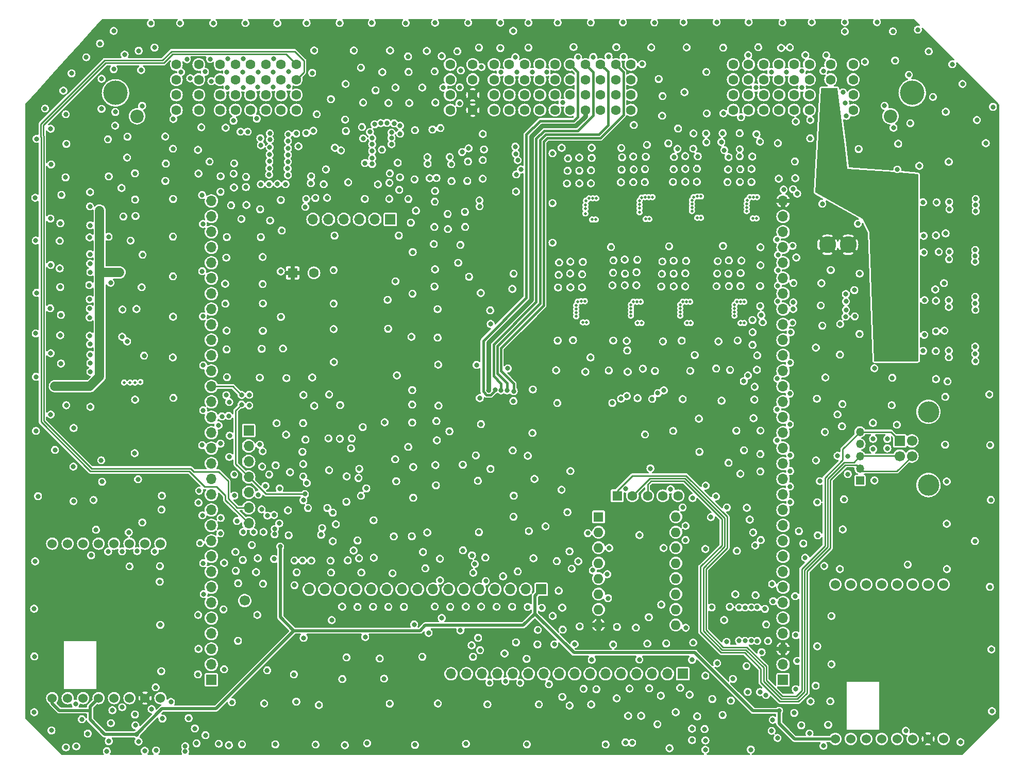
<source format=gbr>
%TF.GenerationSoftware,KiCad,Pcbnew,7.0.8*%
%TF.CreationDate,2024-05-13T00:37:04+01:00*%
%TF.ProjectId,Polygonus-Universal-Base,506f6c79-676f-46e7-9573-2d556e697665,rev?*%
%TF.SameCoordinates,Original*%
%TF.FileFunction,Copper,L2,Inr*%
%TF.FilePolarity,Positive*%
%FSLAX46Y46*%
G04 Gerber Fmt 4.6, Leading zero omitted, Abs format (unit mm)*
G04 Created by KiCad (PCBNEW 7.0.8) date 2024-05-13 00:37:04*
%MOMM*%
%LPD*%
G01*
G04 APERTURE LIST*
%TA.AperFunction,ComponentPad*%
%ADD10R,1.700000X1.700000*%
%TD*%
%TA.AperFunction,ComponentPad*%
%ADD11O,1.700000X1.700000*%
%TD*%
%TA.AperFunction,ComponentPad*%
%ADD12R,1.600000X1.600000*%
%TD*%
%TA.AperFunction,ComponentPad*%
%ADD13C,1.600000*%
%TD*%
%TA.AperFunction,ComponentPad*%
%ADD14C,1.700000*%
%TD*%
%TA.AperFunction,ComponentPad*%
%ADD15C,1.524000*%
%TD*%
%TA.AperFunction,ComponentPad*%
%ADD16O,1.600000X1.600000*%
%TD*%
%TA.AperFunction,ComponentPad*%
%ADD17C,2.780000*%
%TD*%
%TA.AperFunction,ComponentPad*%
%ADD18C,4.000000*%
%TD*%
%TA.AperFunction,ComponentPad*%
%ADD19C,2.200000*%
%TD*%
%TA.AperFunction,ComponentPad*%
%ADD20C,3.500000*%
%TD*%
%TA.AperFunction,ComponentPad*%
%ADD21R,1.350000X1.350000*%
%TD*%
%TA.AperFunction,ComponentPad*%
%ADD22O,1.350000X1.350000*%
%TD*%
%TA.AperFunction,ViaPad*%
%ADD23C,0.800000*%
%TD*%
%TA.AperFunction,ViaPad*%
%ADD24C,0.500000*%
%TD*%
%TA.AperFunction,Conductor*%
%ADD25C,1.500000*%
%TD*%
%TA.AperFunction,Conductor*%
%ADD26C,0.800000*%
%TD*%
%TA.AperFunction,Conductor*%
%ADD27C,0.250000*%
%TD*%
%TA.AperFunction,Conductor*%
%ADD28C,0.500000*%
%TD*%
%TA.AperFunction,Conductor*%
%ADD29C,0.400000*%
%TD*%
G04 APERTURE END LIST*
D10*
%TO.N,GND*%
%TO.C,J5*%
X93888235Y-91017793D03*
D11*
%TO.N,+5V*%
X93888235Y-93557793D03*
%TO.N,output*%
X93888235Y-96097793D03*
%TO.N,/AV11*%
X93888235Y-98637793D03*
%TO.N,/LS12*%
X93888235Y-101177793D03*
%TO.N,/VR-D*%
X93888235Y-103717793D03*
%TO.N,/VR+D*%
X93888235Y-106257793D03*
%TD*%
D12*
%TO.N,/12V_MR_FUSE*%
%TO.C,C2*%
X101112052Y-65110107D03*
D13*
%TO.N,GND*%
X104612052Y-65110107D03*
%TD*%
D14*
%TO.N,/LS12*%
%TO.C,P1*%
X93218000Y-118999000D03*
%TD*%
D15*
%TO.N,+5V*%
%TO.C,U1*%
X190269349Y-141724815D03*
%TO.N,GND*%
X192809349Y-141724815D03*
X195349349Y-141724815D03*
%TO.N,unconnected-(U1-SEL_2-Pad4)*%
X197889349Y-141724815D03*
%TO.N,/CAN_RX*%
X200429349Y-141724815D03*
%TO.N,/CAN_TX*%
X202969349Y-141724815D03*
%TO.N,/12V_MR_FUSE*%
X205509349Y-141724815D03*
%TO.N,unconnected-(U1-Boot0-Pad8)*%
X208049349Y-141724815D03*
%TO.N,GND*%
X190269349Y-116324815D03*
X192809349Y-116324815D03*
%TO.N,/HeaterNeg*%
X195349349Y-116324815D03*
X197889349Y-116324815D03*
%TO.N,/LSU_Ip*%
X200429349Y-116324815D03*
%TO.N,/LSU_Vm*%
X202969349Y-116324815D03*
%TO.N,/LSU_Rtrim*%
X205509349Y-116324815D03*
%TO.N,/LSU_Un*%
X208049349Y-116324815D03*
%TD*%
D12*
%TO.N,GND*%
%TO.C,A1*%
X151360000Y-105209750D03*
D16*
%TO.N,unconnected-(A1-~{FLT}-Pad2)*%
X151360000Y-107749750D03*
%TO.N,/STEPA2*%
X151360000Y-110289750D03*
%TO.N,/STEPA1*%
X151360000Y-112829750D03*
%TO.N,/STEPB1*%
X151360000Y-115369750D03*
%TO.N,/STEPB2*%
X151360000Y-117909750D03*
%TO.N,GND*%
X151360000Y-120449750D03*
%TO.N,/12V_MR_FUSE*%
X151360000Y-122989750D03*
%TO.N,GND*%
X164060000Y-122989750D03*
X164060000Y-120449750D03*
X164060000Y-117909750D03*
X164060000Y-115369750D03*
%TO.N,+5V*%
X164060000Y-112829750D03*
X164060000Y-110289750D03*
%TO.N,/LS9*%
X164060000Y-107749750D03*
%TO.N,/LS10*%
X164060000Y-105209750D03*
%TD*%
D17*
%TO.N,/12V_MR*%
%TO.C,F1*%
X192364464Y-50542664D03*
X188964464Y-50542664D03*
%TO.N,/12V_MR_FUSE*%
X192364464Y-60462664D03*
X188964464Y-60462664D03*
%TD*%
D18*
%TO.N,*%
%TO.C,J1*%
X72000000Y-35490000D03*
D19*
X75550000Y-39340000D03*
X199350000Y-39340000D03*
D18*
X202900000Y-35490000D03*
D13*
%TO.N,GND*%
X101700000Y-38340000D03*
X101700000Y-35840000D03*
%TO.N,/VR+D*%
X101700000Y-33340000D03*
%TO.N,/VR-D*%
X101700000Y-30840000D03*
%TO.N,GND*%
X99200000Y-38340000D03*
X99200000Y-35840000D03*
%TO.N,/5V_SENSOR_2*%
X99200000Y-33340000D03*
X99200000Y-30840000D03*
%TO.N,GND*%
X96700000Y-38340000D03*
X96700000Y-35840000D03*
%TO.N,/5V_SENSOR_2*%
X96700000Y-33340000D03*
X96700000Y-30840000D03*
%TO.N,/KNOCK_1*%
X94200000Y-38340000D03*
%TO.N,/KNOCK_2*%
X94200000Y-35840000D03*
%TO.N,/5V_SENSOR_1*%
X94200000Y-33340000D03*
X94200000Y-30840000D03*
%TO.N,/DIGITAL_1*%
X91700000Y-38340000D03*
%TO.N,/DIGITAL_2*%
X91700000Y-35840000D03*
%TO.N,/5V_SENSOR_1*%
X91700000Y-33340000D03*
X91700000Y-30840000D03*
%TO.N,/DIGITAL_3*%
X89200000Y-38340000D03*
%TO.N,/DIGITAL_4*%
X89200000Y-35840000D03*
%TO.N,/DIGITAL_5*%
X89200000Y-33340000D03*
%TO.N,/DIGITAL_6*%
X89200000Y-30840000D03*
%TO.N,/HS2*%
X85700000Y-38340000D03*
%TO.N,/HS1*%
X85700000Y-35840000D03*
%TO.N,/HS3*%
X85700000Y-33340000D03*
%TO.N,/HS4*%
X85700000Y-30840000D03*
%TO.N,/ExtraLSD*%
X82000000Y-38340000D03*
%TO.N,/ExtraLSC*%
X82000000Y-35840000D03*
%TO.N,/ExtraLSB*%
X82000000Y-33340000D03*
%TO.N,/ExtraLSA*%
X82000000Y-30840000D03*
%TO.N,/IGBT8*%
X156700000Y-38340000D03*
%TO.N,/IGBT7*%
X156700000Y-35840000D03*
%TO.N,/IGBT6*%
X156700000Y-33340000D03*
%TO.N,/IGBT5*%
X156700000Y-30840000D03*
%TO.N,/LS2*%
X154200000Y-38340000D03*
%TO.N,/IGN7*%
X154200000Y-35840000D03*
%TO.N,/IGN6*%
X154200000Y-33340000D03*
%TO.N,/STEPA2*%
X154200000Y-30840000D03*
%TO.N,/LS1*%
X151700000Y-38340000D03*
%TO.N,/IGN8*%
X151700000Y-35840000D03*
%TO.N,/IGN5*%
X151700000Y-33340000D03*
%TO.N,/STEPA1*%
X151700000Y-30840000D03*
%TO.N,/12V_KEY*%
X149200000Y-38340000D03*
%TO.N,/CAN-*%
X149200000Y-35840000D03*
%TO.N,/CAN+*%
X149200000Y-33340000D03*
%TO.N,/STEPB1*%
X149200000Y-30840000D03*
%TO.N,/AT3*%
X146700000Y-38340000D03*
%TO.N,/AT4*%
X146700000Y-35840000D03*
%TO.N,GND*%
X146700000Y-33340000D03*
%TO.N,/STEPB2*%
X146700000Y-30840000D03*
%TO.N,/AT1*%
X144200000Y-38340000D03*
%TO.N,/AT2*%
X144200000Y-35840000D03*
%TO.N,/CRANK -*%
X144200000Y-33340000D03*
%TO.N,GND*%
X144200000Y-30840000D03*
%TO.N,/AV10*%
X141700000Y-38340000D03*
%TO.N,/AV11*%
X141700000Y-35840000D03*
%TO.N,/CRANK +*%
X141700000Y-33340000D03*
%TO.N,/LSU_Ip2*%
X141700000Y-30840000D03*
%TO.N,/AV7*%
X139200000Y-38340000D03*
%TO.N,/AV8*%
X139200000Y-35840000D03*
%TO.N,/AV9*%
X139200000Y-33340000D03*
%TO.N,/LSU_Vm2*%
X139200000Y-30840000D03*
%TO.N,/AV4*%
X136700000Y-38340000D03*
%TO.N,/AV5*%
X136700000Y-35840000D03*
%TO.N,/AV6*%
X136700000Y-33340000D03*
%TO.N,/LSU_Rtrim2*%
X136700000Y-30840000D03*
%TO.N,/AV1*%
X134200000Y-38340000D03*
%TO.N,/AV2*%
X134200000Y-35840000D03*
%TO.N,/AV3*%
X134200000Y-33340000D03*
%TO.N,/LSU_Un2*%
X134200000Y-30840000D03*
%TO.N,/12V_MR_FUSE*%
X130700000Y-38340000D03*
X130700000Y-35840000D03*
%TO.N,GND*%
X130700000Y-33340000D03*
%TO.N,/HeaterNeg2*%
X130700000Y-30840000D03*
%TO.N,/ETB1_+*%
X127000000Y-38340000D03*
%TO.N,/ETB1_-*%
X127000000Y-35840000D03*
%TO.N,/ETB2_+*%
X127000000Y-33340000D03*
%TO.N,/ETB2_-*%
X127000000Y-30840000D03*
%TO.N,/IGBT1*%
X173500000Y-38340000D03*
%TO.N,/IGBT2*%
X173500000Y-35840000D03*
%TO.N,/IGBT3*%
X173500000Y-33340000D03*
%TO.N,/IGBT4*%
X173500000Y-30840000D03*
%TO.N,/LS3*%
X176000000Y-38340000D03*
%TO.N,/IGN2*%
X176000000Y-35840000D03*
%TO.N,/IGN3*%
X176000000Y-33340000D03*
%TO.N,/LSU_Un*%
X176000000Y-30840000D03*
%TO.N,/LS8*%
X178500000Y-38340000D03*
%TO.N,/IGN1*%
X178500000Y-35840000D03*
%TO.N,/IGN4*%
X178500000Y-33340000D03*
%TO.N,/LSU_Rtrim*%
X178500000Y-30840000D03*
%TO.N,/LS6*%
X181000000Y-38340000D03*
%TO.N,/LS7*%
X181000000Y-35840000D03*
%TO.N,/LS4*%
X181000000Y-33340000D03*
%TO.N,/LSU_Vm*%
X181000000Y-30840000D03*
%TO.N,/LS15*%
X183500000Y-38340000D03*
%TO.N,/LS16*%
X183500000Y-35840000D03*
%TO.N,/LS5*%
X183500000Y-33340000D03*
%TO.N,/LSU_Ip*%
X183500000Y-30840000D03*
%TO.N,/LS13*%
X186000000Y-38340000D03*
%TO.N,/LS14*%
X186000000Y-35840000D03*
%TO.N,GND*%
X186000000Y-33340000D03*
%TO.N,/Perm_Live*%
X186000000Y-30840000D03*
%TO.N,/12V_MR*%
X189500000Y-38340000D03*
X189500000Y-35840000D03*
%TO.N,GND*%
X189500000Y-33340000D03*
%TO.N,/HeaterNeg*%
X189500000Y-30840000D03*
%TO.N,/LS9ADD*%
X193200000Y-38340000D03*
%TO.N,/LS10ADD*%
X193200000Y-35840000D03*
%TO.N,/LS11ADD*%
X193200000Y-33340000D03*
%TO.N,/LS12ADD*%
X193200000Y-30840000D03*
%TD*%
D10*
%TO.N,/VBUS*%
%TO.C,J4*%
X200849999Y-92720000D03*
D14*
%TO.N,/USB-*%
X200849999Y-95220000D03*
%TO.N,/USB+*%
X202849999Y-95220000D03*
%TO.N,GND*%
X202849999Y-92720000D03*
D20*
X205559999Y-87950000D03*
X205559999Y-99990000D03*
%TD*%
D21*
%TO.N,GND*%
%TO.C,J3*%
X194310000Y-99250000D03*
D22*
%TO.N,/USB+*%
X194310000Y-97250000D03*
%TO.N,/USB-*%
X194310000Y-95250000D03*
%TO.N,GND*%
X194310000Y-93250000D03*
%TO.N,/VBUS*%
X194310000Y-91250000D03*
%TD*%
D15*
%TO.N,+5V*%
%TO.C,U2*%
X61611115Y-135011435D03*
%TO.N,GND*%
X64151115Y-135011435D03*
%TO.N,unconnected-(U2-SEL_1-Pad3)*%
X66691115Y-135011435D03*
%TO.N,+5V*%
X69231115Y-135011435D03*
%TO.N,/CAN_RX2*%
X71771115Y-135011435D03*
%TO.N,/CAN_TX2*%
X74311115Y-135011435D03*
%TO.N,/12V_MR_FUSE*%
X76851115Y-135011435D03*
%TO.N,unconnected-(U2-Boot0-Pad8)*%
X79391115Y-135011435D03*
%TO.N,GND*%
X61611115Y-109611435D03*
X64151115Y-109611435D03*
%TO.N,/HeaterNeg2*%
X66691115Y-109611435D03*
X69231115Y-109611435D03*
%TO.N,/LSU_Ip2*%
X71771115Y-109611435D03*
%TO.N,/LSU_Vm2*%
X74311115Y-109611435D03*
%TO.N,/LSU_Rtrim2*%
X76851115Y-109611435D03*
%TO.N,/LSU_Un2*%
X79391115Y-109611435D03*
%TD*%
D10*
%TO.N,GND*%
%TO.C,J2*%
X181672763Y-132012059D03*
D11*
X181672763Y-129472059D03*
%TO.N,/12V_MR_FUSE*%
X181672763Y-126932059D03*
%TO.N,/LS1*%
X181672763Y-124392059D03*
%TO.N,/LS2*%
X181672763Y-121852059D03*
%TO.N,/LS3*%
X181672763Y-119312059D03*
%TO.N,/LS4*%
X181672763Y-116772059D03*
%TO.N,/LS5*%
X181672763Y-114232059D03*
%TO.N,/LS6*%
X181672763Y-111692059D03*
%TO.N,/LS7*%
X181672763Y-109152059D03*
%TO.N,/LS8*%
X181672763Y-106612059D03*
%TO.N,/IGN12*%
X181672763Y-104072059D03*
%TO.N,/IGN11*%
X181672763Y-101532059D03*
%TO.N,/IGN10*%
X181672763Y-98992059D03*
%TO.N,/IGN9*%
X181672763Y-96452059D03*
%TO.N,/IGN8*%
X181672763Y-93912059D03*
%TO.N,/IGN7*%
X181672763Y-91372059D03*
%TO.N,/IGN6*%
X181672763Y-88832059D03*
%TO.N,/IGN5*%
X181672763Y-86292059D03*
%TO.N,/IGN4*%
X181672763Y-83752059D03*
%TO.N,/IGN3*%
X181672763Y-81212059D03*
%TO.N,/IGN2*%
X181672763Y-78672059D03*
%TO.N,/IGN1*%
X181672763Y-76132059D03*
%TO.N,/LS9*%
X181672763Y-73592059D03*
%TO.N,/LS10*%
X181672763Y-71052059D03*
%TO.N,/LS11*%
X181672763Y-68512059D03*
%TO.N,/LS12*%
X181672763Y-65972059D03*
%TO.N,/LS13*%
X181672763Y-63432059D03*
%TO.N,/LS14*%
X181672763Y-60892059D03*
%TO.N,/LS15*%
X181672763Y-58352059D03*
%TO.N,/LS16*%
X181672763Y-55812059D03*
%TO.N,/12V_MR_FUSE*%
X181672763Y-53272059D03*
D10*
%TO.N,GND*%
X87760080Y-132017154D03*
D11*
%TO.N,/12V_PROT*%
X87760080Y-129477154D03*
X87760080Y-126937154D03*
%TO.N,/5V_SENSOR_2*%
X87760080Y-124397154D03*
X87760080Y-121857154D03*
%TO.N,unconnected-(J2-Pin_38-Pad38)*%
X87760080Y-119317154D03*
%TO.N,unconnected-(J2-Pin_39-Pad39)*%
X87760080Y-116777154D03*
%TO.N,/5V_SENSOR_1*%
X87760080Y-114237154D03*
X87760080Y-111697154D03*
%TO.N,/DIGITAL_6*%
X87760080Y-109157154D03*
%TO.N,/DIGITAL_5*%
X87760080Y-106617154D03*
%TO.N,/DIGITAL_4*%
X87760080Y-104077154D03*
%TO.N,/DIGITAL_3*%
X87760080Y-101537154D03*
%TO.N,/DIGITAL_2*%
X87760080Y-98997154D03*
%TO.N,/DIGITAL_1*%
X87760080Y-96457154D03*
%TO.N,/AT4*%
X87760080Y-93917154D03*
%TO.N,/AT3*%
X87760080Y-91377154D03*
%TO.N,/AT2*%
X87760080Y-88837154D03*
%TO.N,/AT1*%
X87760080Y-86297154D03*
%TO.N,/AV11*%
X87760080Y-83757154D03*
%TO.N,/AV10*%
X87760080Y-81217154D03*
%TO.N,/AV9*%
X87760080Y-78677154D03*
%TO.N,/AV8*%
X87760080Y-76137154D03*
%TO.N,/AV7*%
X87760080Y-73597154D03*
%TO.N,/AV6*%
X87760080Y-71057154D03*
%TO.N,/AV5*%
X87760080Y-68517154D03*
%TO.N,/AV4*%
X87760080Y-65977154D03*
%TO.N,/AV3*%
X87760080Y-63437154D03*
%TO.N,/AV2*%
X87760080Y-60897154D03*
%TO.N,/AV1*%
X87760080Y-58357154D03*
%TO.N,/KNOCK_1*%
X87760080Y-55817154D03*
%TO.N,/KNOCK_2*%
X87760080Y-53277154D03*
D10*
%TO.N,/HS4*%
X165230080Y-131026287D03*
D11*
%TO.N,/HS3*%
X162690080Y-131026287D03*
%TO.N,/HS2*%
X160150080Y-131026287D03*
%TO.N,/HS1*%
X157610080Y-131026287D03*
%TO.N,GND*%
X155070080Y-131026287D03*
X152530080Y-131026287D03*
X149990080Y-131026287D03*
X147450080Y-131026287D03*
%TO.N,/CAN2+*%
X144910080Y-131026287D03*
%TO.N,/CAN2-*%
X142370080Y-131026287D03*
%TO.N,/RC1*%
X139830080Y-131026287D03*
%TO.N,/RC2*%
X137290080Y-131026287D03*
%TO.N,/Perm_Live*%
X134750080Y-131026287D03*
%TO.N,unconnected-(J2-Pin_78-Pad78)*%
X132210080Y-131026287D03*
%TO.N,unconnected-(J2-Pin_79-Pad79)*%
X129670080Y-131026287D03*
%TO.N,unconnected-(J2-Pin_80-Pad80)*%
X127130080Y-131026287D03*
D10*
%TO.N,+5V*%
X141953794Y-117134404D03*
D11*
%TO.N,+3.3V*%
X139413794Y-117134404D03*
%TO.N,/ETB1_PWM*%
X136873794Y-117134404D03*
%TO.N,/ETB1_DIS*%
X134333794Y-117134404D03*
%TO.N,/ETB1_DIR*%
X131793794Y-117134404D03*
%TO.N,/ETB2_PWM*%
X129253794Y-117134404D03*
%TO.N,/ETB2_DIS*%
X126713794Y-117134404D03*
%TO.N,/ETB2_DIR*%
X124173794Y-117134404D03*
%TO.N,GND*%
X121633794Y-117134404D03*
%TO.N,/12V_KEY*%
X119093794Y-117134404D03*
%TO.N,GND*%
X116553794Y-117134404D03*
X114013794Y-117134404D03*
%TO.N,/CAN+*%
X111473794Y-117134404D03*
%TO.N,/CAN-*%
X108933794Y-117134404D03*
%TO.N,output*%
X106393794Y-117134404D03*
%TO.N,/VR1+*%
X103853794Y-117134404D03*
D13*
%TO.N,GND*%
X164425871Y-101751522D03*
X161925871Y-101751522D03*
%TO.N,/USB+*%
X159425871Y-101751522D03*
%TO.N,/USB-*%
X156925871Y-101751522D03*
D12*
%TO.N,/VBUS*%
X154425871Y-101751522D03*
D10*
%TO.N,/+3V3*%
X117154579Y-56302538D03*
D11*
%TO.N,/EXT_SPI_CS*%
X114614579Y-56302538D03*
%TO.N,/EXT_SPI_SCK*%
X112074579Y-56302538D03*
%TO.N,/EXT_SPI_MISO*%
X109534579Y-56302538D03*
%TO.N,/EXT_SPI_MOSI*%
X106994579Y-56302538D03*
%TO.N,unconnected-(J2-Pin_107-Pad107)*%
X104454579Y-56302538D03*
%TD*%
D23*
%TO.N,GND*%
X183667734Y-118255036D03*
X180849891Y-62134937D03*
X180841313Y-64674057D03*
X180824157Y-67196021D03*
X180832735Y-69795188D03*
X182926299Y-74871449D03*
X182810495Y-79870342D03*
X182791194Y-84965738D03*
X182797276Y-90006180D03*
X182835877Y-95114444D03*
X182810143Y-100222707D03*
X182835877Y-97687876D03*
X167163914Y-78601298D03*
X150038468Y-79013047D03*
X97377239Y-43190337D03*
X100336686Y-44631460D03*
X100336686Y-45699434D03*
X100323819Y-46831744D03*
X97325770Y-45673700D03*
X97287168Y-46780276D03*
X114161298Y-47203066D03*
X116594863Y-40444309D03*
X115565490Y-40470043D03*
X117348000Y-43942000D03*
X117348000Y-42926000D03*
X117348000Y-42037000D03*
X114173000Y-42926000D03*
X114173000Y-43942000D03*
X114173000Y-45085000D03*
%TO.N,/12V_MR*%
X201800000Y-49740000D03*
X202900000Y-49740000D03*
X203000000Y-58240000D03*
X199700000Y-67240000D03*
X200100000Y-63240000D03*
X69400000Y-55940000D03*
X203000000Y-62640000D03*
X199324149Y-57292971D03*
X199700000Y-76640000D03*
X69400000Y-57140000D03*
X200443169Y-54420817D03*
X64231609Y-83740500D03*
X197120158Y-73080499D03*
X203100000Y-66240000D03*
X63113017Y-83740500D03*
X199800000Y-78940000D03*
X203000000Y-54420817D03*
X197076926Y-76290526D03*
X200700000Y-49740000D03*
X69400000Y-54840000D03*
X199600000Y-68740000D03*
X203000000Y-78840000D03*
X203000000Y-74340000D03*
X198200000Y-68740000D03*
X198200000Y-65440000D03*
X200100000Y-65940000D03*
X62031712Y-83739500D03*
X71700000Y-65040000D03*
X72700000Y-65040000D03*
X198200000Y-67240000D03*
X199500000Y-61440000D03*
X70700000Y-65040000D03*
X199476340Y-74172124D03*
X199500000Y-59740000D03*
%TO.N,GND*%
X194234883Y-75155437D03*
X184273610Y-107571193D03*
X112327419Y-31356286D03*
X174561213Y-44780697D03*
X86371584Y-72251350D03*
X171846242Y-28079120D03*
X123444758Y-124286293D03*
X129440911Y-57555260D03*
X146603683Y-110879516D03*
X170765889Y-23886954D03*
D24*
X166700000Y-54340000D03*
D23*
X117058200Y-135923682D03*
X208913868Y-77888025D03*
X213244159Y-69033864D03*
X90255702Y-77682007D03*
X137268971Y-94293167D03*
X90215618Y-62590644D03*
X168780682Y-140105747D03*
X149208662Y-81370953D03*
D24*
X166400000Y-69840000D03*
D23*
X172722806Y-96328499D03*
D24*
X164800000Y-70340000D03*
D23*
X67205853Y-29653917D03*
X177960399Y-60885427D03*
X176963269Y-85931588D03*
X67867033Y-81359641D03*
X76309596Y-67467078D03*
X64793260Y-32298119D03*
X97234012Y-50515285D03*
X92909385Y-32098733D03*
X162958838Y-60736281D03*
X208913868Y-70710393D03*
X106987426Y-92311251D03*
X83456634Y-143803040D03*
X213257734Y-70113811D03*
X174661676Y-98125755D03*
X102913209Y-125105409D03*
D24*
X165800000Y-69840000D03*
D23*
X139730902Y-120023107D03*
X153623645Y-86491256D03*
X65437883Y-135947846D03*
X117721224Y-108429489D03*
X97914711Y-32111600D03*
X61365315Y-78313265D03*
X145474779Y-123764861D03*
X129415177Y-55071897D03*
X132141751Y-31267536D03*
X71965383Y-38652023D03*
X96167988Y-62490436D03*
X95222505Y-39755134D03*
X184668246Y-139486972D03*
X185314332Y-111937441D03*
X98057636Y-112127307D03*
X132049428Y-89973419D03*
X116225911Y-89673631D03*
X199526295Y-86851907D03*
X206807187Y-82567468D03*
X93017492Y-29853798D03*
X156081760Y-77858700D03*
X131539978Y-99292768D03*
X102850106Y-98575566D03*
X74314905Y-113355528D03*
X96181932Y-94420297D03*
X107426500Y-114370289D03*
X140675146Y-112026073D03*
X89260280Y-51778344D03*
X116706957Y-69537228D03*
X96316551Y-107702798D03*
X160166597Y-85835030D03*
D24*
X175300000Y-69840000D03*
D23*
X69656937Y-95913923D03*
X146949602Y-113732635D03*
X109685163Y-142737774D03*
X65100000Y-102640000D03*
X73900000Y-46140000D03*
X81111761Y-135646088D03*
X200594344Y-43874771D03*
X73969251Y-42708204D03*
X124295785Y-60354041D03*
X169144138Y-38887536D03*
X191480412Y-107280109D03*
X131211521Y-95111211D03*
X67755174Y-59267449D03*
X137366487Y-86166827D03*
X112693752Y-42995126D03*
X188444723Y-113279692D03*
X58803496Y-112521021D03*
X201846263Y-140397802D03*
X62841273Y-59840320D03*
X192090359Y-39308193D03*
D24*
X156700000Y-71540000D03*
D23*
X98001372Y-29862376D03*
X158990099Y-91673311D03*
X183760080Y-40230890D03*
X177382362Y-81037045D03*
X139920096Y-107551705D03*
X93502449Y-53932651D03*
X137400000Y-65240000D03*
X90104289Y-41242172D03*
X132774826Y-111905827D03*
X130021253Y-44617273D03*
X58896168Y-75061813D03*
X147176554Y-76167238D03*
X137393942Y-105202662D03*
X213217733Y-63261357D03*
X202341196Y-32533687D03*
X170653411Y-101865529D03*
X107094447Y-85108409D03*
X153755729Y-126209489D03*
X208913868Y-69610444D03*
X138088575Y-114196326D03*
X120748413Y-84383980D03*
X129085431Y-110724262D03*
D24*
X147900000Y-69840000D03*
D23*
X186153372Y-39960680D03*
X95472933Y-101582078D03*
X95377000Y-112014000D03*
X173426963Y-131862381D03*
X170679385Y-80822969D03*
X58635707Y-120323200D03*
X67811103Y-63574028D03*
X177880941Y-43532582D03*
X109725602Y-39905251D03*
X79565845Y-104020166D03*
X93982464Y-86898854D03*
X97410571Y-56497982D03*
X196691744Y-99222104D03*
X114316214Y-119997815D03*
X117002707Y-50285531D03*
D24*
X159600000Y-52640000D03*
D23*
X124456118Y-53399589D03*
X187240071Y-85790683D03*
X151015268Y-133560494D03*
X148271259Y-123233529D03*
X107337438Y-112423471D03*
X126609420Y-57900382D03*
X125077409Y-86929270D03*
X97258891Y-98243503D03*
X107696000Y-109220000D03*
X177963424Y-63852582D03*
X155985465Y-76279097D03*
X79621015Y-101741834D03*
X67811103Y-76829343D03*
X63862736Y-143109438D03*
X204879109Y-75296382D03*
X70865782Y-59164640D03*
X114108556Y-23997933D03*
X210820000Y-142240000D03*
X85746463Y-100918678D03*
X164787228Y-133325585D03*
X84287066Y-33110070D03*
D24*
X158100000Y-54440000D03*
D23*
X168975523Y-100075782D03*
X85552726Y-131113686D03*
X215900000Y-127000000D03*
X192341372Y-95276385D03*
X124919479Y-75752565D03*
X163021011Y-143245587D03*
X81444743Y-44693156D03*
X125317909Y-115648954D03*
X199725810Y-25384658D03*
X206769900Y-77962598D03*
X206788544Y-69685017D03*
X180669877Y-59630118D03*
X105065115Y-39017417D03*
X67767603Y-75436147D03*
X94692137Y-107702798D03*
D24*
X175700000Y-54940000D03*
D23*
X124917076Y-71056283D03*
X163196131Y-100672364D03*
X76400000Y-106140000D03*
X160021319Y-28040518D03*
X101405186Y-112387573D03*
X131709666Y-107736671D03*
X183767542Y-133552812D03*
D24*
X150400000Y-52840000D03*
D23*
X117116699Y-28540907D03*
X208596390Y-113791836D03*
X109940090Y-102739810D03*
X182268643Y-32093674D03*
X202164486Y-113064752D03*
X144093092Y-126181615D03*
X200378187Y-90073551D03*
X208951155Y-62861606D03*
X153049161Y-81147235D03*
X208411145Y-38624969D03*
X215663820Y-116727278D03*
X100687212Y-97866567D03*
X75297075Y-55752950D03*
X184777740Y-34641373D03*
X71702926Y-25330550D03*
X166912541Y-125888749D03*
X184008445Y-128890047D03*
X125382586Y-41296225D03*
X157167339Y-40798255D03*
X96002438Y-103987288D03*
X95379880Y-34569228D03*
X172443158Y-103673920D03*
X93455727Y-49316829D03*
X159624968Y-121723430D03*
X153124278Y-110330688D03*
X139842748Y-28063613D03*
D24*
X177300000Y-56140000D03*
D23*
X114577667Y-40670295D03*
X104313706Y-32228669D03*
D24*
X158300000Y-69840000D03*
D23*
X112497952Y-41130438D03*
X176378048Y-143472713D03*
D24*
X164800000Y-71540000D03*
D23*
X136060090Y-132256060D03*
X123138531Y-28630977D03*
X96028687Y-77596616D03*
X132020666Y-68402207D03*
X215704179Y-93419533D03*
X197096930Y-23867653D03*
X120836567Y-61690657D03*
X74188818Y-107766587D03*
X102717949Y-94518143D03*
X206800000Y-58940000D03*
X168913849Y-131334913D03*
X62841273Y-64364403D03*
X166956720Y-42168663D03*
X75259599Y-139474044D03*
X93433726Y-50991745D03*
X86280902Y-104970467D03*
X203825321Y-25110488D03*
X143800000Y-53640000D03*
X147999375Y-29653972D03*
X85642078Y-48763139D03*
X171537430Y-43596918D03*
X98308927Y-96744735D03*
X100080748Y-82402548D03*
X91417355Y-48794493D03*
X132067456Y-119972523D03*
X107696000Y-104521000D03*
X165687898Y-123439464D03*
X98590758Y-24055835D03*
D24*
X158100000Y-53240000D03*
D23*
X128667935Y-123889500D03*
X112008075Y-112032398D03*
X83726080Y-29973891D03*
D24*
X176800000Y-52640000D03*
D23*
X61307413Y-56165662D03*
X95767155Y-54654151D03*
X104842374Y-52790937D03*
X152535027Y-142636575D03*
D24*
X166700000Y-54940000D03*
D23*
X208565662Y-99393858D03*
X132321291Y-49628913D03*
X79523014Y-130586281D03*
X179980871Y-138591778D03*
X86413561Y-112843123D03*
X161666398Y-119654035D03*
X103334301Y-42113294D03*
X192310476Y-98179863D03*
X80170894Y-42685878D03*
X58644907Y-137328546D03*
X118002707Y-66486786D03*
X155488063Y-29576769D03*
X175259999Y-94265606D03*
X154282565Y-27989050D03*
X82619394Y-24041360D03*
X165657033Y-106694118D03*
X150159391Y-136073994D03*
X122912911Y-113684873D03*
X97338637Y-44464187D03*
X85642914Y-126935001D03*
X166930986Y-44690626D03*
X117958277Y-95743385D03*
X112682586Y-37100210D03*
X120920554Y-102070760D03*
X174548346Y-42142928D03*
X108854156Y-92365099D03*
X110155482Y-112369623D03*
X101318361Y-131119603D03*
X81437376Y-59143480D03*
X86223630Y-52301608D03*
X67806720Y-54171319D03*
X81457417Y-72310844D03*
X63114707Y-52283610D03*
X135229870Y-28140816D03*
X167569952Y-138025491D03*
X79359856Y-122966755D03*
X58677654Y-128167326D03*
X165485959Y-35394046D03*
X91964810Y-105890902D03*
X180760557Y-141576685D03*
X91126971Y-135686199D03*
X116800208Y-74282988D03*
X161941968Y-76362992D03*
X71946082Y-40890909D03*
X213331546Y-54952967D03*
X87749653Y-33587035D03*
X178708991Y-120353971D03*
X153776246Y-76223168D03*
X171748291Y-137796131D03*
X193970284Y-57012942D03*
X90295785Y-59223647D03*
X118738728Y-49381920D03*
X101413485Y-116461395D03*
X139597326Y-142617524D03*
X137431229Y-101735027D03*
X61365315Y-63808756D03*
X89853322Y-112780388D03*
X75717370Y-99040643D03*
X70789302Y-110923634D03*
X67848390Y-78544518D03*
X81437376Y-65677058D03*
X173838591Y-117952950D03*
X179881444Y-116257833D03*
X174009187Y-91052473D03*
X174218515Y-76223168D03*
X177016104Y-83819500D03*
D24*
X158100000Y-55140000D03*
D23*
X76694889Y-78715142D03*
X187095315Y-95923573D03*
X140507357Y-91425337D03*
X139544932Y-128558375D03*
D24*
X173700000Y-71540000D03*
D23*
X107996336Y-58969702D03*
X174084564Y-110811370D03*
D24*
X167000000Y-52640000D03*
D23*
X124502007Y-23973807D03*
X90477052Y-29913844D03*
X186385017Y-23886954D03*
X110693962Y-93935665D03*
X163632255Y-91086051D03*
X86499583Y-117912877D03*
X178156431Y-127473555D03*
X115779576Y-44848347D03*
X187034773Y-132984550D03*
X194258531Y-65220350D03*
X158366514Y-137932029D03*
X204666801Y-53486541D03*
X97940446Y-34556361D03*
X113816084Y-41932919D03*
X124964631Y-135893619D03*
X177314786Y-42297334D03*
X69464040Y-27395730D03*
X68800000Y-107340000D03*
X69726497Y-33194971D03*
X131336526Y-80245766D03*
X132337343Y-46552516D03*
X155850710Y-100597792D03*
X150423736Y-114002845D03*
X137700365Y-29626973D03*
X63442208Y-35135328D03*
X187064467Y-77381249D03*
X92686850Y-56242245D03*
X181579132Y-23925555D03*
X106766372Y-52760874D03*
X196677142Y-80785683D03*
X213331546Y-53928645D03*
X157499643Y-123429283D03*
D24*
X159000000Y-52640000D03*
D23*
X99941419Y-50515285D03*
X214988822Y-43773807D03*
X89232449Y-107924648D03*
X145409004Y-134810587D03*
X177953670Y-94891827D03*
X170055712Y-135166867D03*
X166331287Y-134445028D03*
D24*
X157800000Y-73340000D03*
D23*
X66480123Y-138495545D03*
X137352952Y-25322907D03*
X204917710Y-69583362D03*
X125017284Y-80195275D03*
X176830233Y-88986221D03*
D24*
X148500000Y-69740000D03*
D23*
X133608742Y-97338038D03*
X99161106Y-53114767D03*
X133563873Y-71268163D03*
X81457417Y-52950610D03*
X117518477Y-114491995D03*
X98615801Y-50470349D03*
X93982464Y-85148795D03*
X189510548Y-64628461D03*
X178893734Y-122901875D03*
X98165332Y-107209192D03*
X177198981Y-34628505D03*
X175670150Y-129751289D03*
X191524204Y-35435177D03*
X77813509Y-24079961D03*
X156449307Y-133454257D03*
X104334738Y-82294852D03*
X130778355Y-114411859D03*
X105417753Y-136144758D03*
X70900000Y-49240000D03*
X215808748Y-102427700D03*
X106203940Y-50525868D03*
X90400289Y-34620697D03*
X107527955Y-122192161D03*
X196440835Y-89764739D03*
D24*
X151000000Y-52840000D03*
D23*
X100444897Y-108241278D03*
X120794620Y-68528051D03*
X95482818Y-32085866D03*
X188126008Y-73791311D03*
D24*
X150300000Y-56340000D03*
D23*
X172962990Y-81067747D03*
X67773817Y-70994022D03*
D24*
X174700000Y-69840000D03*
D23*
X58813989Y-52754919D03*
X63040134Y-72020544D03*
X188308006Y-142855416D03*
X168910000Y-143510000D03*
X84032062Y-138314425D03*
X116984429Y-52937008D03*
X164331819Y-44716361D03*
X166805007Y-102127680D03*
X158066831Y-128671411D03*
D24*
X168200000Y-56040000D03*
D23*
X174767088Y-39505160D03*
X180042935Y-119092904D03*
X75232584Y-53057606D03*
X131717134Y-28063613D03*
D24*
X173700000Y-72140000D03*
D23*
X73079657Y-110885032D03*
X67700500Y-67113401D03*
X124737725Y-49493714D03*
X88062203Y-24041360D03*
X173103030Y-135434659D03*
X126996430Y-120010461D03*
X209018454Y-54639955D03*
X213205018Y-109198055D03*
X62928275Y-67434317D03*
X104657826Y-86952702D03*
X95878807Y-50530787D03*
D24*
X166700000Y-53740000D03*
X166500000Y-73340000D03*
D23*
X126869962Y-91149480D03*
X107847326Y-70152408D03*
X150489171Y-29615370D03*
X206695443Y-67830628D03*
X118127627Y-99365820D03*
X62953132Y-56944410D03*
X80274960Y-47138532D03*
X160517195Y-23925555D03*
X96971702Y-105010399D03*
X133444654Y-132466497D03*
D24*
X149200000Y-53940000D03*
D23*
X159691832Y-133415655D03*
X99190502Y-72336332D03*
X92918966Y-112315100D03*
X135213920Y-23954506D03*
X125297867Y-112101582D03*
D24*
X158100000Y-53840000D03*
D23*
X120527955Y-56846753D03*
X70581613Y-143739925D03*
X134609292Y-119997815D03*
X116129776Y-131813583D03*
X147432315Y-126141869D03*
X169079802Y-43635519D03*
X166712364Y-140051385D03*
X213246186Y-61326526D03*
D24*
X157100000Y-69840000D03*
D23*
X183242639Y-60649280D03*
X191065539Y-73496192D03*
X144648205Y-76229297D03*
X202583958Y-40502525D03*
X58938115Y-82192837D03*
X180739984Y-82486739D03*
X152801557Y-114648336D03*
X171859109Y-38874669D03*
D24*
X150900000Y-56340000D03*
D23*
X76444738Y-62120384D03*
X200088620Y-30190488D03*
X83456634Y-142921207D03*
X81417334Y-79004756D03*
X90215618Y-85217667D03*
X191013421Y-113788585D03*
X78600000Y-133240000D03*
X128733051Y-31819504D03*
X154333280Y-135055007D03*
X120687506Y-108415782D03*
X124406014Y-67338557D03*
X73100278Y-136507568D03*
X128559345Y-34598811D03*
X65559440Y-142941249D03*
X191028253Y-78548499D03*
X137801978Y-125848626D03*
D24*
X164800000Y-72140000D03*
D23*
X120749141Y-89714017D03*
D24*
X156700000Y-70940000D03*
D23*
X194089993Y-44739511D03*
X180826367Y-43782227D03*
D24*
X156700000Y-70340000D03*
D23*
X204068478Y-47503311D03*
X132337343Y-42262582D03*
X158086904Y-108216432D03*
X150250029Y-128710012D03*
X169075897Y-32074318D03*
X100330000Y-49022000D03*
X127162984Y-47230626D03*
X111761733Y-120035753D03*
X178876992Y-134515742D03*
X96244079Y-116219079D03*
X88968088Y-142520374D03*
X164040933Y-137340140D03*
X129060432Y-96645433D03*
X90255702Y-74595592D03*
X131848446Y-85692448D03*
X208969798Y-53465433D03*
X106807000Y-103759000D03*
X96092185Y-96951152D03*
X179759547Y-32080807D03*
X128165798Y-28681237D03*
X85328409Y-142453552D03*
X162048156Y-110330688D03*
X187700000Y-99340000D03*
X182844113Y-102790251D03*
X109799022Y-34039090D03*
X62071744Y-94215458D03*
X139742986Y-95172620D03*
X180716217Y-87567789D03*
X86371584Y-57066464D03*
X146752829Y-97689452D03*
X73300000Y-55840000D03*
D24*
X174100000Y-69840000D03*
D23*
X78419585Y-28051955D03*
X109258712Y-131890786D03*
D24*
X159100000Y-56240000D03*
D23*
X165837277Y-28040518D03*
X137163774Y-119997815D03*
X165323080Y-23886954D03*
X177154034Y-118088069D03*
D24*
X147700000Y-70440000D03*
D23*
X162477377Y-126030009D03*
D24*
X165200000Y-69840000D03*
D23*
X101712010Y-135604337D03*
X100423808Y-34492025D03*
D24*
X173700000Y-70940000D03*
D23*
X63801169Y-49402537D03*
X206307364Y-36173774D03*
X71702926Y-31622592D03*
X198355458Y-37621330D03*
X65128172Y-90611795D03*
X199622768Y-82351712D03*
X135917912Y-127669890D03*
X70901258Y-142098461D03*
X113030000Y-124968000D03*
D24*
X175300000Y-73340000D03*
D23*
X191827826Y-23886954D03*
X206807187Y-74718681D03*
X91530116Y-101714737D03*
X128673710Y-60505797D03*
X109963456Y-128317875D03*
X118235841Y-81951155D03*
X179199929Y-125624928D03*
X140831266Y-98986867D03*
X110819607Y-92329200D03*
X86246260Y-93433132D03*
X76804546Y-143679800D03*
X131806566Y-53190854D03*
X161596172Y-134612301D03*
X129918316Y-46791823D03*
X156230565Y-137919162D03*
D24*
X157700000Y-69840000D03*
D23*
X153409793Y-60851727D03*
X164421889Y-41370899D03*
X90761522Y-91856868D03*
X90582654Y-88628301D03*
X75199474Y-137710378D03*
X92158752Y-116133740D03*
X100272350Y-47925453D03*
X207254624Y-61649798D03*
X115118792Y-50550829D03*
X213246186Y-62293941D03*
X145303815Y-44540070D03*
X157773304Y-85699925D03*
X169814467Y-105258591D03*
X213276377Y-79621842D03*
X131578376Y-125101190D03*
X112959242Y-52941249D03*
X99314528Y-58141398D03*
X196479436Y-94068805D03*
X190618646Y-88377990D03*
X98470471Y-89816295D03*
X165649129Y-109025664D03*
X107847326Y-64657325D03*
X126569337Y-55415218D03*
X120626831Y-75617128D03*
X118543831Y-58971168D03*
X109245188Y-119985169D03*
X208900000Y-46840000D03*
X104169382Y-112405522D03*
X91514592Y-98252711D03*
X120920554Y-97018024D03*
X158642121Y-80848943D03*
X167933768Y-94527698D03*
X145280016Y-100765580D03*
X171743304Y-42142928D03*
D24*
X158400000Y-73340000D03*
D23*
X121369704Y-54882671D03*
X125845693Y-34629715D03*
X95887405Y-59223647D03*
X131817049Y-54154429D03*
X141318618Y-126183440D03*
X137845846Y-48923251D03*
X114173000Y-46214110D03*
X88926829Y-90176431D03*
X73000000Y-51140000D03*
X100023087Y-91709949D03*
X130100000Y-65740000D03*
X176759277Y-107770565D03*
X140498973Y-32078167D03*
X113216261Y-100542823D03*
X78432397Y-110910767D03*
X208336337Y-85477167D03*
X107847326Y-74347128D03*
X128520743Y-37223713D03*
X216158497Y-37810378D03*
X76383268Y-37642493D03*
X80194793Y-49984446D03*
X111159203Y-28540907D03*
X96208072Y-74635676D03*
X97235700Y-48941959D03*
X77931555Y-136833472D03*
X198814826Y-93953001D03*
X172399883Y-125770995D03*
X188779428Y-29327234D03*
X97274301Y-47912586D03*
X146254775Y-104448977D03*
X127205874Y-50018512D03*
X136463987Y-80799801D03*
D24*
X147700000Y-72240000D03*
D23*
X204782605Y-59006554D03*
X122409321Y-128227688D03*
X191700000Y-102340000D03*
X121204607Y-41643638D03*
X75822354Y-28580775D03*
X188122159Y-53741466D03*
X109982000Y-98552000D03*
X82773910Y-32092684D03*
X97361890Y-42153377D03*
X124803674Y-92621415D03*
X144590896Y-86510556D03*
X124496201Y-64522705D03*
X78668419Y-143619675D03*
X187982329Y-66793626D03*
X193387413Y-67937961D03*
X70763244Y-43145247D03*
X152913416Y-118591373D03*
X172931289Y-120003702D03*
X169041200Y-42194397D03*
D24*
X168200000Y-52540000D03*
D23*
X189633091Y-129446512D03*
X115407895Y-128513211D03*
X61278462Y-70930731D03*
X141378743Y-123808504D03*
X92986588Y-34633564D03*
X213257734Y-78410034D03*
D24*
X160200000Y-52640000D03*
D23*
X93714309Y-41892836D03*
X171573336Y-86124541D03*
X95099810Y-114307476D03*
X67811103Y-62026643D03*
X183508202Y-137451631D03*
X167848514Y-89073706D03*
X155095725Y-44565804D03*
X120151974Y-32062716D03*
D24*
X147700000Y-71040000D03*
D23*
X189089121Y-139398825D03*
X176034993Y-23867653D03*
X89499620Y-88702761D03*
X81509079Y-39790767D03*
X101762366Y-114340000D03*
X128300000Y-63440000D03*
X187862307Y-70466857D03*
X166732865Y-128729313D03*
X120744198Y-86757321D03*
X143800000Y-60140000D03*
X60431292Y-38088342D03*
X61488117Y-140332014D03*
X159316155Y-44051117D03*
X89748530Y-120430223D03*
X156152042Y-81376559D03*
D24*
X149200000Y-54540000D03*
D23*
X90323086Y-32098733D03*
X90315827Y-82251503D03*
X71251269Y-139133335D03*
X183774931Y-124664107D03*
X75216435Y-85946140D03*
X114404310Y-105772571D03*
X180961472Y-49630352D03*
X183624975Y-46793143D03*
X191831806Y-25403959D03*
X172026382Y-44922235D03*
X146612018Y-136224306D03*
X92790052Y-142617524D03*
X175946962Y-29314312D03*
X183682877Y-49533849D03*
X104156648Y-49235482D03*
D24*
X149300000Y-53240000D03*
X167600000Y-56040000D03*
D23*
X81511622Y-85659462D03*
X86245742Y-64826696D03*
X104094296Y-50348907D03*
X143204422Y-132726255D03*
X122410161Y-34629715D03*
X132833528Y-115769204D03*
X89279023Y-105394109D03*
X187292103Y-126485620D03*
X92551894Y-41892836D03*
X59022010Y-68392208D03*
X177924822Y-70569241D03*
X76219300Y-31757698D03*
X139846098Y-23968982D03*
X102058667Y-44287421D03*
X89270618Y-49213489D03*
X141559118Y-136043931D03*
X138495150Y-132496559D03*
X150231938Y-44527202D03*
X71491769Y-137008921D03*
X75563020Y-110846431D03*
X204801906Y-61727959D03*
X67874937Y-87119302D03*
X112393976Y-114370289D03*
X99515344Y-77542768D03*
X59041152Y-43058451D03*
X215567202Y-85084632D03*
X114444696Y-111938165D03*
X117784331Y-40530003D03*
X121070767Y-122915940D03*
X175870078Y-133997959D03*
X211151851Y-34031392D03*
X58938115Y-91085643D03*
X123253229Y-46066845D03*
X67850500Y-57286322D03*
X110230251Y-50212267D03*
X87534760Y-29939579D03*
X188623280Y-82295782D03*
X114728465Y-35092933D03*
X62928275Y-75351462D03*
X107094488Y-97543685D03*
X67829747Y-51828813D03*
X168910000Y-110490000D03*
X103396643Y-24017234D03*
X191426518Y-86662816D03*
X191910218Y-37159377D03*
X68393568Y-102438943D03*
X102880843Y-85175719D03*
X63936274Y-43901825D03*
X129944816Y-23973807D03*
X102870000Y-102489000D03*
X67867033Y-79942758D03*
X145401197Y-120135865D03*
X96228113Y-70126304D03*
D24*
X158400000Y-52740000D03*
D23*
X95798641Y-42975085D03*
X206900403Y-53502720D03*
D24*
X176700000Y-56140000D03*
D23*
X213244159Y-77213568D03*
X89249916Y-93164994D03*
X177100204Y-109905839D03*
X209018454Y-61612511D03*
X145451676Y-37123360D03*
X124567421Y-96701363D03*
X177610731Y-28001917D03*
X166712364Y-141928134D03*
X85642914Y-102885021D03*
X137803970Y-51742538D03*
X208305102Y-93343075D03*
X158518391Y-30781169D03*
X85582789Y-121343381D03*
X130743210Y-128228131D03*
X183851650Y-62563315D03*
D24*
X164800000Y-70940000D03*
D23*
X112627327Y-90466283D03*
X187297973Y-102813939D03*
D24*
X175800000Y-53140000D03*
D23*
X67867033Y-64990912D03*
X179802723Y-140399980D03*
X186134072Y-42990896D03*
X116832759Y-120010461D03*
X129586522Y-142527337D03*
X135682805Y-114993946D03*
X90055285Y-70166388D03*
X182796197Y-28040518D03*
D24*
X177400000Y-52640000D03*
D23*
X107889273Y-79758316D03*
X109854273Y-41783857D03*
X99153215Y-64860409D03*
X61357728Y-41408070D03*
X73511385Y-29209999D03*
X117069463Y-48736977D03*
X190631311Y-95168947D03*
X90997243Y-53992776D03*
X86413531Y-80305213D03*
X120067018Y-29522716D03*
X189445127Y-135535217D03*
X161239795Y-33232363D03*
X185343895Y-29288633D03*
X121199092Y-142707712D03*
X171808143Y-60674137D03*
D24*
X175700000Y-53740000D03*
D23*
X177911955Y-67262380D03*
X124552544Y-37100210D03*
X124395993Y-57548210D03*
X95300000Y-121340000D03*
X177953670Y-97762879D03*
X104875167Y-142647587D03*
X188303343Y-31900667D03*
X150094792Y-23930381D03*
X144813936Y-117367350D03*
X177957516Y-91040183D03*
X100388155Y-42328238D03*
X85549368Y-44873296D03*
X86413531Y-87687920D03*
X154395550Y-123317424D03*
X98261423Y-142617524D03*
X96927887Y-130448448D03*
X170842374Y-129279875D03*
X137931974Y-32097468D03*
X69707196Y-38130903D03*
X107386429Y-36548187D03*
D24*
X174700000Y-73340000D03*
D23*
X85900000Y-109540000D03*
X108911816Y-86831544D03*
X144507857Y-112500667D03*
X108839452Y-24017234D03*
X71200000Y-66740000D03*
X191362112Y-90323670D03*
X74481239Y-59796767D03*
X143800000Y-45440000D03*
X118367920Y-46997035D03*
X91761235Y-114092084D03*
X133639511Y-73507546D03*
X155363896Y-23911080D03*
X208913868Y-78969330D03*
X188542871Y-91262444D03*
D24*
X149200000Y-55340000D03*
D23*
X102832157Y-89807320D03*
X108056572Y-44525875D03*
X124496201Y-51635924D03*
X95898849Y-44117459D03*
X86102656Y-41167553D03*
D24*
X166700000Y-53140000D03*
D23*
X204705402Y-77940584D03*
X144651983Y-23930381D03*
D24*
X159700000Y-56240000D03*
D23*
X185003312Y-109604788D03*
X90700000Y-86340000D03*
X119696122Y-24012408D03*
X135287772Y-32116769D03*
X124650956Y-100037952D03*
X91397438Y-40084127D03*
X161818818Y-39273496D03*
X176206118Y-105663461D03*
X67774894Y-69450411D03*
X200457974Y-48114612D03*
X118757697Y-40893326D03*
X79269669Y-115872011D03*
X104501697Y-41730806D03*
X184752006Y-31965003D03*
X129793494Y-49993217D03*
X166434979Y-81221807D03*
X195122718Y-30410605D03*
X89853322Y-130280695D03*
X65082660Y-96956163D03*
X120267778Y-37177413D03*
X180702697Y-92653497D03*
X92960027Y-107693824D03*
X160626766Y-81228115D03*
X113352785Y-142437150D03*
X153017568Y-29518867D03*
X61365315Y-88388253D03*
X161030016Y-139308816D03*
X209480439Y-30804208D03*
X61423217Y-47277669D03*
X95700000Y-93340000D03*
X121137758Y-49733964D03*
X86711702Y-32042975D03*
X159882165Y-97250188D03*
D24*
X165900000Y-73340000D03*
D23*
X168924691Y-141977849D03*
X144390136Y-81112726D03*
X67997128Y-111541258D03*
X96639639Y-100128183D03*
X148909717Y-133484618D03*
X189623768Y-121518533D03*
X92123821Y-125599974D03*
X93331307Y-24022059D03*
X196460136Y-92389640D03*
X100336686Y-43409079D03*
X159373285Y-126057974D03*
X124730736Y-89471628D03*
X98138408Y-108079734D03*
X124436739Y-31985513D03*
D24*
X176200000Y-52640000D03*
D23*
X118009591Y-34629715D03*
X100471868Y-32024059D03*
X142050841Y-120187222D03*
X91707387Y-110982363D03*
X94400844Y-109842581D03*
X193451749Y-72248461D03*
X103182982Y-54254089D03*
X176677109Y-74847901D03*
X125606331Y-29464814D03*
X112049136Y-97328088D03*
X181355075Y-28104854D03*
D24*
X156700000Y-72140000D03*
D23*
X91467120Y-51048575D03*
X216001986Y-137162147D03*
X63828223Y-39014777D03*
X102843594Y-96519493D03*
X186031078Y-140836443D03*
X112990230Y-47039715D03*
X169942997Y-120099270D03*
X178015321Y-109026609D03*
D24*
X149100000Y-69740000D03*
D23*
X187384826Y-108256749D03*
X75200000Y-48740000D03*
X149593804Y-107903810D03*
X140571255Y-84270580D03*
X175725748Y-103714528D03*
X199819345Y-41240907D03*
X142834363Y-32097468D03*
X119387240Y-120010461D03*
X171995750Y-122181004D03*
X129550912Y-119985169D03*
X120126082Y-52958681D03*
X104648418Y-28540907D03*
D24*
X149400000Y-73240000D03*
D23*
X162826361Y-43815659D03*
X165184790Y-85854331D03*
X90015202Y-66899599D03*
X143824010Y-121499324D03*
X120098734Y-93710623D03*
X142650706Y-106767723D03*
X208568425Y-106353200D03*
X100330000Y-104140000D03*
X123278521Y-47167043D03*
X101690886Y-42193460D03*
X103209093Y-92517668D03*
X176658676Y-76943546D03*
X205612537Y-28685086D03*
X118757697Y-42211666D03*
X124454595Y-119959877D03*
X115847908Y-32101317D03*
X133111562Y-136043931D03*
X90703812Y-95359299D03*
X116854010Y-37164546D03*
X67755174Y-72448192D03*
X96424521Y-135890500D03*
X95705599Y-82321776D03*
X63910150Y-86858297D03*
X213331546Y-52961230D03*
X75153514Y-94755052D03*
X91498284Y-47098448D03*
X171058492Y-76362992D03*
X58896168Y-59793032D03*
X198795526Y-92408941D03*
X63040134Y-79999833D03*
X79715249Y-138377248D03*
D24*
X148800000Y-73240000D03*
D23*
X86783548Y-141117459D03*
D24*
X167600000Y-52540000D03*
D23*
X106578893Y-48083664D03*
X165018096Y-76251132D03*
X148030444Y-112535989D03*
D24*
X147700000Y-71640000D03*
D23*
X69800000Y-99440000D03*
X213525842Y-39956720D03*
X109042956Y-44955838D03*
X147257094Y-27963315D03*
D24*
X149800000Y-52840000D03*
D23*
X96167988Y-66939682D03*
X118616744Y-51453838D03*
X165172310Y-103673920D03*
X161876720Y-36030971D03*
X79307364Y-113316926D03*
X124082123Y-41541141D03*
X67443355Y-140856917D03*
X87456348Y-46807330D03*
X213276377Y-71176473D03*
X59273693Y-101824126D03*
D24*
X173700000Y-70340000D03*
X175700000Y-54340000D03*
D23*
%TO.N,/CAN+*%
X138592308Y-48099946D03*
%TO.N,/AT4*%
X138077011Y-46580753D03*
%TO.N,/AT3*%
X137752324Y-45518019D03*
%TO.N,/AT2*%
X137700000Y-44340000D03*
%TO.N,/AV9*%
X132548105Y-44811169D03*
%TO.N,/AV6*%
X128945241Y-45246450D03*
%TO.N,/AV3*%
X126905629Y-46046292D03*
%TO.N,/LS15*%
X181774885Y-51408747D03*
%TO.N,/IGBT7*%
X150101980Y-50379435D03*
X148202936Y-48300022D03*
X146169803Y-50400022D03*
X148207947Y-50379435D03*
X150246091Y-46200209D03*
X148187359Y-46159035D03*
X150122567Y-48238354D03*
X146272739Y-48320703D03*
X146350697Y-46289325D03*
%TO.N,/IGBT6*%
X153642999Y-67151715D03*
X157575176Y-67131128D03*
X153823893Y-63041018D03*
X157719287Y-62951902D03*
X157595763Y-64990047D03*
X155700000Y-65240000D03*
X155660555Y-62910728D03*
X153745935Y-65072396D03*
X155681143Y-67131128D03*
%TO.N,/IGBT4*%
X161672052Y-67340000D03*
X163700000Y-65240000D03*
X163710196Y-67319413D03*
X161852946Y-63229303D03*
X165624816Y-65178332D03*
X161774988Y-65260681D03*
X163689608Y-63099013D03*
X165604229Y-67319413D03*
X165748340Y-63140187D03*
%TO.N,/IGBT1*%
X176618443Y-45973198D03*
X172645091Y-48093692D03*
X174559711Y-45932024D03*
X172542155Y-50173011D03*
X174580299Y-50152424D03*
X174651404Y-48073011D03*
X176474332Y-50152424D03*
X172723049Y-46062314D03*
X176494919Y-48011343D03*
%TO.N,/LS13*%
X183997768Y-52080111D03*
%TO.N,/LS14*%
X183322961Y-51342791D03*
%TO.N,/IGBT2*%
X174827346Y-63096013D03*
X174683235Y-67275239D03*
X170931952Y-63185129D03*
X170853994Y-65216507D03*
X172789202Y-67275239D03*
X172700000Y-65240000D03*
X174703822Y-65134158D03*
X172768614Y-63054839D03*
X170751058Y-67295826D03*
%TO.N,/IGBT3*%
X167539436Y-47984924D03*
X165617124Y-48000737D03*
X167518849Y-50126005D03*
X165604228Y-45905605D03*
X163767566Y-46035895D03*
X163586672Y-50146592D03*
X167662960Y-45946779D03*
X165624816Y-50126005D03*
X163689608Y-48067273D03*
%TO.N,/IGBT8*%
X148660868Y-65340031D03*
X146725660Y-63260712D03*
X146746248Y-67481112D03*
X146700000Y-65202005D03*
X144811040Y-65422380D03*
X144888998Y-63391002D03*
X148784392Y-63301886D03*
X148640281Y-67481112D03*
X144708104Y-67501699D03*
%TO.N,/IGBT5*%
X155145872Y-48127971D03*
X157081080Y-50186703D03*
X157060492Y-45966303D03*
X159119224Y-46007477D03*
X158975113Y-50186703D03*
X157132819Y-48107290D03*
X155223830Y-46096593D03*
X158995700Y-48045622D03*
X155042936Y-50207290D03*
%TO.N,/12V_KEY*%
X133300000Y-84378241D03*
%TO.N,/IGN11*%
X176443024Y-125596976D03*
X176443024Y-120083024D03*
D24*
X74400000Y-83140000D03*
D23*
X73915516Y-76378327D03*
%TO.N,/IGN10*%
X175443537Y-125602619D03*
X175444506Y-120127368D03*
D24*
X75200000Y-83140000D03*
D23*
X73138285Y-71121448D03*
D24*
%TO.N,/IGN9*%
X76100000Y-83040000D03*
D23*
X174445354Y-120100913D03*
X174444295Y-125579818D03*
X75452756Y-71037625D03*
%TO.N,/IGN8*%
X155071862Y-85787754D03*
%TO.N,/IGN7*%
X156008706Y-85337754D03*
%TO.N,/IGN6*%
X161097670Y-84873565D03*
%TO.N,/IGN5*%
X162099346Y-84423111D03*
%TO.N,/IGN4*%
X175225203Y-82909230D03*
%TO.N,/IGN3*%
X175918651Y-81955739D03*
%TO.N,/IGN2*%
X177434805Y-78672059D03*
%TO.N,/IGN1*%
X176648294Y-72845146D03*
%TO.N,/LS9*%
X178335189Y-73223064D03*
%TO.N,/LS10*%
X183205641Y-73288769D03*
X178100856Y-72029524D03*
X183334036Y-71050219D03*
%TO.N,/LS11*%
X183364252Y-69950202D03*
X183374843Y-66774866D03*
%TO.N,/LS12*%
X111125000Y-110744000D03*
%TO.N,/CAN2+*%
X130508078Y-126338267D03*
X155778943Y-142303583D03*
X85037976Y-140002024D03*
%TO.N,/CAN2-*%
X131904520Y-127135480D03*
X156888602Y-142359512D03*
X90631545Y-142740833D03*
%TO.N,/ETB1_PWM*%
X130568889Y-111556921D03*
%TO.N,/ETB1_DIS*%
X131038936Y-112972010D03*
%TO.N,/ETB2_PWM*%
X123224705Y-107778318D03*
%TO.N,/ETB2_DIS*%
X122510777Y-110987853D03*
%TO.N,/VR1+*%
X125598135Y-121834639D03*
%TO.N,Vref*%
X108204000Y-106426000D03*
X112331691Y-101746194D03*
X103629346Y-103759000D03*
%TO.N,/Perm_Live*%
X186197382Y-135560009D03*
%TO.N,/12V_MR_FUSE*%
X110062586Y-52497414D03*
X109020212Y-52497414D03*
X111172602Y-52497414D03*
%TO.N,Net-(RN2-R4.2)*%
X208694675Y-82954508D03*
X191965310Y-72289501D03*
%TO.N,Net-(RN2-R3.2)*%
X192012569Y-71178925D03*
X208185094Y-74586795D03*
%TO.N,Net-(RN2-R2.2)*%
X192012569Y-69808427D03*
X208110521Y-66789886D03*
%TO.N,Net-(RN2-R1.2)*%
X208383955Y-58606490D03*
X191988940Y-68579704D03*
%TO.N,Net-(U6B-+)*%
X102743000Y-112395000D03*
X105792554Y-108157610D03*
%TO.N,Net-(U6C--)*%
X111760000Y-109093000D03*
X98044000Y-104902000D03*
%TO.N,+5V*%
X98963965Y-100546942D03*
X103437063Y-99665308D03*
X181026130Y-137117201D03*
X75429293Y-140972487D03*
X98911548Y-106280914D03*
X137200000Y-67740000D03*
X111926039Y-98837109D03*
X105948601Y-107059442D03*
X99060000Y-110109000D03*
%TO.N,+3.3V*%
X177871611Y-134017251D03*
X103333770Y-52954046D03*
X123599995Y-49529795D03*
X75790043Y-142144923D03*
%TO.N,/STEPA2*%
X137426186Y-84549799D03*
%TO.N,/STEPA1*%
X136364877Y-84434232D03*
%TO.N,/STEPB1*%
X135351215Y-84403706D03*
%TO.N,/STEPB2*%
X134358105Y-84290842D03*
%TO.N,/AV11*%
X103124000Y-101473000D03*
X92712037Y-86761432D03*
X92737559Y-85177970D03*
%TO.N,/IGN12*%
X73099518Y-75617464D03*
D24*
X73400000Y-83140000D03*
D23*
X177442526Y-120083434D03*
X177442069Y-125627195D03*
%TD*%
D25*
%TO.N,/12V_MR*%
X62031712Y-83739500D02*
X62032712Y-83740500D01*
X69400000Y-55940000D02*
X69400000Y-57140000D01*
X69400000Y-57140000D02*
X69400000Y-65040000D01*
X70700000Y-65040000D02*
X69400000Y-65040000D01*
X72700000Y-65040000D02*
X71700000Y-65040000D01*
X64231609Y-83740500D02*
X64232109Y-83740000D01*
X69400000Y-82140000D02*
X69400000Y-65040000D01*
X71700000Y-65040000D02*
X70700000Y-65040000D01*
X62032712Y-83740500D02*
X63113017Y-83740500D01*
X69400000Y-54840000D02*
X69400000Y-55940000D01*
X64232109Y-83740000D02*
X67800000Y-83740000D01*
X64231609Y-83740500D02*
X63113017Y-83740500D01*
X67800000Y-83740000D02*
X69400000Y-82140000D01*
D26*
%TO.N,/12V_KEY*%
X149200000Y-39335228D02*
X149200000Y-38340000D01*
X142084560Y-40915053D02*
X147620175Y-40915053D01*
X133300000Y-76540000D02*
X140306766Y-69533234D01*
X133300000Y-84378241D02*
X133300000Y-76540000D01*
X140306766Y-42692847D02*
X142084560Y-40915053D01*
X147620175Y-40915053D02*
X149200000Y-39335228D01*
X140306766Y-69533234D02*
X140306766Y-42692847D01*
D27*
%TO.N,/VBUS*%
X169019972Y-113782306D02*
X169019972Y-123793780D01*
X169019972Y-123793780D02*
X171854782Y-126628590D01*
X191458460Y-95876944D02*
X191458460Y-94101540D01*
X178921254Y-132072810D02*
X181542680Y-134694236D01*
X184745000Y-133791337D02*
X184745000Y-113780318D01*
X178921254Y-129818221D02*
X178921254Y-132072810D01*
X194310000Y-91250000D02*
X199379999Y-91250000D01*
X172506339Y-110295939D02*
X169019972Y-113782306D01*
X191458460Y-94101540D02*
X194310000Y-91250000D01*
X172506339Y-105190529D02*
X172506339Y-110295939D01*
X171854782Y-126628590D02*
X175731623Y-126628590D01*
X156941406Y-98435987D02*
X165751797Y-98435987D01*
X154425871Y-100951522D02*
X156941406Y-98435987D01*
X165751797Y-98435987D02*
X172506339Y-105190529D01*
X154425871Y-101751522D02*
X154425871Y-100951522D01*
X188555000Y-98780404D02*
X191458460Y-95876944D01*
X188555000Y-109970318D02*
X188555000Y-98780404D01*
X175731623Y-126628590D02*
X178921254Y-129818221D01*
X181542680Y-134694236D02*
X183842101Y-134694236D01*
X199379999Y-91250000D02*
X200849999Y-92720000D01*
X184745000Y-113780318D02*
X188555000Y-109970318D01*
X183842101Y-134694236D02*
X184745000Y-133791337D01*
%TO.N,/USB-*%
X191735210Y-96236590D02*
X189005000Y-98966800D01*
X184028497Y-135144236D02*
X181356284Y-135144236D01*
X194348410Y-95211590D02*
X193323410Y-96236590D01*
X193323410Y-96236590D02*
X191735210Y-96236590D01*
X165565401Y-98885987D02*
X159791407Y-98885987D01*
X172056339Y-110109543D02*
X172056339Y-105376925D01*
X200849999Y-95220000D02*
X200841589Y-95211590D01*
X159791407Y-98885987D02*
X156925871Y-101751522D01*
X175545227Y-127078590D02*
X171668386Y-127078590D01*
X200841589Y-95211590D02*
X194348410Y-95211590D01*
X168569972Y-123980176D02*
X168569972Y-113595910D01*
X178471254Y-132259206D02*
X178471254Y-130004617D01*
X181356284Y-135144236D02*
X178471254Y-132259206D01*
X178471254Y-130004617D02*
X175545227Y-127078590D01*
X189005000Y-110156714D02*
X185195000Y-113966714D01*
X172056339Y-105376925D02*
X165565401Y-98885987D01*
X189005000Y-98966800D02*
X189005000Y-110156714D01*
X185195000Y-133977733D02*
X184028497Y-135144236D01*
X185195000Y-113966714D02*
X185195000Y-133977733D01*
X168569972Y-113595910D02*
X172056339Y-110109543D01*
X171668386Y-127078590D02*
X168569972Y-123980176D01*
%TO.N,/USB+*%
X184214893Y-135594236D02*
X181169884Y-135594236D01*
X171606339Y-109923143D02*
X171606339Y-105563321D01*
X193746590Y-96686590D02*
X191921610Y-96686590D01*
X165379005Y-99335987D02*
X159977803Y-99335987D01*
X185645000Y-114153110D02*
X185645000Y-134164129D01*
X181169884Y-135594236D02*
X178021254Y-132445606D01*
X171481986Y-127528590D02*
X168119972Y-124166576D01*
X202849999Y-95220000D02*
X200358409Y-97711590D01*
X175358827Y-127528590D02*
X171481986Y-127528590D01*
X178021254Y-130191017D02*
X175358827Y-127528590D01*
X178021254Y-132445606D02*
X178021254Y-130191017D01*
X189455000Y-99153200D02*
X189455000Y-110343110D01*
X159977803Y-99335987D02*
X159425871Y-99887919D01*
X159425871Y-99887919D02*
X159425871Y-101751522D01*
X194771590Y-97711590D02*
X193746590Y-96686590D01*
X171606339Y-105563321D02*
X165379005Y-99335987D01*
X168119972Y-113409510D02*
X171606339Y-109923143D01*
X185645000Y-134164129D02*
X184214893Y-135594236D01*
X168119972Y-124166576D02*
X168119972Y-113409510D01*
X200358409Y-97711590D02*
X194771590Y-97711590D01*
X191921610Y-96686590D02*
X189455000Y-99153200D01*
X189455000Y-110343110D02*
X185645000Y-114153110D01*
D28*
%TO.N,+5V*%
X99060000Y-121689930D02*
X99060000Y-110109000D01*
X139000000Y-123040000D02*
X140900000Y-121140000D01*
X61611115Y-135858162D02*
X61611115Y-135011435D01*
X101291663Y-123921593D02*
X99060000Y-121689930D01*
X67818234Y-138558234D02*
X67818234Y-137040000D01*
X181026130Y-137117201D02*
X179515080Y-137117201D01*
X179515080Y-137117201D02*
X179513319Y-137118962D01*
X147308685Y-127548685D02*
X140900000Y-121140000D01*
X140900000Y-118188198D02*
X141953794Y-117134404D01*
X88473256Y-136740000D02*
X101291663Y-123921593D01*
X181026130Y-137117201D02*
X181043047Y-137134118D01*
X67818234Y-136424316D02*
X67818234Y-137040000D01*
X176767871Y-137118962D02*
X167197594Y-127548685D01*
X140900000Y-121140000D02*
X140900000Y-118188198D01*
X183599715Y-141724815D02*
X190269349Y-141724815D01*
X75429293Y-140949044D02*
X79638337Y-136740000D01*
X122900000Y-123040000D02*
X139000000Y-123040000D01*
X75429293Y-140972487D02*
X70232487Y-140972487D01*
X101291663Y-123921593D02*
X122018407Y-123921593D01*
X75429293Y-140972487D02*
X75429293Y-140949044D01*
X122018407Y-123921593D02*
X122900000Y-123040000D01*
X181043047Y-137134118D02*
X181043047Y-139168147D01*
X62792953Y-137040000D02*
X61611115Y-135858162D01*
X79638337Y-136740000D02*
X88473256Y-136740000D01*
X69231115Y-135011435D02*
X67818234Y-136424316D01*
X181043047Y-139168147D02*
X183599715Y-141724815D01*
X70232487Y-140972487D02*
X67818234Y-138558234D01*
X67818234Y-137040000D02*
X62792953Y-137040000D01*
X179513319Y-137118962D02*
X176767871Y-137118962D01*
X167197594Y-127548685D02*
X147308685Y-127548685D01*
D29*
%TO.N,/STEPA2*%
X135300000Y-81196387D02*
X135300000Y-77513429D01*
X155449572Y-32089572D02*
X154200000Y-30840000D01*
X137426186Y-84549799D02*
X137426186Y-83322573D01*
X135300000Y-77513429D02*
X142326209Y-70487220D01*
X142326209Y-43501830D02*
X142912986Y-42915053D01*
X151642007Y-42915053D02*
X155449572Y-39107488D01*
X142326209Y-70487220D02*
X142326209Y-43501830D01*
X155449572Y-39107488D02*
X155449572Y-32089572D01*
X142912986Y-42915053D02*
X151642007Y-42915053D01*
X137426186Y-83322573D02*
X135300000Y-81196387D01*
%TO.N,/STEPA1*%
X134700000Y-81586451D02*
X134700000Y-77119898D01*
X141726209Y-43253302D02*
X142664458Y-42315053D01*
X151393479Y-42315053D02*
X152900000Y-40808532D01*
X152900000Y-40808532D02*
X152900000Y-32040000D01*
X142664458Y-42315053D02*
X151393479Y-42315053D01*
X141726209Y-70093689D02*
X141726209Y-43253302D01*
X152900000Y-32040000D02*
X151700000Y-30840000D01*
X136364877Y-84434232D02*
X136364877Y-83251328D01*
X136364877Y-83251328D02*
X134700000Y-81586451D01*
X134700000Y-77119898D02*
X141726209Y-70093689D01*
%TO.N,/STEPB1*%
X135351215Y-84403706D02*
X135351215Y-83281215D01*
X141121691Y-69849679D02*
X141121691Y-43009292D01*
X147951546Y-41715053D02*
X150443565Y-39223033D01*
X150443565Y-32083565D02*
X149200000Y-30840000D01*
X135351215Y-83281215D02*
X134100000Y-82030000D01*
X141121691Y-43009292D02*
X142415930Y-41715053D01*
X142415930Y-41715053D02*
X147951546Y-41715053D01*
X134100000Y-82030000D02*
X134100000Y-76871370D01*
X150443565Y-39223033D02*
X150443565Y-32083565D01*
X134100000Y-76871370D02*
X141121691Y-69849679D01*
%TO.N,/STEPB2*%
X132968629Y-85178241D02*
X132413781Y-84623393D01*
X147296525Y-40107333D02*
X147919441Y-39484417D01*
X134358105Y-84290842D02*
X134358105Y-84451507D01*
X132413781Y-84623393D02*
X132413781Y-76258137D01*
X139500000Y-69171918D02*
X139500000Y-42368243D01*
X147919441Y-39484417D02*
X147919441Y-32059441D01*
X132413781Y-76258137D02*
X139500000Y-69171918D01*
X139500000Y-42368243D02*
X141760910Y-40107333D01*
X141760910Y-40107333D02*
X147296525Y-40107333D01*
X147919441Y-32059441D02*
X146700000Y-30840000D01*
X133631371Y-85178241D02*
X132968629Y-85178241D01*
X134358105Y-84451507D02*
X133631371Y-85178241D01*
D27*
%TO.N,/VR+D*%
X101416212Y-28678798D02*
X81205566Y-28678798D01*
X88602964Y-100286835D02*
X90047866Y-101731737D01*
X59766152Y-42758146D02*
X59766152Y-89612548D01*
X102972937Y-32067063D02*
X102972937Y-30235523D01*
X59766152Y-89612548D02*
X67871054Y-97717450D01*
X90047866Y-102417424D02*
X93888235Y-106257793D01*
X102972937Y-30235523D02*
X101416212Y-28678798D01*
X81205566Y-28678798D02*
X79732703Y-30151661D01*
X67871054Y-97717450D02*
X84098236Y-97717450D01*
X90047866Y-101731737D02*
X90047866Y-102417424D01*
X86667621Y-100286835D02*
X88602964Y-100286835D01*
X84098236Y-97717450D02*
X86667621Y-100286835D01*
X79732703Y-30151661D02*
X70225221Y-30151661D01*
X101700000Y-33340000D02*
X102972937Y-32067063D01*
X70225221Y-30151661D02*
X59730882Y-40646000D01*
X59730882Y-42722876D02*
X59766152Y-42758146D01*
X59730882Y-40646000D02*
X59730882Y-42722876D01*
%TO.N,/VR-D*%
X101700000Y-30840000D02*
X99988798Y-29128798D01*
X84342550Y-97267450D02*
X84854787Y-97779687D01*
X88954844Y-97779687D02*
X90497866Y-99322709D01*
X68057450Y-97267450D02*
X84342550Y-97267450D01*
X91984631Y-103717793D02*
X93888235Y-103717793D01*
X90497866Y-102231028D02*
X91984631Y-103717793D01*
X81391962Y-29128798D02*
X79919099Y-30601661D01*
X79919099Y-30601661D02*
X70411617Y-30601661D01*
X84854787Y-97779687D02*
X88954844Y-97779687D01*
X60216152Y-89426152D02*
X68057450Y-97267450D01*
X60180882Y-40832396D02*
X60180882Y-42536480D01*
X70411617Y-30601661D02*
X60180882Y-40832396D01*
X60216152Y-42571750D02*
X60216152Y-89426152D01*
X99988798Y-29128798D02*
X81391962Y-29128798D01*
X60180882Y-42536480D02*
X60216152Y-42571750D01*
X90497866Y-99322709D02*
X90497866Y-102231028D01*
%TO.N,/AV11*%
X91755000Y-96504558D02*
X93888235Y-98637793D01*
X103102543Y-101451543D02*
X96701985Y-101451543D01*
X103124000Y-101473000D02*
X103102543Y-101451543D01*
X92693574Y-85177970D02*
X91272758Y-83757154D01*
X91272758Y-83757154D02*
X87760080Y-83757154D01*
X92712037Y-86761432D02*
X91755000Y-87718469D01*
X91755000Y-87718469D02*
X91755000Y-96504558D01*
X92737559Y-85177970D02*
X92693574Y-85177970D01*
X96701985Y-101451543D02*
X93888235Y-98637793D01*
%TD*%
%TA.AperFunction,Conductor*%
%TO.N,/12V_MR_FUSE*%
G36*
X77407301Y-23360185D02*
G01*
X77453056Y-23412989D01*
X77463000Y-23482147D01*
X77433975Y-23545703D01*
X77422493Y-23557311D01*
X77350568Y-23621031D01*
X77323025Y-23645432D01*
X77233290Y-23775436D01*
X77233289Y-23775437D01*
X77177271Y-23923142D01*
X77158231Y-24079960D01*
X77158231Y-24079961D01*
X77177271Y-24236779D01*
X77225865Y-24364909D01*
X77233289Y-24384484D01*
X77323026Y-24514491D01*
X77441269Y-24619244D01*
X77448279Y-24622923D01*
X77581143Y-24692657D01*
X77734523Y-24730461D01*
X77734524Y-24730461D01*
X77892494Y-24730461D01*
X78045874Y-24692657D01*
X78084167Y-24672559D01*
X78185749Y-24619244D01*
X78303992Y-24514491D01*
X78393729Y-24384484D01*
X78449746Y-24236779D01*
X78468787Y-24079961D01*
X78465858Y-24055834D01*
X78449746Y-23923142D01*
X78418637Y-23841115D01*
X78393729Y-23775438D01*
X78303992Y-23645431D01*
X78204528Y-23557314D01*
X78167403Y-23498127D01*
X78168170Y-23428261D01*
X78206587Y-23369901D01*
X78270458Y-23341576D01*
X78286756Y-23340500D01*
X82102575Y-23340500D01*
X82169614Y-23360185D01*
X82215369Y-23412989D01*
X82225313Y-23482147D01*
X82196288Y-23545703D01*
X82184806Y-23557311D01*
X82129220Y-23606556D01*
X82128910Y-23606831D01*
X82039175Y-23736835D01*
X82039174Y-23736836D01*
X81983156Y-23884541D01*
X81964116Y-24041359D01*
X81964116Y-24041360D01*
X81983156Y-24198178D01*
X82031854Y-24326582D01*
X82039174Y-24345883D01*
X82128911Y-24475890D01*
X82247154Y-24580643D01*
X82249126Y-24581678D01*
X82387028Y-24654056D01*
X82540408Y-24691860D01*
X82540409Y-24691860D01*
X82698379Y-24691860D01*
X82851759Y-24654056D01*
X82862473Y-24648433D01*
X82991634Y-24580643D01*
X83109877Y-24475890D01*
X83199614Y-24345883D01*
X83255631Y-24198178D01*
X83274672Y-24041360D01*
X83272329Y-24022059D01*
X83255631Y-23884541D01*
X83228181Y-23812163D01*
X83199614Y-23736837D01*
X83109877Y-23606830D01*
X83053985Y-23557314D01*
X83016860Y-23498127D01*
X83017627Y-23428261D01*
X83056044Y-23369901D01*
X83119914Y-23341576D01*
X83136213Y-23340500D01*
X87545384Y-23340500D01*
X87612423Y-23360185D01*
X87658178Y-23412989D01*
X87668122Y-23482147D01*
X87639097Y-23545703D01*
X87627615Y-23557311D01*
X87572029Y-23606556D01*
X87571719Y-23606831D01*
X87481984Y-23736835D01*
X87481983Y-23736836D01*
X87425965Y-23884541D01*
X87406925Y-24041359D01*
X87406925Y-24041360D01*
X87425965Y-24198178D01*
X87474663Y-24326582D01*
X87481983Y-24345883D01*
X87571720Y-24475890D01*
X87689963Y-24580643D01*
X87691935Y-24581678D01*
X87829837Y-24654056D01*
X87983217Y-24691860D01*
X87983218Y-24691860D01*
X88141188Y-24691860D01*
X88294568Y-24654056D01*
X88305282Y-24648433D01*
X88434443Y-24580643D01*
X88552686Y-24475890D01*
X88642423Y-24345883D01*
X88698440Y-24198178D01*
X88717481Y-24041360D01*
X88715138Y-24022059D01*
X88698440Y-23884541D01*
X88670990Y-23812163D01*
X88642423Y-23736837D01*
X88552686Y-23606830D01*
X88496794Y-23557314D01*
X88459669Y-23498127D01*
X88460436Y-23428261D01*
X88498853Y-23369901D01*
X88562723Y-23341576D01*
X88579022Y-23340500D01*
X92792701Y-23340500D01*
X92859740Y-23360185D01*
X92905495Y-23412989D01*
X92915439Y-23482147D01*
X92886414Y-23545703D01*
X92874928Y-23557315D01*
X92840825Y-23587527D01*
X92751088Y-23717534D01*
X92751087Y-23717535D01*
X92695069Y-23865240D01*
X92676029Y-24022058D01*
X92676029Y-24022059D01*
X92695069Y-24178877D01*
X92751087Y-24326582D01*
X92840824Y-24456589D01*
X92959067Y-24561342D01*
X92970232Y-24567202D01*
X93098941Y-24634755D01*
X93252321Y-24672559D01*
X93252322Y-24672559D01*
X93410292Y-24672559D01*
X93563672Y-24634755D01*
X93593225Y-24619244D01*
X93703547Y-24561342D01*
X93821790Y-24456589D01*
X93911527Y-24326582D01*
X93967544Y-24178877D01*
X93986585Y-24022059D01*
X93983656Y-23997932D01*
X93967544Y-23865240D01*
X93933486Y-23775437D01*
X93911527Y-23717536D01*
X93821790Y-23587529D01*
X93816037Y-23582432D01*
X93787686Y-23557315D01*
X93750559Y-23498126D01*
X93751327Y-23428261D01*
X93789744Y-23369901D01*
X93853615Y-23341576D01*
X93869913Y-23340500D01*
X98090278Y-23340500D01*
X98157317Y-23360185D01*
X98203072Y-23412989D01*
X98213016Y-23482147D01*
X98183991Y-23545703D01*
X98172508Y-23557312D01*
X98100584Y-23621031D01*
X98100274Y-23621306D01*
X98010539Y-23751310D01*
X98010538Y-23751311D01*
X97954520Y-23899016D01*
X97935480Y-24055834D01*
X97935480Y-24055835D01*
X97954520Y-24212653D01*
X97995899Y-24321758D01*
X98010538Y-24360358D01*
X98100275Y-24490365D01*
X98218518Y-24595118D01*
X98218520Y-24595119D01*
X98358392Y-24668531D01*
X98511772Y-24706335D01*
X98511773Y-24706335D01*
X98669743Y-24706335D01*
X98823123Y-24668531D01*
X98861416Y-24648433D01*
X98962998Y-24595118D01*
X99081241Y-24490365D01*
X99170978Y-24360358D01*
X99226995Y-24212653D01*
X99246036Y-24055835D01*
X99244279Y-24041360D01*
X99226995Y-23899016D01*
X99195886Y-23816989D01*
X99170978Y-23751312D01*
X99081241Y-23621305D01*
X99009010Y-23557314D01*
X98971884Y-23498126D01*
X98972652Y-23428261D01*
X99011069Y-23369901D01*
X99074940Y-23341576D01*
X99091238Y-23340500D01*
X102852591Y-23340500D01*
X102919630Y-23360185D01*
X102965385Y-23412989D01*
X102975329Y-23482147D01*
X102946304Y-23545703D01*
X102934821Y-23557312D01*
X102906468Y-23582431D01*
X102906159Y-23582705D01*
X102816424Y-23712709D01*
X102816423Y-23712710D01*
X102760405Y-23860415D01*
X102741365Y-24017233D01*
X102741365Y-24017234D01*
X102760405Y-24174052D01*
X102809103Y-24302456D01*
X102816423Y-24321757D01*
X102906160Y-24451764D01*
X103024403Y-24556517D01*
X103024405Y-24556518D01*
X103164277Y-24629930D01*
X103317657Y-24667734D01*
X103317658Y-24667734D01*
X103475628Y-24667734D01*
X103629008Y-24629930D01*
X103639722Y-24624307D01*
X103768883Y-24556517D01*
X103887126Y-24451764D01*
X103976863Y-24321757D01*
X104032880Y-24174052D01*
X104051921Y-24017234D01*
X104049578Y-23997933D01*
X104032880Y-23860415D01*
X103999941Y-23773563D01*
X103976863Y-23712711D01*
X103887126Y-23582704D01*
X103858467Y-23557314D01*
X103821342Y-23498127D01*
X103822109Y-23428261D01*
X103860526Y-23369901D01*
X103924397Y-23341576D01*
X103940695Y-23340500D01*
X108295400Y-23340500D01*
X108362439Y-23360185D01*
X108408194Y-23412989D01*
X108418138Y-23482147D01*
X108389113Y-23545703D01*
X108377630Y-23557312D01*
X108349277Y-23582431D01*
X108348968Y-23582705D01*
X108259233Y-23712709D01*
X108259232Y-23712710D01*
X108203214Y-23860415D01*
X108184174Y-24017233D01*
X108184174Y-24017234D01*
X108203214Y-24174052D01*
X108251912Y-24302456D01*
X108259232Y-24321757D01*
X108348969Y-24451764D01*
X108467212Y-24556517D01*
X108467214Y-24556518D01*
X108607086Y-24629930D01*
X108760466Y-24667734D01*
X108760467Y-24667734D01*
X108918437Y-24667734D01*
X109071817Y-24629930D01*
X109082531Y-24624307D01*
X109211692Y-24556517D01*
X109329935Y-24451764D01*
X109419672Y-24321757D01*
X109475689Y-24174052D01*
X109494730Y-24017234D01*
X109492387Y-23997933D01*
X109475689Y-23860415D01*
X109442750Y-23773563D01*
X109419672Y-23712711D01*
X109329935Y-23582704D01*
X109301276Y-23557314D01*
X109264151Y-23498127D01*
X109264918Y-23428261D01*
X109303335Y-23369901D01*
X109367206Y-23341576D01*
X109383504Y-23340500D01*
X113542717Y-23340500D01*
X113609756Y-23360185D01*
X113655511Y-23412989D01*
X113665455Y-23482147D01*
X113636430Y-23545703D01*
X113624945Y-23557314D01*
X113618074Y-23563400D01*
X113528337Y-23693408D01*
X113528336Y-23693409D01*
X113472318Y-23841114D01*
X113453278Y-23997932D01*
X113453278Y-23997933D01*
X113472318Y-24154751D01*
X113519705Y-24279698D01*
X113528336Y-24302456D01*
X113618073Y-24432463D01*
X113736316Y-24537216D01*
X113738288Y-24538251D01*
X113876190Y-24610629D01*
X114029570Y-24648433D01*
X114029571Y-24648433D01*
X114187541Y-24648433D01*
X114340921Y-24610629D01*
X114370474Y-24595118D01*
X114480796Y-24537216D01*
X114599039Y-24432463D01*
X114688776Y-24302456D01*
X114744793Y-24154751D01*
X114763834Y-23997933D01*
X114760905Y-23973806D01*
X114744793Y-23841114D01*
X114711854Y-23754262D01*
X114688776Y-23693410D01*
X114599039Y-23563403D01*
X114599037Y-23563400D01*
X114592167Y-23557314D01*
X114555041Y-23498124D01*
X114555809Y-23428259D01*
X114594228Y-23369900D01*
X114658099Y-23341576D01*
X114674395Y-23340500D01*
X119146623Y-23340500D01*
X119213662Y-23360185D01*
X119259417Y-23412989D01*
X119269361Y-23482147D01*
X119240336Y-23545703D01*
X119228849Y-23557316D01*
X119205639Y-23577876D01*
X119115903Y-23707883D01*
X119115902Y-23707884D01*
X119059884Y-23855589D01*
X119040844Y-24012407D01*
X119040844Y-24012408D01*
X119059884Y-24169226D01*
X119101263Y-24278331D01*
X119115902Y-24316931D01*
X119205639Y-24446938D01*
X119323882Y-24551691D01*
X119323884Y-24551692D01*
X119463756Y-24625104D01*
X119617136Y-24662908D01*
X119617137Y-24662908D01*
X119775107Y-24662908D01*
X119928487Y-24625104D01*
X119979254Y-24598459D01*
X120068362Y-24551691D01*
X120186605Y-24446938D01*
X120276342Y-24316931D01*
X120332359Y-24169226D01*
X120351400Y-24012408D01*
X120349643Y-23997933D01*
X120332359Y-23855589D01*
X120301961Y-23775437D01*
X120276342Y-23707885D01*
X120193267Y-23587529D01*
X120186604Y-23577876D01*
X120163395Y-23557316D01*
X120126268Y-23498128D01*
X120127034Y-23428262D01*
X120165451Y-23369902D01*
X120229321Y-23341576D01*
X120245621Y-23340500D01*
X123912468Y-23340500D01*
X123979507Y-23360185D01*
X124025262Y-23412989D01*
X124035206Y-23482147D01*
X124014518Y-23534940D01*
X124011524Y-23539276D01*
X124011524Y-23539277D01*
X123999073Y-23557316D01*
X123921788Y-23669282D01*
X123921787Y-23669283D01*
X123865769Y-23816988D01*
X123846729Y-23973806D01*
X123846729Y-23973807D01*
X123865769Y-24130625D01*
X123921787Y-24278330D01*
X124011524Y-24408337D01*
X124129767Y-24513090D01*
X124129769Y-24513091D01*
X124269641Y-24586503D01*
X124423021Y-24624307D01*
X124423022Y-24624307D01*
X124580992Y-24624307D01*
X124734372Y-24586503D01*
X124754279Y-24576055D01*
X124874247Y-24513090D01*
X124992490Y-24408337D01*
X125082227Y-24278330D01*
X125138244Y-24130625D01*
X125157285Y-23973807D01*
X125154942Y-23954506D01*
X125138244Y-23816988D01*
X125107846Y-23736836D01*
X125082227Y-23669284D01*
X124992490Y-23539277D01*
X124992488Y-23539276D01*
X124989496Y-23534940D01*
X124967613Y-23468586D01*
X124985078Y-23400934D01*
X125036346Y-23353464D01*
X125091546Y-23340500D01*
X129355277Y-23340500D01*
X129422316Y-23360185D01*
X129468071Y-23412989D01*
X129478015Y-23482147D01*
X129457327Y-23534940D01*
X129454333Y-23539276D01*
X129454333Y-23539277D01*
X129441882Y-23557316D01*
X129364597Y-23669282D01*
X129364596Y-23669283D01*
X129308578Y-23816988D01*
X129289538Y-23973806D01*
X129289538Y-23973807D01*
X129308578Y-24130625D01*
X129364596Y-24278330D01*
X129454333Y-24408337D01*
X129572576Y-24513090D01*
X129572578Y-24513091D01*
X129712450Y-24586503D01*
X129865830Y-24624307D01*
X129865831Y-24624307D01*
X130023801Y-24624307D01*
X130177181Y-24586503D01*
X130197088Y-24576055D01*
X130317056Y-24513090D01*
X130435299Y-24408337D01*
X130525036Y-24278330D01*
X130581053Y-24130625D01*
X130600094Y-23973807D01*
X130597751Y-23954506D01*
X130581053Y-23816988D01*
X130550655Y-23736836D01*
X130525036Y-23669284D01*
X130435299Y-23539277D01*
X130435297Y-23539276D01*
X130432305Y-23534940D01*
X130410422Y-23468586D01*
X130427887Y-23400934D01*
X130479155Y-23353464D01*
X130534355Y-23340500D01*
X134611058Y-23340500D01*
X134678097Y-23360185D01*
X134723852Y-23412989D01*
X134733796Y-23482147D01*
X134713108Y-23534940D01*
X134633701Y-23649981D01*
X134633700Y-23649982D01*
X134577682Y-23797687D01*
X134558642Y-23954505D01*
X134558642Y-23954506D01*
X134577682Y-24111324D01*
X134624551Y-24234905D01*
X134633700Y-24259029D01*
X134723437Y-24389036D01*
X134841680Y-24493789D01*
X134841682Y-24493790D01*
X134981554Y-24567202D01*
X135134934Y-24605006D01*
X135134935Y-24605006D01*
X135292905Y-24605006D01*
X135446285Y-24567202D01*
X135491071Y-24543696D01*
X135586160Y-24493789D01*
X135704403Y-24389036D01*
X135794140Y-24259029D01*
X135850157Y-24111324D01*
X135869198Y-23954506D01*
X135862461Y-23899017D01*
X135850157Y-23797687D01*
X135819759Y-23717535D01*
X135794140Y-23649983D01*
X135718693Y-23540678D01*
X135714732Y-23534940D01*
X135692849Y-23468585D01*
X135710315Y-23400934D01*
X135761582Y-23353464D01*
X135816782Y-23340500D01*
X139253228Y-23340500D01*
X139320267Y-23360185D01*
X139366022Y-23412989D01*
X139375966Y-23482147D01*
X139355278Y-23534940D01*
X139265879Y-23664457D01*
X139265878Y-23664458D01*
X139209860Y-23812163D01*
X139190820Y-23968981D01*
X139190820Y-23968982D01*
X139209860Y-24125800D01*
X139260388Y-24259029D01*
X139265878Y-24273505D01*
X139355615Y-24403512D01*
X139473858Y-24508265D01*
X139473860Y-24508266D01*
X139613732Y-24581678D01*
X139767112Y-24619482D01*
X139767113Y-24619482D01*
X139925083Y-24619482D01*
X140078463Y-24581678D01*
X140116756Y-24561580D01*
X140218338Y-24508265D01*
X140336581Y-24403512D01*
X140426318Y-24273505D01*
X140482335Y-24125800D01*
X140501376Y-23968982D01*
X140494346Y-23911080D01*
X140482335Y-23812163D01*
X140453767Y-23736836D01*
X140426318Y-23664459D01*
X140344347Y-23545703D01*
X140336918Y-23534940D01*
X140315035Y-23468585D01*
X140332501Y-23400934D01*
X140383768Y-23353464D01*
X140438968Y-23340500D01*
X144032469Y-23340500D01*
X144099508Y-23360185D01*
X144145263Y-23412989D01*
X144155207Y-23482147D01*
X144134519Y-23534940D01*
X144071764Y-23625856D01*
X144071763Y-23625857D01*
X144015745Y-23773562D01*
X143996705Y-23930380D01*
X143996705Y-23930381D01*
X144015745Y-24087199D01*
X144063324Y-24212653D01*
X144071763Y-24234904D01*
X144161500Y-24364911D01*
X144279743Y-24469664D01*
X144279745Y-24469665D01*
X144419617Y-24543077D01*
X144572997Y-24580881D01*
X144572998Y-24580881D01*
X144730968Y-24580881D01*
X144884348Y-24543077D01*
X144917744Y-24525549D01*
X145024223Y-24469664D01*
X145142466Y-24364911D01*
X145232203Y-24234904D01*
X145288220Y-24087199D01*
X145307261Y-23930381D01*
X145304918Y-23911080D01*
X145288220Y-23773562D01*
X145257822Y-23693410D01*
X145232203Y-23625858D01*
X145169446Y-23534939D01*
X145147564Y-23468585D01*
X145165029Y-23400934D01*
X145216297Y-23353464D01*
X145271497Y-23340500D01*
X149475278Y-23340500D01*
X149542317Y-23360185D01*
X149588072Y-23412989D01*
X149598016Y-23482147D01*
X149577328Y-23534940D01*
X149514573Y-23625856D01*
X149514572Y-23625857D01*
X149458554Y-23773562D01*
X149439514Y-23930380D01*
X149439514Y-23930381D01*
X149458554Y-24087199D01*
X149506133Y-24212653D01*
X149514572Y-24234904D01*
X149604309Y-24364911D01*
X149722552Y-24469664D01*
X149722554Y-24469665D01*
X149862426Y-24543077D01*
X150015806Y-24580881D01*
X150015807Y-24580881D01*
X150173777Y-24580881D01*
X150327157Y-24543077D01*
X150360553Y-24525549D01*
X150467032Y-24469664D01*
X150585275Y-24364911D01*
X150675012Y-24234904D01*
X150731029Y-24087199D01*
X150750070Y-23930381D01*
X150747727Y-23911080D01*
X150731029Y-23773562D01*
X150700631Y-23693410D01*
X150675012Y-23625858D01*
X150612255Y-23534939D01*
X150590373Y-23468585D01*
X150607838Y-23400934D01*
X150659106Y-23353464D01*
X150714306Y-23340500D01*
X154731059Y-23340500D01*
X154798098Y-23360185D01*
X154843853Y-23412989D01*
X154853797Y-23482147D01*
X154833109Y-23534940D01*
X154783677Y-23606555D01*
X154783676Y-23606556D01*
X154727658Y-23754261D01*
X154708618Y-23911079D01*
X154708618Y-23911080D01*
X154727658Y-24067898D01*
X154782557Y-24212653D01*
X154783676Y-24215603D01*
X154873413Y-24345610D01*
X154991656Y-24450363D01*
X154991658Y-24450364D01*
X155131530Y-24523776D01*
X155284910Y-24561580D01*
X155284911Y-24561580D01*
X155442881Y-24561580D01*
X155596261Y-24523776D01*
X155625814Y-24508265D01*
X155736136Y-24450363D01*
X155854379Y-24345610D01*
X155944116Y-24215603D01*
X156000133Y-24067898D01*
X156019174Y-23911080D01*
X156016245Y-23886953D01*
X156000133Y-23754261D01*
X155966075Y-23664458D01*
X155944116Y-23606557D01*
X155902112Y-23545703D01*
X155894683Y-23534940D01*
X155872800Y-23468585D01*
X155890266Y-23400933D01*
X155941534Y-23353464D01*
X155996733Y-23340500D01*
X159894350Y-23340500D01*
X159961389Y-23360185D01*
X160007144Y-23412989D01*
X160017088Y-23482147D01*
X159996400Y-23534939D01*
X159980955Y-23557316D01*
X159936976Y-23621030D01*
X159936975Y-23621031D01*
X159880957Y-23768736D01*
X159861917Y-23925554D01*
X159861917Y-23925555D01*
X159880957Y-24082373D01*
X159931485Y-24215603D01*
X159936975Y-24230078D01*
X160026712Y-24360085D01*
X160144955Y-24464838D01*
X160144957Y-24464839D01*
X160284829Y-24538251D01*
X160438209Y-24576055D01*
X160438210Y-24576055D01*
X160596180Y-24576055D01*
X160749560Y-24538251D01*
X160773761Y-24525549D01*
X160889435Y-24464838D01*
X161007678Y-24360085D01*
X161097415Y-24230078D01*
X161153432Y-24082373D01*
X161172473Y-23925555D01*
X161170716Y-23911080D01*
X161153432Y-23768736D01*
X161124864Y-23693409D01*
X161097415Y-23621032D01*
X161037989Y-23534939D01*
X161016107Y-23468586D01*
X161033572Y-23400934D01*
X161084840Y-23353464D01*
X161140040Y-23340500D01*
X164673591Y-23340500D01*
X164740630Y-23360185D01*
X164786385Y-23412989D01*
X164796329Y-23482147D01*
X164775642Y-23534937D01*
X164755996Y-23563400D01*
X164742859Y-23582432D01*
X164686842Y-23730135D01*
X164667802Y-23886953D01*
X164667802Y-23886954D01*
X164686842Y-24043772D01*
X164738081Y-24178877D01*
X164742860Y-24191477D01*
X164832597Y-24321484D01*
X164950840Y-24426237D01*
X164950842Y-24426238D01*
X165090714Y-24499650D01*
X165244094Y-24537454D01*
X165244095Y-24537454D01*
X165402065Y-24537454D01*
X165555445Y-24499650D01*
X165566612Y-24493789D01*
X165695320Y-24426237D01*
X165813563Y-24321484D01*
X165903300Y-24191477D01*
X165959317Y-24043772D01*
X165978358Y-23886954D01*
X165976015Y-23867653D01*
X165959317Y-23730135D01*
X165927193Y-23645431D01*
X165903300Y-23582431D01*
X165870517Y-23534937D01*
X165848636Y-23468586D01*
X165866101Y-23400934D01*
X165917369Y-23353464D01*
X165972569Y-23340500D01*
X170116400Y-23340500D01*
X170183439Y-23360185D01*
X170229194Y-23412989D01*
X170239138Y-23482147D01*
X170218451Y-23534937D01*
X170198805Y-23563400D01*
X170185668Y-23582432D01*
X170129651Y-23730135D01*
X170110611Y-23886953D01*
X170110611Y-23886954D01*
X170129651Y-24043772D01*
X170180890Y-24178877D01*
X170185669Y-24191477D01*
X170275406Y-24321484D01*
X170393649Y-24426237D01*
X170393651Y-24426238D01*
X170533523Y-24499650D01*
X170686903Y-24537454D01*
X170686904Y-24537454D01*
X170844874Y-24537454D01*
X170998254Y-24499650D01*
X171009421Y-24493789D01*
X171138129Y-24426237D01*
X171256372Y-24321484D01*
X171346109Y-24191477D01*
X171402126Y-24043772D01*
X171421167Y-23886954D01*
X171418824Y-23867653D01*
X171402126Y-23730135D01*
X171370002Y-23645431D01*
X171346109Y-23582431D01*
X171313326Y-23534937D01*
X171291445Y-23468586D01*
X171308910Y-23400934D01*
X171360178Y-23353464D01*
X171415378Y-23340500D01*
X175372181Y-23340500D01*
X175439220Y-23360185D01*
X175484975Y-23412989D01*
X175494919Y-23482147D01*
X175474231Y-23534940D01*
X175454774Y-23563128D01*
X175454773Y-23563129D01*
X175398755Y-23710834D01*
X175379715Y-23867652D01*
X175379715Y-23867653D01*
X175398755Y-24024471D01*
X175453654Y-24169226D01*
X175454773Y-24172176D01*
X175544510Y-24302183D01*
X175662753Y-24406936D01*
X175662755Y-24406937D01*
X175802627Y-24480349D01*
X175956007Y-24518153D01*
X175956008Y-24518153D01*
X176113978Y-24518153D01*
X176267358Y-24480349D01*
X176321825Y-24451762D01*
X176407233Y-24406936D01*
X176525476Y-24302183D01*
X176615213Y-24172176D01*
X176671230Y-24024471D01*
X176690271Y-23867653D01*
X176683534Y-23812164D01*
X176671230Y-23710834D01*
X176646426Y-23645431D01*
X176615213Y-23563130D01*
X176595755Y-23534940D01*
X176573872Y-23468585D01*
X176591337Y-23400934D01*
X176642605Y-23353464D01*
X176697805Y-23340500D01*
X180956287Y-23340500D01*
X181023326Y-23360185D01*
X181069081Y-23412989D01*
X181079025Y-23482147D01*
X181058337Y-23534939D01*
X181042892Y-23557316D01*
X180998913Y-23621030D01*
X180998912Y-23621031D01*
X180942894Y-23768736D01*
X180923854Y-23925554D01*
X180923854Y-23925555D01*
X180942894Y-24082373D01*
X180993422Y-24215603D01*
X180998912Y-24230078D01*
X181088649Y-24360085D01*
X181206892Y-24464838D01*
X181206894Y-24464839D01*
X181346766Y-24538251D01*
X181500146Y-24576055D01*
X181500147Y-24576055D01*
X181658117Y-24576055D01*
X181811497Y-24538251D01*
X181835698Y-24525549D01*
X181951372Y-24464838D01*
X182069615Y-24360085D01*
X182159352Y-24230078D01*
X182215369Y-24082373D01*
X182234410Y-23925555D01*
X182232653Y-23911080D01*
X182215369Y-23768736D01*
X182186801Y-23693409D01*
X182159352Y-23621032D01*
X182099926Y-23534939D01*
X182078044Y-23468586D01*
X182095509Y-23400934D01*
X182146777Y-23353464D01*
X182201977Y-23340500D01*
X185735528Y-23340500D01*
X185802567Y-23360185D01*
X185848322Y-23412989D01*
X185858266Y-23482147D01*
X185837579Y-23534937D01*
X185817933Y-23563400D01*
X185804796Y-23582432D01*
X185748779Y-23730135D01*
X185729739Y-23886953D01*
X185729739Y-23886954D01*
X185748779Y-24043772D01*
X185800018Y-24178877D01*
X185804797Y-24191477D01*
X185894534Y-24321484D01*
X186012777Y-24426237D01*
X186012779Y-24426238D01*
X186152651Y-24499650D01*
X186306031Y-24537454D01*
X186306032Y-24537454D01*
X186464002Y-24537454D01*
X186617382Y-24499650D01*
X186628549Y-24493789D01*
X186757257Y-24426237D01*
X186875500Y-24321484D01*
X186965237Y-24191477D01*
X187021254Y-24043772D01*
X187040295Y-23886954D01*
X187037952Y-23867653D01*
X187021254Y-23730135D01*
X186989130Y-23645431D01*
X186965237Y-23582431D01*
X186932454Y-23534937D01*
X186910573Y-23468586D01*
X186928038Y-23400934D01*
X186979306Y-23353464D01*
X187034506Y-23340500D01*
X191178337Y-23340500D01*
X191245376Y-23360185D01*
X191291131Y-23412989D01*
X191301075Y-23482147D01*
X191280388Y-23534937D01*
X191260742Y-23563400D01*
X191247605Y-23582432D01*
X191191588Y-23730135D01*
X191172548Y-23886953D01*
X191172548Y-23886954D01*
X191191588Y-24043772D01*
X191242827Y-24178877D01*
X191247606Y-24191477D01*
X191337343Y-24321484D01*
X191455586Y-24426237D01*
X191455588Y-24426238D01*
X191595460Y-24499650D01*
X191625713Y-24507106D01*
X191700543Y-24525550D01*
X191760923Y-24560704D01*
X191792712Y-24622923D01*
X191785817Y-24692452D01*
X191742426Y-24747215D01*
X191700544Y-24766343D01*
X191599438Y-24791263D01*
X191459568Y-24864674D01*
X191424184Y-24896021D01*
X191359112Y-24953670D01*
X191341322Y-24969430D01*
X191251587Y-25099434D01*
X191251586Y-25099435D01*
X191195568Y-25247140D01*
X191176528Y-25403958D01*
X191176528Y-25403959D01*
X191195568Y-25560777D01*
X191223746Y-25635074D01*
X191251586Y-25708482D01*
X191341323Y-25838489D01*
X191459566Y-25943242D01*
X191459568Y-25943243D01*
X191599440Y-26016655D01*
X191752820Y-26054459D01*
X191752821Y-26054459D01*
X191910791Y-26054459D01*
X192064171Y-26016655D01*
X192204046Y-25943242D01*
X192322289Y-25838489D01*
X192412026Y-25708482D01*
X192468043Y-25560777D01*
X192487084Y-25403959D01*
X192484741Y-25384658D01*
X199070532Y-25384658D01*
X199089572Y-25541476D01*
X199125070Y-25635074D01*
X199145590Y-25689181D01*
X199235327Y-25819188D01*
X199353570Y-25923941D01*
X199353572Y-25923942D01*
X199493444Y-25997354D01*
X199646824Y-26035158D01*
X199646825Y-26035158D01*
X199804795Y-26035158D01*
X199958175Y-25997354D01*
X199989239Y-25981050D01*
X200098050Y-25923941D01*
X200216293Y-25819188D01*
X200306030Y-25689181D01*
X200362047Y-25541476D01*
X200381088Y-25384658D01*
X200364391Y-25247140D01*
X200362047Y-25227839D01*
X200317541Y-25110487D01*
X200306030Y-25080135D01*
X200216293Y-24950128D01*
X200098050Y-24845375D01*
X200098048Y-24845374D01*
X200098047Y-24845373D01*
X199958175Y-24771961D01*
X199804796Y-24734158D01*
X199804795Y-24734158D01*
X199646825Y-24734158D01*
X199646824Y-24734158D01*
X199493444Y-24771961D01*
X199353572Y-24845373D01*
X199235326Y-24950129D01*
X199145591Y-25080133D01*
X199145590Y-25080134D01*
X199089572Y-25227839D01*
X199070532Y-25384657D01*
X199070532Y-25384658D01*
X192484741Y-25384658D01*
X192468043Y-25247140D01*
X192416217Y-25110487D01*
X192412026Y-25099436D01*
X192322289Y-24969429D01*
X192204046Y-24864676D01*
X192204044Y-24864675D01*
X192204043Y-24864674D01*
X192064171Y-24791262D01*
X192064172Y-24791262D01*
X191959089Y-24765363D01*
X191898708Y-24730207D01*
X191866919Y-24667988D01*
X191873815Y-24598459D01*
X191917206Y-24543696D01*
X191959089Y-24524569D01*
X192060191Y-24499650D01*
X192071358Y-24493789D01*
X192200066Y-24426237D01*
X192318309Y-24321484D01*
X192408046Y-24191477D01*
X192464063Y-24043772D01*
X192483104Y-23886954D01*
X192480761Y-23867653D01*
X192464063Y-23730135D01*
X192431939Y-23645431D01*
X192408046Y-23582431D01*
X192375263Y-23534937D01*
X192353382Y-23468586D01*
X192370847Y-23400934D01*
X192422115Y-23353464D01*
X192477315Y-23340500D01*
X196434118Y-23340500D01*
X196501157Y-23360185D01*
X196546912Y-23412989D01*
X196556856Y-23482147D01*
X196536168Y-23534940D01*
X196516711Y-23563128D01*
X196516710Y-23563129D01*
X196460692Y-23710834D01*
X196441652Y-23867652D01*
X196441652Y-23867653D01*
X196460692Y-24024471D01*
X196515591Y-24169226D01*
X196516710Y-24172176D01*
X196606447Y-24302183D01*
X196724690Y-24406936D01*
X196724692Y-24406937D01*
X196864564Y-24480349D01*
X197017944Y-24518153D01*
X197017945Y-24518153D01*
X197175915Y-24518153D01*
X197329295Y-24480349D01*
X197383762Y-24451762D01*
X197469170Y-24406936D01*
X197587413Y-24302183D01*
X197677150Y-24172176D01*
X197733167Y-24024471D01*
X197752208Y-23867653D01*
X197745471Y-23812164D01*
X197733167Y-23710834D01*
X197708363Y-23645431D01*
X197677150Y-23563130D01*
X197657692Y-23534940D01*
X197635809Y-23468585D01*
X197653274Y-23400934D01*
X197704542Y-23353464D01*
X197759742Y-23340500D01*
X203148224Y-23340500D01*
X203215263Y-23360185D01*
X203236153Y-23377068D01*
X204133640Y-24279699D01*
X204166950Y-24341116D01*
X204161766Y-24410793D01*
X204119736Y-24466607D01*
X204054202Y-24490837D01*
X204016035Y-24487525D01*
X203904307Y-24459988D01*
X203904306Y-24459988D01*
X203746336Y-24459988D01*
X203746335Y-24459988D01*
X203592955Y-24497791D01*
X203453083Y-24571203D01*
X203398854Y-24619245D01*
X203343222Y-24668531D01*
X203334837Y-24675959D01*
X203245102Y-24805963D01*
X203245101Y-24805964D01*
X203189083Y-24953669D01*
X203170043Y-25110487D01*
X203170043Y-25110488D01*
X203189083Y-25267306D01*
X203245101Y-25415011D01*
X203334838Y-25545018D01*
X203453081Y-25649771D01*
X203453083Y-25649772D01*
X203592955Y-25723184D01*
X203746335Y-25760988D01*
X203746336Y-25760988D01*
X203904306Y-25760988D01*
X204057686Y-25723184D01*
X204085698Y-25708482D01*
X204197561Y-25649771D01*
X204315804Y-25545018D01*
X204405541Y-25415011D01*
X204461558Y-25267306D01*
X204480599Y-25110488D01*
X204476914Y-25080134D01*
X204461558Y-24953669D01*
X204456817Y-24941168D01*
X204451451Y-24871505D01*
X204484600Y-24809999D01*
X204545738Y-24776179D01*
X204615456Y-24780782D01*
X204660688Y-24809767D01*
X209780024Y-29958440D01*
X209796916Y-29975429D01*
X209830226Y-30036847D01*
X209825042Y-30106524D01*
X209783011Y-30162338D01*
X209717478Y-30186568D01*
X209679311Y-30183256D01*
X209559425Y-30153708D01*
X209559424Y-30153708D01*
X209401454Y-30153708D01*
X209401453Y-30153708D01*
X209248073Y-30191511D01*
X209108201Y-30264923D01*
X209085357Y-30285161D01*
X208992169Y-30367718D01*
X208989955Y-30369679D01*
X208900220Y-30499683D01*
X208900219Y-30499684D01*
X208844201Y-30647389D01*
X208825161Y-30804207D01*
X208825161Y-30804208D01*
X208844201Y-30961026D01*
X208899638Y-31107198D01*
X208900219Y-31108731D01*
X208989956Y-31238738D01*
X209108199Y-31343491D01*
X209108201Y-31343492D01*
X209248073Y-31416904D01*
X209401453Y-31454708D01*
X209401454Y-31454708D01*
X209559424Y-31454708D01*
X209712804Y-31416904D01*
X209746711Y-31399108D01*
X209852679Y-31343491D01*
X209970922Y-31238738D01*
X210060659Y-31108731D01*
X210116676Y-30961026D01*
X210135717Y-30804208D01*
X210132919Y-30781168D01*
X210116676Y-30647390D01*
X210108191Y-30625018D01*
X210108137Y-30624876D01*
X210102771Y-30555215D01*
X210135918Y-30493708D01*
X210197056Y-30459887D01*
X210266774Y-30464488D01*
X210312010Y-30493475D01*
X217122093Y-37342585D01*
X217123431Y-37343930D01*
X217156741Y-37405348D01*
X217159500Y-37431360D01*
X217159500Y-138286430D01*
X217139815Y-138353469D01*
X217123181Y-138374111D01*
X211196111Y-144301181D01*
X211134788Y-144334666D01*
X211108430Y-144337500D01*
X176608872Y-144337500D01*
X176541833Y-144317815D01*
X176496078Y-144265011D01*
X176486134Y-144195853D01*
X176515159Y-144132297D01*
X176573937Y-144094523D01*
X176579197Y-144093103D01*
X176583004Y-144092164D01*
X176610413Y-144085409D01*
X176750288Y-144011996D01*
X176868531Y-143907243D01*
X176958268Y-143777236D01*
X177014285Y-143629531D01*
X177033326Y-143472713D01*
X177028796Y-143435400D01*
X177014285Y-143315894D01*
X176987501Y-143245271D01*
X176958268Y-143168190D01*
X176868531Y-143038183D01*
X176750288Y-142933430D01*
X176750286Y-142933429D01*
X176750285Y-142933428D01*
X176610413Y-142860016D01*
X176457034Y-142822213D01*
X176457033Y-142822213D01*
X176299063Y-142822213D01*
X176299062Y-142822213D01*
X176145682Y-142860016D01*
X176005810Y-142933428D01*
X175887564Y-143038184D01*
X175797829Y-143168188D01*
X175797828Y-143168189D01*
X175741810Y-143315894D01*
X175722770Y-143472712D01*
X175722770Y-143472713D01*
X175741810Y-143629531D01*
X175783677Y-143739924D01*
X175797828Y-143777236D01*
X175887565Y-143907243D01*
X176005808Y-144011996D01*
X176005810Y-144011997D01*
X176086229Y-144054205D01*
X176145683Y-144085409D01*
X176171556Y-144091786D01*
X176176899Y-144093103D01*
X176237279Y-144128259D01*
X176269068Y-144190478D01*
X176262172Y-144260007D01*
X176218781Y-144314770D01*
X176152671Y-144337380D01*
X176147224Y-144337500D01*
X169236178Y-144337500D01*
X169169139Y-144317815D01*
X169123384Y-144265011D01*
X169113440Y-144195853D01*
X169142465Y-144132297D01*
X169178552Y-144103704D01*
X169282237Y-144049285D01*
X169282238Y-144049283D01*
X169282240Y-144049283D01*
X169400483Y-143944530D01*
X169490220Y-143814523D01*
X169546237Y-143666818D01*
X169565278Y-143510000D01*
X169563884Y-143498515D01*
X169546237Y-143353181D01*
X169505966Y-143246996D01*
X169490220Y-143205477D01*
X169400483Y-143075470D01*
X169282240Y-142970717D01*
X169282238Y-142970716D01*
X169282237Y-142970715D01*
X169142366Y-142897304D01*
X169015892Y-142866131D01*
X168955511Y-142830975D01*
X168923723Y-142768755D01*
X168930619Y-142699227D01*
X168974010Y-142644464D01*
X169015888Y-142625338D01*
X169157056Y-142590545D01*
X169296931Y-142517132D01*
X169415174Y-142412379D01*
X169504911Y-142282372D01*
X169560928Y-142134667D01*
X169579969Y-141977849D01*
X169573933Y-141928133D01*
X169560928Y-141821030D01*
X169518969Y-141710394D01*
X169504911Y-141673326D01*
X169415174Y-141543319D01*
X169296931Y-141438566D01*
X169296929Y-141438565D01*
X169296928Y-141438564D01*
X169157056Y-141365152D01*
X169003677Y-141327349D01*
X169003676Y-141327349D01*
X168845706Y-141327349D01*
X168845705Y-141327349D01*
X168692325Y-141365152D01*
X168552453Y-141438564D01*
X168517406Y-141469613D01*
X168446729Y-141532227D01*
X168434207Y-141543320D01*
X168344472Y-141673324D01*
X168344471Y-141673325D01*
X168288453Y-141821030D01*
X168269413Y-141977848D01*
X168269413Y-141977849D01*
X168288453Y-142134667D01*
X168334196Y-142255279D01*
X168344471Y-142282372D01*
X168434208Y-142412379D01*
X168552451Y-142517132D01*
X168692326Y-142590545D01*
X168772761Y-142610370D01*
X168818798Y-142621717D01*
X168879178Y-142656873D01*
X168910967Y-142719092D01*
X168904071Y-142788621D01*
X168860680Y-142843384D01*
X168818798Y-142862511D01*
X168677633Y-142897304D01*
X168537762Y-142970715D01*
X168496829Y-143006978D01*
X168428962Y-143067103D01*
X168419516Y-143075471D01*
X168329781Y-143205475D01*
X168329780Y-143205476D01*
X168273762Y-143353181D01*
X168254722Y-143509999D01*
X168254722Y-143510000D01*
X168273762Y-143666818D01*
X168325425Y-143803039D01*
X168329780Y-143814523D01*
X168419517Y-143944530D01*
X168517661Y-144031477D01*
X168537762Y-144049285D01*
X168641448Y-144103704D01*
X168691661Y-144152289D01*
X168707635Y-144220308D01*
X168684300Y-144286165D01*
X168629063Y-144328952D01*
X168583822Y-144337500D01*
X84114402Y-144337500D01*
X84047363Y-144317815D01*
X84001608Y-144265011D01*
X83991664Y-144195853D01*
X84012352Y-144143060D01*
X84019781Y-144132297D01*
X84036854Y-144107563D01*
X84092871Y-143959858D01*
X84111912Y-143803040D01*
X84104249Y-143739924D01*
X84092871Y-143646221D01*
X84056421Y-143550111D01*
X84036854Y-143498517D01*
X84036849Y-143498510D01*
X83993288Y-143435401D01*
X83991328Y-143432561D01*
X83969446Y-143366209D01*
X83986911Y-143298557D01*
X83991319Y-143291698D01*
X84036854Y-143225730D01*
X84092871Y-143078025D01*
X84111912Y-142921207D01*
X84108681Y-142894592D01*
X84092871Y-142764388D01*
X84062462Y-142684207D01*
X84036854Y-142616684D01*
X83947117Y-142486677D01*
X83909726Y-142453552D01*
X84673131Y-142453552D01*
X84692171Y-142610370D01*
X84745632Y-142751334D01*
X84748189Y-142758075D01*
X84837926Y-142888082D01*
X84956169Y-142992835D01*
X84956171Y-142992836D01*
X85096043Y-143066248D01*
X85249423Y-143104052D01*
X85249424Y-143104052D01*
X85407394Y-143104052D01*
X85560774Y-143066248D01*
X85606408Y-143042297D01*
X85700649Y-142992835D01*
X85818892Y-142888082D01*
X85908629Y-142758075D01*
X85964646Y-142610370D01*
X85975573Y-142520374D01*
X88312810Y-142520374D01*
X88331850Y-142677192D01*
X88386850Y-142822213D01*
X88387868Y-142824897D01*
X88477605Y-142954904D01*
X88595848Y-143059657D01*
X88595850Y-143059658D01*
X88735722Y-143133070D01*
X88889102Y-143170874D01*
X88889103Y-143170874D01*
X89047073Y-143170874D01*
X89200453Y-143133070D01*
X89255741Y-143104052D01*
X89340328Y-143059657D01*
X89458571Y-142954904D01*
X89548308Y-142824897D01*
X89580189Y-142740833D01*
X89976267Y-142740833D01*
X89995307Y-142897651D01*
X90038764Y-143012235D01*
X90051325Y-143045356D01*
X90141062Y-143175363D01*
X90259305Y-143280116D01*
X90259307Y-143280117D01*
X90399179Y-143353529D01*
X90552559Y-143391333D01*
X90552560Y-143391333D01*
X90710530Y-143391333D01*
X90863910Y-143353529D01*
X90869738Y-143350470D01*
X91003785Y-143280116D01*
X91122028Y-143175363D01*
X91211765Y-143045356D01*
X91267782Y-142897651D01*
X91286823Y-142740833D01*
X91286493Y-142738111D01*
X91271851Y-142617524D01*
X92134774Y-142617524D01*
X92153814Y-142774342D01*
X92190730Y-142871680D01*
X92209832Y-142922047D01*
X92299569Y-143052054D01*
X92417812Y-143156807D01*
X92417814Y-143156808D01*
X92557686Y-143230220D01*
X92711066Y-143268024D01*
X92711067Y-143268024D01*
X92869037Y-143268024D01*
X93022417Y-143230220D01*
X93078776Y-143200640D01*
X93162292Y-143156807D01*
X93280535Y-143052054D01*
X93370272Y-142922047D01*
X93426289Y-142774342D01*
X93445330Y-142617524D01*
X97606145Y-142617524D01*
X97625185Y-142774342D01*
X97662101Y-142871680D01*
X97681203Y-142922047D01*
X97770940Y-143052054D01*
X97889183Y-143156807D01*
X97889185Y-143156808D01*
X98029057Y-143230220D01*
X98182437Y-143268024D01*
X98182438Y-143268024D01*
X98340408Y-143268024D01*
X98493788Y-143230220D01*
X98550147Y-143200640D01*
X98633663Y-143156807D01*
X98751906Y-143052054D01*
X98841643Y-142922047D01*
X98897660Y-142774342D01*
X98913051Y-142647587D01*
X104219889Y-142647587D01*
X104238929Y-142804405D01*
X104290757Y-142941062D01*
X104294947Y-142952110D01*
X104384684Y-143082117D01*
X104502927Y-143186870D01*
X104502929Y-143186871D01*
X104642801Y-143260283D01*
X104796181Y-143298087D01*
X104796182Y-143298087D01*
X104954152Y-143298087D01*
X105107532Y-143260283D01*
X105135180Y-143245772D01*
X105247407Y-143186870D01*
X105365650Y-143082117D01*
X105455387Y-142952110D01*
X105511404Y-142804405D01*
X105519494Y-142737774D01*
X109029885Y-142737774D01*
X109048925Y-142894592D01*
X109093542Y-143012235D01*
X109104943Y-143042297D01*
X109194680Y-143172304D01*
X109312923Y-143277057D01*
X109312925Y-143277058D01*
X109452797Y-143350470D01*
X109606177Y-143388274D01*
X109606178Y-143388274D01*
X109764148Y-143388274D01*
X109917528Y-143350470D01*
X110057403Y-143277057D01*
X110175646Y-143172304D01*
X110265383Y-143042297D01*
X110321400Y-142894592D01*
X110340441Y-142737774D01*
X110338607Y-142722665D01*
X110321400Y-142580955D01*
X110289462Y-142496742D01*
X110266862Y-142437150D01*
X112697507Y-142437150D01*
X112716547Y-142593968D01*
X112759151Y-142706304D01*
X112772565Y-142741673D01*
X112862302Y-142871680D01*
X112980545Y-142976433D01*
X112980547Y-142976434D01*
X113120419Y-143049846D01*
X113273799Y-143087650D01*
X113273800Y-143087650D01*
X113431770Y-143087650D01*
X113585150Y-143049846D01*
X113607372Y-143038183D01*
X113725025Y-142976433D01*
X113843268Y-142871680D01*
X113933005Y-142741673D01*
X113945885Y-142707712D01*
X120543814Y-142707712D01*
X120562854Y-142864530D01*
X120611515Y-142992836D01*
X120618872Y-143012235D01*
X120708609Y-143142242D01*
X120826852Y-143246995D01*
X120826854Y-143246996D01*
X120966726Y-143320408D01*
X121120106Y-143358212D01*
X121120107Y-143358212D01*
X121278077Y-143358212D01*
X121431457Y-143320408D01*
X121441475Y-143315150D01*
X121571332Y-143246995D01*
X121689575Y-143142242D01*
X121779312Y-143012235D01*
X121835329Y-142864530D01*
X121854370Y-142707712D01*
X121849156Y-142664766D01*
X121835329Y-142550893D01*
X121826395Y-142527337D01*
X128931244Y-142527337D01*
X128950284Y-142684155D01*
X128992483Y-142795423D01*
X129006302Y-142831860D01*
X129096039Y-142961867D01*
X129214282Y-143066620D01*
X129214284Y-143066621D01*
X129354156Y-143140033D01*
X129507536Y-143177837D01*
X129507537Y-143177837D01*
X129665507Y-143177837D01*
X129818887Y-143140033D01*
X129832154Y-143133070D01*
X129958762Y-143066620D01*
X130077005Y-142961867D01*
X130166742Y-142831860D01*
X130222759Y-142684155D01*
X130230849Y-142617524D01*
X138942048Y-142617524D01*
X138961088Y-142774342D01*
X138998004Y-142871680D01*
X139017106Y-142922047D01*
X139106843Y-143052054D01*
X139225086Y-143156807D01*
X139225088Y-143156808D01*
X139364960Y-143230220D01*
X139518340Y-143268024D01*
X139518341Y-143268024D01*
X139676311Y-143268024D01*
X139829691Y-143230220D01*
X139886050Y-143200640D01*
X139969566Y-143156807D01*
X140087809Y-143052054D01*
X140177546Y-142922047D01*
X140233563Y-142774342D01*
X140250291Y-142636575D01*
X151879749Y-142636575D01*
X151898789Y-142793393D01*
X151938764Y-142898796D01*
X151954807Y-142941098D01*
X152044544Y-143071105D01*
X152162787Y-143175858D01*
X152162789Y-143175859D01*
X152302661Y-143249271D01*
X152456041Y-143287075D01*
X152456042Y-143287075D01*
X152614012Y-143287075D01*
X152767392Y-143249271D01*
X152771727Y-143246996D01*
X152774412Y-143245587D01*
X162365733Y-143245587D01*
X162384773Y-143402405D01*
X162421224Y-143498516D01*
X162440791Y-143550110D01*
X162530528Y-143680117D01*
X162648771Y-143784870D01*
X162648773Y-143784871D01*
X162788645Y-143858283D01*
X162942025Y-143896087D01*
X162942026Y-143896087D01*
X163099996Y-143896087D01*
X163253376Y-143858283D01*
X163393251Y-143784870D01*
X163511494Y-143680117D01*
X163601231Y-143550110D01*
X163657248Y-143402405D01*
X163676289Y-143245587D01*
X163670832Y-143200640D01*
X163657248Y-143088768D01*
X163628223Y-143012236D01*
X163601231Y-142941064D01*
X163511494Y-142811057D01*
X163393251Y-142706304D01*
X163393249Y-142706303D01*
X163393248Y-142706302D01*
X163253376Y-142632890D01*
X163099997Y-142595087D01*
X163099996Y-142595087D01*
X162942026Y-142595087D01*
X162942025Y-142595087D01*
X162788645Y-142632890D01*
X162648773Y-142706302D01*
X162600621Y-142748961D01*
X162549737Y-142794040D01*
X162530527Y-142811058D01*
X162440792Y-142941062D01*
X162440791Y-142941063D01*
X162384773Y-143088768D01*
X162365733Y-143245586D01*
X162365733Y-143245587D01*
X152774412Y-143245587D01*
X152907267Y-143175858D01*
X153025510Y-143071105D01*
X153115247Y-142941098D01*
X153171264Y-142793393D01*
X153190305Y-142636575D01*
X153188941Y-142625337D01*
X153171264Y-142479756D01*
X153134160Y-142381922D01*
X153115247Y-142332052D01*
X153095596Y-142303583D01*
X155123665Y-142303583D01*
X155142705Y-142460401D01*
X155198723Y-142608106D01*
X155288460Y-142738113D01*
X155406703Y-142842866D01*
X155406705Y-142842867D01*
X155546577Y-142916279D01*
X155699957Y-142954083D01*
X155699958Y-142954083D01*
X155857928Y-142954083D01*
X156011308Y-142916279D01*
X156151183Y-142842866D01*
X156220954Y-142781054D01*
X156284184Y-142751334D01*
X156353448Y-142760517D01*
X156392492Y-142789081D01*
X156392505Y-142789068D01*
X156392650Y-142789197D01*
X156395994Y-142791643D01*
X156398118Y-142794041D01*
X156398119Y-142794042D01*
X156516362Y-142898795D01*
X156516364Y-142898796D01*
X156656236Y-142972208D01*
X156809616Y-143010012D01*
X156809617Y-143010012D01*
X156967587Y-143010012D01*
X157120967Y-142972208D01*
X157140674Y-142961865D01*
X157260842Y-142898795D01*
X157379085Y-142794042D01*
X157468822Y-142664035D01*
X157524839Y-142516330D01*
X157543880Y-142359512D01*
X157538233Y-142313000D01*
X157524839Y-142202693D01*
X157492046Y-142116226D01*
X157468822Y-142054989D01*
X157381261Y-141928134D01*
X166057086Y-141928134D01*
X166076126Y-142084952D01*
X166126929Y-142218906D01*
X166132144Y-142232657D01*
X166221881Y-142362664D01*
X166340124Y-142467417D01*
X166340126Y-142467418D01*
X166479998Y-142540830D01*
X166633378Y-142578634D01*
X166633379Y-142578634D01*
X166791349Y-142578634D01*
X166944729Y-142540830D01*
X166959665Y-142532991D01*
X167084604Y-142467417D01*
X167202847Y-142362664D01*
X167292584Y-142232657D01*
X167348601Y-142084952D01*
X167367642Y-141928134D01*
X167367260Y-141924983D01*
X167348601Y-141771315D01*
X167311438Y-141673325D01*
X167292584Y-141623611D01*
X167202847Y-141493604D01*
X167084604Y-141388851D01*
X167084602Y-141388850D01*
X167084601Y-141388849D01*
X166944729Y-141315437D01*
X166791350Y-141277634D01*
X166791349Y-141277634D01*
X166633379Y-141277634D01*
X166633378Y-141277634D01*
X166479998Y-141315437D01*
X166340126Y-141388849D01*
X166309159Y-141416283D01*
X166230730Y-141485765D01*
X166221880Y-141493605D01*
X166132145Y-141623609D01*
X166132144Y-141623610D01*
X166076126Y-141771315D01*
X166057086Y-141928133D01*
X166057086Y-141928134D01*
X157381261Y-141928134D01*
X157379085Y-141924982D01*
X157260842Y-141820229D01*
X157260840Y-141820228D01*
X157260839Y-141820227D01*
X157120967Y-141746815D01*
X156967588Y-141709012D01*
X156967587Y-141709012D01*
X156809617Y-141709012D01*
X156809616Y-141709012D01*
X156656236Y-141746815D01*
X156516363Y-141820227D01*
X156516361Y-141820229D01*
X156446591Y-141882039D01*
X156383358Y-141911760D01*
X156314094Y-141902576D01*
X156275052Y-141874012D01*
X156275040Y-141874027D01*
X156274886Y-141873891D01*
X156271550Y-141871450D01*
X156269430Y-141869057D01*
X156269426Y-141869054D01*
X156269426Y-141869053D01*
X156151183Y-141764300D01*
X156151181Y-141764299D01*
X156151180Y-141764298D01*
X156011308Y-141690886D01*
X155857929Y-141653083D01*
X155857928Y-141653083D01*
X155699958Y-141653083D01*
X155699957Y-141653083D01*
X155546577Y-141690886D01*
X155406705Y-141764298D01*
X155288459Y-141869054D01*
X155198724Y-141999058D01*
X155198723Y-141999059D01*
X155142705Y-142146764D01*
X155123665Y-142303582D01*
X155123665Y-142303583D01*
X153095596Y-142303583D01*
X153025510Y-142202045D01*
X152907267Y-142097292D01*
X152907265Y-142097291D01*
X152907264Y-142097290D01*
X152767392Y-142023878D01*
X152614013Y-141986075D01*
X152614012Y-141986075D01*
X152456042Y-141986075D01*
X152456041Y-141986075D01*
X152302661Y-142023878D01*
X152162789Y-142097290D01*
X152044543Y-142202046D01*
X151954808Y-142332050D01*
X151954807Y-142332051D01*
X151898789Y-142479756D01*
X151879749Y-142636574D01*
X151879749Y-142636575D01*
X140250291Y-142636575D01*
X140252604Y-142617524D01*
X140251461Y-142608106D01*
X140233563Y-142460705D01*
X140211285Y-142401964D01*
X140177546Y-142313001D01*
X140087809Y-142182994D01*
X139969566Y-142078241D01*
X139969564Y-142078240D01*
X139969563Y-142078239D01*
X139829691Y-142004827D01*
X139676312Y-141967024D01*
X139676311Y-141967024D01*
X139518341Y-141967024D01*
X139518340Y-141967024D01*
X139364960Y-142004827D01*
X139225088Y-142078239D01*
X139149818Y-142144922D01*
X139123081Y-142168609D01*
X139106842Y-142182995D01*
X139017107Y-142312999D01*
X139017106Y-142313000D01*
X138961088Y-142460705D01*
X138942048Y-142617523D01*
X138942048Y-142617524D01*
X130230849Y-142617524D01*
X130241800Y-142527337D01*
X130240955Y-142520373D01*
X130222759Y-142370518D01*
X130200945Y-142312999D01*
X130166742Y-142222814D01*
X130077005Y-142092807D01*
X129958762Y-141988054D01*
X129958760Y-141988053D01*
X129958759Y-141988052D01*
X129818887Y-141914640D01*
X129665508Y-141876837D01*
X129665507Y-141876837D01*
X129507537Y-141876837D01*
X129507536Y-141876837D01*
X129354156Y-141914640D01*
X129214284Y-141988052D01*
X129161413Y-142034891D01*
X129106904Y-142083182D01*
X129096038Y-142092808D01*
X129006303Y-142222812D01*
X129006302Y-142222813D01*
X128950284Y-142370518D01*
X128931244Y-142527336D01*
X128931244Y-142527337D01*
X121826395Y-142527337D01*
X121801125Y-142460705D01*
X121779312Y-142403189D01*
X121689575Y-142273182D01*
X121571332Y-142168429D01*
X121571330Y-142168428D01*
X121571329Y-142168427D01*
X121431457Y-142095015D01*
X121278078Y-142057212D01*
X121278077Y-142057212D01*
X121120107Y-142057212D01*
X121120106Y-142057212D01*
X120966726Y-142095015D01*
X120826854Y-142168427D01*
X120708608Y-142273183D01*
X120618873Y-142403187D01*
X120618872Y-142403188D01*
X120562854Y-142550893D01*
X120543814Y-142707711D01*
X120543814Y-142707712D01*
X113945885Y-142707712D01*
X113989022Y-142593968D01*
X114008063Y-142437150D01*
X114007590Y-142433250D01*
X113989022Y-142280331D01*
X113954529Y-142189381D01*
X113933005Y-142132627D01*
X113843268Y-142002620D01*
X113725025Y-141897867D01*
X113725023Y-141897866D01*
X113725022Y-141897865D01*
X113585150Y-141824453D01*
X113431771Y-141786650D01*
X113431770Y-141786650D01*
X113273800Y-141786650D01*
X113273799Y-141786650D01*
X113120419Y-141824453D01*
X112980547Y-141897865D01*
X112902482Y-141967024D01*
X112866321Y-141999060D01*
X112862301Y-142002621D01*
X112772566Y-142132625D01*
X112772565Y-142132626D01*
X112716547Y-142280331D01*
X112697507Y-142437149D01*
X112697507Y-142437150D01*
X110266862Y-142437150D01*
X110265383Y-142433251D01*
X110175646Y-142303244D01*
X110057403Y-142198491D01*
X110057401Y-142198490D01*
X110057400Y-142198489D01*
X109917528Y-142125077D01*
X109764149Y-142087274D01*
X109764148Y-142087274D01*
X109606178Y-142087274D01*
X109606177Y-142087274D01*
X109452797Y-142125077D01*
X109312925Y-142198489D01*
X109262998Y-142242720D01*
X109202030Y-142296733D01*
X109194679Y-142303245D01*
X109104944Y-142433249D01*
X109104943Y-142433250D01*
X109048925Y-142580955D01*
X109029885Y-142737773D01*
X109029885Y-142737774D01*
X105519494Y-142737774D01*
X105530445Y-142647587D01*
X105528661Y-142632890D01*
X105511404Y-142490768D01*
X105478189Y-142403188D01*
X105455387Y-142343064D01*
X105365650Y-142213057D01*
X105247407Y-142108304D01*
X105247405Y-142108303D01*
X105247404Y-142108302D01*
X105107532Y-142034890D01*
X104954153Y-141997087D01*
X104954152Y-141997087D01*
X104796182Y-141997087D01*
X104796181Y-141997087D01*
X104642801Y-142034890D01*
X104502929Y-142108302D01*
X104456957Y-142149029D01*
X104418619Y-142182994D01*
X104384683Y-142213058D01*
X104294948Y-142343062D01*
X104294947Y-142343063D01*
X104238929Y-142490768D01*
X104219889Y-142647586D01*
X104219889Y-142647587D01*
X98913051Y-142647587D01*
X98916701Y-142617524D01*
X98915558Y-142608106D01*
X98897660Y-142460705D01*
X98875382Y-142401964D01*
X98841643Y-142313001D01*
X98751906Y-142182994D01*
X98633663Y-142078241D01*
X98633661Y-142078240D01*
X98633660Y-142078239D01*
X98493788Y-142004827D01*
X98340409Y-141967024D01*
X98340408Y-141967024D01*
X98182438Y-141967024D01*
X98182437Y-141967024D01*
X98029057Y-142004827D01*
X97889185Y-142078239D01*
X97813915Y-142144922D01*
X97787178Y-142168609D01*
X97770939Y-142182995D01*
X97681204Y-142312999D01*
X97681203Y-142313000D01*
X97625185Y-142460705D01*
X97606145Y-142617523D01*
X97606145Y-142617524D01*
X93445330Y-142617524D01*
X93444187Y-142608106D01*
X93426289Y-142460705D01*
X93404011Y-142401964D01*
X93370272Y-142313001D01*
X93280535Y-142182994D01*
X93162292Y-142078241D01*
X93162290Y-142078240D01*
X93162289Y-142078239D01*
X93022417Y-142004827D01*
X92869038Y-141967024D01*
X92869037Y-141967024D01*
X92711067Y-141967024D01*
X92711066Y-141967024D01*
X92557686Y-142004827D01*
X92417814Y-142078239D01*
X92342544Y-142144922D01*
X92315807Y-142168609D01*
X92299568Y-142182995D01*
X92209833Y-142312999D01*
X92209832Y-142313000D01*
X92153814Y-142460705D01*
X92134774Y-142617523D01*
X92134774Y-142617524D01*
X91271851Y-142617524D01*
X91267782Y-142584014D01*
X91242417Y-142517132D01*
X91211765Y-142436310D01*
X91122028Y-142306303D01*
X91003785Y-142201550D01*
X91003783Y-142201549D01*
X91003782Y-142201548D01*
X90863910Y-142128136D01*
X90710531Y-142090333D01*
X90710530Y-142090333D01*
X90552560Y-142090333D01*
X90552559Y-142090333D01*
X90399179Y-142128136D01*
X90259307Y-142201548D01*
X90198657Y-142255279D01*
X90144134Y-142303582D01*
X90141061Y-142306304D01*
X90051326Y-142436308D01*
X90051325Y-142436309D01*
X89995307Y-142584014D01*
X89976267Y-142740832D01*
X89976267Y-142740833D01*
X89580189Y-142740833D01*
X89604325Y-142677192D01*
X89623366Y-142520374D01*
X89622973Y-142517133D01*
X89604325Y-142363555D01*
X89563261Y-142255279D01*
X89548308Y-142215851D01*
X89458571Y-142085844D01*
X89340328Y-141981091D01*
X89340326Y-141981090D01*
X89340325Y-141981089D01*
X89200453Y-141907677D01*
X89047074Y-141869874D01*
X89047073Y-141869874D01*
X88889103Y-141869874D01*
X88889102Y-141869874D01*
X88735722Y-141907677D01*
X88595850Y-141981089D01*
X88477604Y-142085845D01*
X88387869Y-142215849D01*
X88387868Y-142215850D01*
X88331850Y-142363555D01*
X88312810Y-142520373D01*
X88312810Y-142520374D01*
X85975573Y-142520374D01*
X85983687Y-142453552D01*
X85983189Y-142449446D01*
X85964646Y-142296733D01*
X85939024Y-142229174D01*
X85908629Y-142149029D01*
X85818892Y-142019022D01*
X85700649Y-141914269D01*
X85700647Y-141914268D01*
X85700646Y-141914267D01*
X85560774Y-141840855D01*
X85407395Y-141803052D01*
X85407394Y-141803052D01*
X85249424Y-141803052D01*
X85249423Y-141803052D01*
X85096043Y-141840855D01*
X84956171Y-141914267D01*
X84837925Y-142019023D01*
X84748190Y-142149027D01*
X84748189Y-142149028D01*
X84692171Y-142296733D01*
X84673131Y-142453551D01*
X84673131Y-142453552D01*
X83909726Y-142453552D01*
X83828874Y-142381924D01*
X83828872Y-142381923D01*
X83828871Y-142381922D01*
X83688999Y-142308510D01*
X83535620Y-142270707D01*
X83535619Y-142270707D01*
X83377649Y-142270707D01*
X83377648Y-142270707D01*
X83224268Y-142308510D01*
X83084396Y-142381922D01*
X82966150Y-142486678D01*
X82876415Y-142616682D01*
X82876414Y-142616683D01*
X82820396Y-142764388D01*
X82801356Y-142921206D01*
X82801356Y-142921207D01*
X82820396Y-143078025D01*
X82866899Y-143200642D01*
X82876414Y-143225730D01*
X82918757Y-143287075D01*
X82921938Y-143291683D01*
X82943821Y-143358037D01*
X82926356Y-143425689D01*
X82921938Y-143432562D01*
X82876417Y-143498510D01*
X82876414Y-143498516D01*
X82820396Y-143646221D01*
X82801356Y-143803039D01*
X82801356Y-143803040D01*
X82820396Y-143959858D01*
X82876414Y-144107563D01*
X82876414Y-144107564D01*
X82900916Y-144143060D01*
X82922799Y-144209414D01*
X82905334Y-144277066D01*
X82854066Y-144324536D01*
X82798866Y-144337500D01*
X79166088Y-144337500D01*
X79099049Y-144317815D01*
X79053294Y-144265011D01*
X79043350Y-144195853D01*
X79072375Y-144132297D01*
X79083854Y-144120690D01*
X79158902Y-144054205D01*
X79248639Y-143924198D01*
X79304656Y-143776493D01*
X79323697Y-143619675D01*
X79315251Y-143550111D01*
X79304656Y-143462856D01*
X79281730Y-143402405D01*
X79248639Y-143315152D01*
X79158902Y-143185145D01*
X79040659Y-143080392D01*
X79040657Y-143080391D01*
X79040656Y-143080390D01*
X78900784Y-143006978D01*
X78747405Y-142969175D01*
X78747404Y-142969175D01*
X78589434Y-142969175D01*
X78589433Y-142969175D01*
X78436053Y-143006978D01*
X78296181Y-143080390D01*
X78243310Y-143127229D01*
X78197075Y-143168190D01*
X78177935Y-143185146D01*
X78088200Y-143315150D01*
X78088199Y-143315151D01*
X78032181Y-143462856D01*
X78013141Y-143619674D01*
X78013141Y-143619675D01*
X78032181Y-143776493D01*
X78077538Y-143896087D01*
X78088199Y-143924198D01*
X78177936Y-144054205D01*
X78252978Y-144120685D01*
X78290103Y-144179873D01*
X78289336Y-144249739D01*
X78250919Y-144308099D01*
X78187049Y-144336424D01*
X78170750Y-144337500D01*
X77370083Y-144337500D01*
X77303044Y-144317815D01*
X77257289Y-144265011D01*
X77247345Y-144195853D01*
X77276370Y-144132297D01*
X77287857Y-144120684D01*
X77295028Y-144114331D01*
X77299700Y-144107563D01*
X77384766Y-143984323D01*
X77440783Y-143836618D01*
X77459824Y-143679800D01*
X77456051Y-143648722D01*
X77440783Y-143522981D01*
X77407568Y-143435401D01*
X77384766Y-143375277D01*
X77295029Y-143245270D01*
X77176786Y-143140517D01*
X77176784Y-143140516D01*
X77176783Y-143140515D01*
X77036911Y-143067103D01*
X76883532Y-143029300D01*
X76883531Y-143029300D01*
X76725561Y-143029300D01*
X76725560Y-143029300D01*
X76572180Y-143067103D01*
X76432308Y-143140515D01*
X76314062Y-143245271D01*
X76224327Y-143375275D01*
X76224326Y-143375276D01*
X76168308Y-143522981D01*
X76149268Y-143679799D01*
X76149268Y-143679800D01*
X76168308Y-143836618D01*
X76224326Y-143984323D01*
X76224327Y-143984324D01*
X76314063Y-144114331D01*
X76321235Y-144120684D01*
X76358362Y-144179873D01*
X76357596Y-144249738D01*
X76319179Y-144308098D01*
X76255308Y-144336424D01*
X76239009Y-144337500D01*
X71195816Y-144337500D01*
X71128777Y-144317815D01*
X71083022Y-144265011D01*
X71073078Y-144195853D01*
X71093766Y-144143060D01*
X71101195Y-144132297D01*
X71161833Y-144044448D01*
X71217850Y-143896743D01*
X71236891Y-143739925D01*
X71229591Y-143679799D01*
X71217850Y-143583106D01*
X71185769Y-143498516D01*
X71161833Y-143435402D01*
X71072096Y-143305395D01*
X70953853Y-143200642D01*
X70953851Y-143200641D01*
X70953850Y-143200640D01*
X70813978Y-143127228D01*
X70660599Y-143089425D01*
X70660598Y-143089425D01*
X70502628Y-143089425D01*
X70502627Y-143089425D01*
X70349247Y-143127228D01*
X70209375Y-143200640D01*
X70091129Y-143305396D01*
X70001394Y-143435400D01*
X70001393Y-143435401D01*
X69945375Y-143583106D01*
X69926335Y-143739924D01*
X69926335Y-143739925D01*
X69945375Y-143896743D01*
X69989086Y-144011997D01*
X70001393Y-144044448D01*
X70059243Y-144128259D01*
X70069460Y-144143060D01*
X70091343Y-144209414D01*
X70073878Y-144277066D01*
X70022610Y-144324536D01*
X69967410Y-144337500D01*
X63211569Y-144337500D01*
X63144530Y-144317815D01*
X63123888Y-144301181D01*
X61932145Y-143109438D01*
X63207458Y-143109438D01*
X63226498Y-143266256D01*
X63272774Y-143388274D01*
X63282516Y-143413961D01*
X63372253Y-143543968D01*
X63490496Y-143648721D01*
X63490498Y-143648722D01*
X63630370Y-143722134D01*
X63783750Y-143759938D01*
X63783751Y-143759938D01*
X63941721Y-143759938D01*
X64095101Y-143722134D01*
X64234976Y-143648721D01*
X64353219Y-143543968D01*
X64442956Y-143413961D01*
X64498973Y-143266256D01*
X64518014Y-143109438D01*
X64515369Y-143087650D01*
X64498973Y-142952619D01*
X64494661Y-142941249D01*
X64904162Y-142941249D01*
X64923202Y-143098067D01*
X64962104Y-143200642D01*
X64979220Y-143245772D01*
X65068957Y-143375779D01*
X65187200Y-143480532D01*
X65187202Y-143480533D01*
X65327074Y-143553945D01*
X65480454Y-143591749D01*
X65480455Y-143591749D01*
X65638425Y-143591749D01*
X65791805Y-143553945D01*
X65850801Y-143522981D01*
X65931680Y-143480532D01*
X66049923Y-143375779D01*
X66139660Y-143245772D01*
X66195677Y-143098067D01*
X66214718Y-142941249D01*
X66214696Y-142941063D01*
X66195677Y-142784430D01*
X66167723Y-142710722D01*
X66139660Y-142636726D01*
X66049923Y-142506719D01*
X65931680Y-142401966D01*
X65931678Y-142401965D01*
X65931677Y-142401964D01*
X65791805Y-142328552D01*
X65638426Y-142290749D01*
X65638425Y-142290749D01*
X65480455Y-142290749D01*
X65480454Y-142290749D01*
X65327074Y-142328552D01*
X65187202Y-142401964D01*
X65068956Y-142506720D01*
X64979221Y-142636724D01*
X64979220Y-142636725D01*
X64923202Y-142784430D01*
X64904162Y-142941248D01*
X64904162Y-142941249D01*
X64494661Y-142941249D01*
X64474496Y-142888080D01*
X64442956Y-142804915D01*
X64353219Y-142674908D01*
X64234976Y-142570155D01*
X64234974Y-142570154D01*
X64234973Y-142570153D01*
X64095101Y-142496741D01*
X63941722Y-142458938D01*
X63941721Y-142458938D01*
X63783751Y-142458938D01*
X63783750Y-142458938D01*
X63630370Y-142496741D01*
X63490498Y-142570153D01*
X63445102Y-142610370D01*
X63374571Y-142672855D01*
X63372252Y-142674909D01*
X63282517Y-142804913D01*
X63282516Y-142804914D01*
X63226498Y-142952619D01*
X63207458Y-143109437D01*
X63207458Y-143109438D01*
X61932145Y-143109438D01*
X59154722Y-140332014D01*
X60832839Y-140332014D01*
X60851879Y-140488832D01*
X60898727Y-140612358D01*
X60907897Y-140636537D01*
X60997634Y-140766544D01*
X61115877Y-140871297D01*
X61115879Y-140871298D01*
X61255751Y-140944710D01*
X61409131Y-140982514D01*
X61409132Y-140982514D01*
X61567102Y-140982514D01*
X61720482Y-140944710D01*
X61755778Y-140926185D01*
X61860357Y-140871297D01*
X61876589Y-140856917D01*
X66788077Y-140856917D01*
X66807117Y-141013735D01*
X66858768Y-141149925D01*
X66863135Y-141161440D01*
X66952872Y-141291447D01*
X67071115Y-141396200D01*
X67078092Y-141399862D01*
X67210989Y-141469613D01*
X67364369Y-141507417D01*
X67364370Y-141507417D01*
X67522340Y-141507417D01*
X67675720Y-141469613D01*
X67681503Y-141466578D01*
X67815595Y-141396200D01*
X67933838Y-141291447D01*
X68023575Y-141161440D01*
X68079592Y-141013735D01*
X68098633Y-140856917D01*
X68084239Y-140738366D01*
X68079592Y-140700098D01*
X68058347Y-140644081D01*
X68023575Y-140552394D01*
X67933838Y-140422387D01*
X67815595Y-140317634D01*
X67815593Y-140317633D01*
X67815592Y-140317632D01*
X67675720Y-140244220D01*
X67522341Y-140206417D01*
X67522340Y-140206417D01*
X67364370Y-140206417D01*
X67364369Y-140206417D01*
X67210989Y-140244220D01*
X67071117Y-140317632D01*
X67071115Y-140317634D01*
X66966550Y-140410270D01*
X66952871Y-140422388D01*
X66863136Y-140552392D01*
X66863135Y-140552393D01*
X66807117Y-140700098D01*
X66788077Y-140856916D01*
X66788077Y-140856917D01*
X61876589Y-140856917D01*
X61978600Y-140766544D01*
X62068337Y-140636537D01*
X62124354Y-140488832D01*
X62143395Y-140332014D01*
X62134963Y-140262565D01*
X62124354Y-140175195D01*
X62103109Y-140119178D01*
X62068337Y-140027491D01*
X61978600Y-139897484D01*
X61860357Y-139792731D01*
X61860355Y-139792730D01*
X61860354Y-139792729D01*
X61720482Y-139719317D01*
X61567103Y-139681514D01*
X61567102Y-139681514D01*
X61409132Y-139681514D01*
X61409131Y-139681514D01*
X61255751Y-139719317D01*
X61115879Y-139792729D01*
X60997633Y-139897485D01*
X60907898Y-140027489D01*
X60907897Y-140027490D01*
X60851879Y-140175195D01*
X60832839Y-140332013D01*
X60832839Y-140332014D01*
X59154722Y-140332014D01*
X57196819Y-138374111D01*
X57163334Y-138312788D01*
X57160500Y-138286430D01*
X57160500Y-137328546D01*
X57989629Y-137328546D01*
X58008669Y-137485364D01*
X58059586Y-137619620D01*
X58064687Y-137633069D01*
X58154424Y-137763076D01*
X58272667Y-137867829D01*
X58272669Y-137867830D01*
X58412541Y-137941242D01*
X58565921Y-137979046D01*
X58565922Y-137979046D01*
X58723892Y-137979046D01*
X58877272Y-137941242D01*
X58894826Y-137932029D01*
X59017147Y-137867829D01*
X59135390Y-137763076D01*
X59225127Y-137633069D01*
X59281144Y-137485364D01*
X59300185Y-137328546D01*
X59298352Y-137313445D01*
X59281144Y-137171727D01*
X59242992Y-137071130D01*
X59225127Y-137024023D01*
X59135390Y-136894016D01*
X59017147Y-136789263D01*
X59017145Y-136789262D01*
X59017144Y-136789261D01*
X58877272Y-136715849D01*
X58723893Y-136678046D01*
X58723892Y-136678046D01*
X58565922Y-136678046D01*
X58565921Y-136678046D01*
X58412541Y-136715849D01*
X58272669Y-136789261D01*
X58154423Y-136894017D01*
X58064688Y-137024021D01*
X58064687Y-137024022D01*
X58008669Y-137171727D01*
X57989629Y-137328545D01*
X57989629Y-137328546D01*
X57160500Y-137328546D01*
X57160500Y-135011435D01*
X60593716Y-135011435D01*
X60613264Y-135209916D01*
X60613264Y-135209918D01*
X60613265Y-135209920D01*
X60668933Y-135393431D01*
X60671163Y-135400783D01*
X60765175Y-135576666D01*
X60765178Y-135576670D01*
X60765179Y-135576672D01*
X60785469Y-135601395D01*
X60859854Y-135692035D01*
X60891705Y-135730845D01*
X61045878Y-135857371D01*
X61050307Y-135859738D01*
X61051453Y-135860351D01*
X61101296Y-135909315D01*
X61116680Y-135960851D01*
X61117023Y-135965643D01*
X61117023Y-135965646D01*
X61118708Y-135970162D01*
X61125263Y-135995844D01*
X61125949Y-136000617D01*
X61125950Y-136000619D01*
X61147498Y-136047804D01*
X61149186Y-136051878D01*
X61167318Y-136100491D01*
X61170211Y-136104356D01*
X61183732Y-136127145D01*
X61185734Y-136131529D01*
X61185737Y-136131533D01*
X61185738Y-136131535D01*
X61219713Y-136170745D01*
X61222477Y-136174175D01*
X61231890Y-136186750D01*
X61231897Y-136186758D01*
X61243001Y-136197862D01*
X61246011Y-136201094D01*
X61263065Y-136220776D01*
X61279986Y-136240304D01*
X61279989Y-136240307D01*
X61284043Y-136242912D01*
X61304686Y-136259547D01*
X62391567Y-137346427D01*
X62408203Y-137367071D01*
X62410810Y-137371128D01*
X62450016Y-137405100D01*
X62453257Y-137408117D01*
X62464360Y-137419220D01*
X62464363Y-137419222D01*
X62464365Y-137419224D01*
X62476923Y-137428625D01*
X62480371Y-137431403D01*
X62519576Y-137465374D01*
X62519577Y-137465375D01*
X62519578Y-137465375D01*
X62519580Y-137465377D01*
X62523963Y-137467379D01*
X62546760Y-137480905D01*
X62550622Y-137483796D01*
X62599248Y-137501932D01*
X62603304Y-137503612D01*
X62612024Y-137507595D01*
X62650493Y-137525164D01*
X62650494Y-137525164D01*
X62650496Y-137525165D01*
X62655265Y-137525850D01*
X62680955Y-137532407D01*
X62685470Y-137534091D01*
X62737211Y-137537791D01*
X62741610Y-137538264D01*
X62757154Y-137540500D01*
X62772859Y-137540500D01*
X62777281Y-137540657D01*
X62829026Y-137544359D01*
X62833738Y-137543334D01*
X62860096Y-137540500D01*
X67193734Y-137540500D01*
X67260773Y-137560185D01*
X67306528Y-137612989D01*
X67317734Y-137664500D01*
X67317734Y-138193060D01*
X67298049Y-138260099D01*
X67245245Y-138305854D01*
X67176087Y-138315798D01*
X67112531Y-138286773D01*
X67077792Y-138237032D01*
X67060343Y-138191022D01*
X66970606Y-138061015D01*
X66852363Y-137956262D01*
X66852361Y-137956261D01*
X66852360Y-137956260D01*
X66712488Y-137882848D01*
X66559109Y-137845045D01*
X66559108Y-137845045D01*
X66401138Y-137845045D01*
X66401137Y-137845045D01*
X66247757Y-137882848D01*
X66107885Y-137956260D01*
X66041691Y-138014902D01*
X65995324Y-138055980D01*
X65989639Y-138061016D01*
X65899904Y-138191020D01*
X65899903Y-138191021D01*
X65843885Y-138338726D01*
X65824845Y-138495544D01*
X65824845Y-138495545D01*
X65843885Y-138652363D01*
X65894616Y-138786128D01*
X65899903Y-138800068D01*
X65989640Y-138930075D01*
X66107883Y-139034828D01*
X66107885Y-139034829D01*
X66247757Y-139108241D01*
X66401137Y-139146045D01*
X66401138Y-139146045D01*
X66559108Y-139146045D01*
X66712488Y-139108241D01*
X66739050Y-139094300D01*
X66852363Y-139034828D01*
X66970606Y-138930075D01*
X67060343Y-138800068D01*
X67099594Y-138696569D01*
X67141770Y-138640869D01*
X67207367Y-138616811D01*
X67275558Y-138632037D01*
X67324692Y-138681713D01*
X67329210Y-138692703D01*
X67329385Y-138692624D01*
X67333068Y-138700690D01*
X67333069Y-138700691D01*
X67354617Y-138747876D01*
X67356305Y-138751950D01*
X67374437Y-138800563D01*
X67377330Y-138804428D01*
X67390851Y-138827217D01*
X67392853Y-138831601D01*
X67392856Y-138831605D01*
X67392857Y-138831607D01*
X67426832Y-138870817D01*
X67429592Y-138874242D01*
X67429625Y-138874286D01*
X67439009Y-138886822D01*
X67439016Y-138886830D01*
X67450120Y-138897934D01*
X67453130Y-138901166D01*
X67472193Y-138923166D01*
X67487105Y-138940376D01*
X67487108Y-138940379D01*
X67491162Y-138942984D01*
X67511805Y-138959619D01*
X69831101Y-141278914D01*
X69847737Y-141299558D01*
X69850344Y-141303615D01*
X69889550Y-141337587D01*
X69892791Y-141340604D01*
X69903894Y-141351707D01*
X69903897Y-141351709D01*
X69903899Y-141351711D01*
X69916457Y-141361112D01*
X69919905Y-141363890D01*
X69959110Y-141397861D01*
X69959111Y-141397862D01*
X69959112Y-141397862D01*
X69959114Y-141397864D01*
X69963497Y-141399866D01*
X69986294Y-141413392D01*
X69990156Y-141416283D01*
X70038782Y-141434419D01*
X70042838Y-141436099D01*
X70064944Y-141446195D01*
X70090027Y-141457651D01*
X70090028Y-141457651D01*
X70090030Y-141457652D01*
X70094799Y-141458337D01*
X70120489Y-141464894D01*
X70125004Y-141466578D01*
X70176745Y-141470278D01*
X70181144Y-141470751D01*
X70196688Y-141472987D01*
X70212393Y-141472987D01*
X70216815Y-141473144D01*
X70268560Y-141476846D01*
X70273272Y-141475821D01*
X70299630Y-141472987D01*
X70306312Y-141472987D01*
X70373351Y-141492672D01*
X70419106Y-141545476D01*
X70429050Y-141614634D01*
X70408362Y-141667427D01*
X70321039Y-141793936D01*
X70321038Y-141793937D01*
X70265020Y-141941642D01*
X70245980Y-142098460D01*
X70245980Y-142098461D01*
X70265020Y-142255279D01*
X70313050Y-142381922D01*
X70321038Y-142402984D01*
X70410775Y-142532991D01*
X70529018Y-142637744D01*
X70529020Y-142637745D01*
X70668892Y-142711157D01*
X70822272Y-142748961D01*
X70822273Y-142748961D01*
X70980243Y-142748961D01*
X71133623Y-142711157D01*
X71140189Y-142707711D01*
X71273498Y-142637744D01*
X71391741Y-142532991D01*
X71481478Y-142402984D01*
X71537495Y-142255279D01*
X71556536Y-142098461D01*
X71555850Y-142092807D01*
X71537495Y-141941642D01*
X71509965Y-141869053D01*
X71481478Y-141793938D01*
X71394153Y-141667426D01*
X71372271Y-141601072D01*
X71389736Y-141533421D01*
X71441004Y-141485951D01*
X71496204Y-141472987D01*
X74966249Y-141472987D01*
X75033288Y-141492672D01*
X75048472Y-141504168D01*
X75057053Y-141511770D01*
X75057055Y-141511771D01*
X75057059Y-141511774D01*
X75196925Y-141585182D01*
X75198776Y-141585884D01*
X75199935Y-141586761D01*
X75203569Y-141588669D01*
X75203251Y-141589273D01*
X75254477Y-141628063D01*
X75278533Y-141693661D01*
X75263305Y-141761851D01*
X75256853Y-141772264D01*
X75209823Y-141840399D01*
X75153805Y-141988104D01*
X75134765Y-142144922D01*
X75134765Y-142144923D01*
X75153805Y-142301741D01*
X75203680Y-142433249D01*
X75209823Y-142449446D01*
X75299560Y-142579453D01*
X75417803Y-142684206D01*
X75417805Y-142684207D01*
X75557677Y-142757619D01*
X75711057Y-142795423D01*
X75711058Y-142795423D01*
X75869028Y-142795423D01*
X76022408Y-142757619D01*
X76052790Y-142741673D01*
X76162283Y-142684206D01*
X76280526Y-142579453D01*
X76370263Y-142449446D01*
X76426280Y-142301741D01*
X76445321Y-142144923D01*
X76442912Y-142125078D01*
X76426280Y-141988104D01*
X76392057Y-141897867D01*
X76370263Y-141840400D01*
X76280526Y-141710393D01*
X76162283Y-141605640D01*
X76162281Y-141605639D01*
X76162280Y-141605638D01*
X76022404Y-141532224D01*
X76020552Y-141531522D01*
X76019392Y-141530643D01*
X76015767Y-141528741D01*
X76016083Y-141528137D01*
X75964853Y-141489340D01*
X75940802Y-141423740D01*
X75956034Y-141355551D01*
X75962470Y-141345162D01*
X76009513Y-141277010D01*
X76065530Y-141129305D01*
X76066968Y-141117459D01*
X86128270Y-141117459D01*
X86147310Y-141274277D01*
X86202526Y-141419867D01*
X86203328Y-141421982D01*
X86293065Y-141551989D01*
X86411308Y-141656742D01*
X86411310Y-141656743D01*
X86551182Y-141730155D01*
X86704562Y-141767959D01*
X86704563Y-141767959D01*
X86862533Y-141767959D01*
X87015913Y-141730155D01*
X87056197Y-141709012D01*
X87155788Y-141656742D01*
X87274031Y-141551989D01*
X87363768Y-141421982D01*
X87419785Y-141274277D01*
X87438826Y-141117459D01*
X87430382Y-141047911D01*
X87419785Y-140960640D01*
X87385901Y-140871297D01*
X87363768Y-140812936D01*
X87274031Y-140682929D01*
X87155788Y-140578176D01*
X87155786Y-140578175D01*
X87155785Y-140578174D01*
X87015913Y-140504762D01*
X86862534Y-140466959D01*
X86862533Y-140466959D01*
X86704563Y-140466959D01*
X86704562Y-140466959D01*
X86551182Y-140504762D01*
X86411310Y-140578174D01*
X86411308Y-140578176D01*
X86296795Y-140679625D01*
X86293064Y-140682930D01*
X86203329Y-140812934D01*
X86203328Y-140812935D01*
X86147310Y-140960640D01*
X86128270Y-141117458D01*
X86128270Y-141117459D01*
X76066968Y-141117459D01*
X76075392Y-141048076D01*
X76103013Y-140983900D01*
X76110796Y-140975353D01*
X77084125Y-140002024D01*
X84382698Y-140002024D01*
X84401738Y-140158842D01*
X84441076Y-140262565D01*
X84457756Y-140306547D01*
X84547493Y-140436554D01*
X84665736Y-140541307D01*
X84665738Y-140541308D01*
X84805610Y-140614720D01*
X84958990Y-140652524D01*
X84958991Y-140652524D01*
X85116961Y-140652524D01*
X85270341Y-140614720D01*
X85274841Y-140612358D01*
X85410216Y-140541307D01*
X85528459Y-140436554D01*
X85618196Y-140306547D01*
X85674213Y-140158842D01*
X85687261Y-140051385D01*
X166057086Y-140051385D01*
X166076126Y-140208203D01*
X166119499Y-140322566D01*
X166132144Y-140355908D01*
X166221881Y-140485915D01*
X166340124Y-140590668D01*
X166340126Y-140590669D01*
X166479998Y-140664081D01*
X166633378Y-140701885D01*
X166633379Y-140701885D01*
X166791349Y-140701885D01*
X166944729Y-140664081D01*
X167084604Y-140590668D01*
X167202847Y-140485915D01*
X167292584Y-140355908D01*
X167348601Y-140208203D01*
X167361041Y-140105747D01*
X168125404Y-140105747D01*
X168144444Y-140262565D01*
X168197293Y-140401913D01*
X168200462Y-140410270D01*
X168290199Y-140540277D01*
X168408442Y-140645030D01*
X168408444Y-140645031D01*
X168548316Y-140718443D01*
X168701696Y-140756247D01*
X168701697Y-140756247D01*
X168859667Y-140756247D01*
X169013047Y-140718443D01*
X169048000Y-140700098D01*
X169152922Y-140645030D01*
X169271165Y-140540277D01*
X169360902Y-140410270D01*
X169364804Y-140399980D01*
X179147445Y-140399980D01*
X179166485Y-140556798D01*
X179213068Y-140679625D01*
X179222503Y-140704503D01*
X179312240Y-140834510D01*
X179430483Y-140939263D01*
X179430485Y-140939264D01*
X179570357Y-141012676D01*
X179723737Y-141050480D01*
X179723738Y-141050480D01*
X179881708Y-141050480D01*
X180035088Y-141012676D01*
X180098242Y-140979529D01*
X180166748Y-140965804D01*
X180231801Y-140991296D01*
X180272746Y-141047911D01*
X180276583Y-141117675D01*
X180257918Y-141159765D01*
X180180337Y-141272161D01*
X180124319Y-141419866D01*
X180105279Y-141576684D01*
X180105279Y-141576685D01*
X180124319Y-141733503D01*
X180175727Y-141869053D01*
X180180337Y-141881208D01*
X180270074Y-142011215D01*
X180388317Y-142115968D01*
X180388319Y-142115969D01*
X180528191Y-142189381D01*
X180681571Y-142227185D01*
X180681572Y-142227185D01*
X180839542Y-142227185D01*
X180992922Y-142189381D01*
X181005091Y-142182994D01*
X181132797Y-142115968D01*
X181251040Y-142011215D01*
X181340777Y-141881208D01*
X181396794Y-141733503D01*
X181415835Y-141576685D01*
X181412837Y-141551989D01*
X181396794Y-141419866D01*
X181367951Y-141343815D01*
X181340777Y-141272162D01*
X181251040Y-141142155D01*
X181132797Y-141037402D01*
X181132795Y-141037401D01*
X181132794Y-141037400D01*
X180992922Y-140963988D01*
X180839543Y-140926185D01*
X180839542Y-140926185D01*
X180681572Y-140926185D01*
X180681571Y-140926185D01*
X180528192Y-140963988D01*
X180465037Y-140997135D01*
X180396529Y-141010859D01*
X180331476Y-140985367D01*
X180290532Y-140928751D01*
X180286697Y-140858987D01*
X180305360Y-140816900D01*
X180382943Y-140704503D01*
X180438960Y-140556798D01*
X180458001Y-140399980D01*
X180457737Y-140397801D01*
X180438960Y-140243161D01*
X180413184Y-140175196D01*
X180382943Y-140095457D01*
X180293206Y-139965450D01*
X180174963Y-139860697D01*
X180174961Y-139860696D01*
X180174960Y-139860695D01*
X180035088Y-139787283D01*
X179881709Y-139749480D01*
X179881708Y-139749480D01*
X179723738Y-139749480D01*
X179723737Y-139749480D01*
X179570357Y-139787283D01*
X179430485Y-139860695D01*
X179388957Y-139897485D01*
X179314699Y-139963272D01*
X179312239Y-139965451D01*
X179222504Y-140095455D01*
X179222503Y-140095456D01*
X179166485Y-140243161D01*
X179147445Y-140399979D01*
X179147445Y-140399980D01*
X169364804Y-140399980D01*
X169416919Y-140262565D01*
X169435960Y-140105747D01*
X169434711Y-140095456D01*
X169416919Y-139948928D01*
X169382630Y-139858517D01*
X169360902Y-139801224D01*
X169271165Y-139671217D01*
X169152922Y-139566464D01*
X169152920Y-139566463D01*
X169152919Y-139566462D01*
X169013047Y-139493050D01*
X168859668Y-139455247D01*
X168859667Y-139455247D01*
X168701697Y-139455247D01*
X168701696Y-139455247D01*
X168548316Y-139493050D01*
X168408444Y-139566462D01*
X168290198Y-139671218D01*
X168200463Y-139801222D01*
X168200462Y-139801223D01*
X168144444Y-139948928D01*
X168125404Y-140105746D01*
X168125404Y-140105747D01*
X167361041Y-140105747D01*
X167367642Y-140051385D01*
X167361649Y-140002023D01*
X167348601Y-139894566D01*
X167325386Y-139833353D01*
X167292584Y-139746862D01*
X167202847Y-139616855D01*
X167084604Y-139512102D01*
X167084602Y-139512101D01*
X167084601Y-139512100D01*
X166944729Y-139438688D01*
X166791350Y-139400885D01*
X166791349Y-139400885D01*
X166633379Y-139400885D01*
X166633378Y-139400885D01*
X166479998Y-139438688D01*
X166340126Y-139512100D01*
X166221880Y-139616856D01*
X166132145Y-139746860D01*
X166132144Y-139746861D01*
X166076126Y-139894566D01*
X166057086Y-140051384D01*
X166057086Y-140051385D01*
X85687261Y-140051385D01*
X85693254Y-140002024D01*
X85680207Y-139894567D01*
X85674213Y-139845205D01*
X85636916Y-139746862D01*
X85618196Y-139697501D01*
X85528459Y-139567494D01*
X85410216Y-139462741D01*
X85410214Y-139462740D01*
X85410213Y-139462739D01*
X85270341Y-139389327D01*
X85116962Y-139351524D01*
X85116961Y-139351524D01*
X84958991Y-139351524D01*
X84958990Y-139351524D01*
X84805610Y-139389327D01*
X84665738Y-139462739D01*
X84547492Y-139567495D01*
X84457757Y-139697499D01*
X84457756Y-139697500D01*
X84401738Y-139845205D01*
X84382698Y-140002023D01*
X84382698Y-140002024D01*
X77084125Y-140002024D01*
X77777333Y-139308816D01*
X160374738Y-139308816D01*
X160393778Y-139465634D01*
X160449796Y-139613339D01*
X160539533Y-139743346D01*
X160657776Y-139848099D01*
X160657778Y-139848100D01*
X160797650Y-139921512D01*
X160951030Y-139959316D01*
X160951031Y-139959316D01*
X161109001Y-139959316D01*
X161262381Y-139921512D01*
X161308162Y-139897484D01*
X161402256Y-139848099D01*
X161520499Y-139743346D01*
X161610236Y-139613339D01*
X161666253Y-139465634D01*
X161685294Y-139308816D01*
X161674715Y-139221685D01*
X161666253Y-139151997D01*
X161623594Y-139039515D01*
X161610236Y-139004293D01*
X161520499Y-138874286D01*
X161402256Y-138769533D01*
X161402254Y-138769532D01*
X161402253Y-138769531D01*
X161262381Y-138696119D01*
X161109002Y-138658316D01*
X161109001Y-138658316D01*
X160951031Y-138658316D01*
X160951030Y-138658316D01*
X160797650Y-138696119D01*
X160657778Y-138769531D01*
X160590865Y-138828810D01*
X160539546Y-138874275D01*
X160539532Y-138874287D01*
X160449797Y-139004291D01*
X160449796Y-139004292D01*
X160393778Y-139151997D01*
X160374738Y-139308815D01*
X160374738Y-139308816D01*
X77777333Y-139308816D01*
X78854400Y-138231750D01*
X78915722Y-138198266D01*
X78985414Y-138203250D01*
X79041347Y-138245122D01*
X79065764Y-138310586D01*
X79065176Y-138334378D01*
X79059971Y-138377247D01*
X79059971Y-138377248D01*
X79079011Y-138534066D01*
X79132837Y-138675991D01*
X79135029Y-138681771D01*
X79224766Y-138811778D01*
X79343009Y-138916531D01*
X79343011Y-138916532D01*
X79482883Y-138989944D01*
X79636263Y-139027748D01*
X79636264Y-139027748D01*
X79794234Y-139027748D01*
X79947614Y-138989944D01*
X80087489Y-138916531D01*
X80205732Y-138811778D01*
X80295469Y-138681771D01*
X80351486Y-138534066D01*
X80370527Y-138377248D01*
X80365774Y-138338099D01*
X80362899Y-138314425D01*
X83376784Y-138314425D01*
X83395824Y-138471243D01*
X83451032Y-138616811D01*
X83451842Y-138618948D01*
X83541579Y-138748955D01*
X83659822Y-138853708D01*
X83659824Y-138853709D01*
X83799696Y-138927121D01*
X83953076Y-138964925D01*
X83953077Y-138964925D01*
X84111047Y-138964925D01*
X84264427Y-138927121D01*
X84404302Y-138853708D01*
X84522545Y-138748955D01*
X84612282Y-138618948D01*
X84668299Y-138471243D01*
X84687340Y-138314425D01*
X84683983Y-138286773D01*
X84668299Y-138157606D01*
X84637342Y-138075980D01*
X84612282Y-138009902D01*
X84549649Y-137919162D01*
X155575287Y-137919162D01*
X155594327Y-138075980D01*
X155638730Y-138193060D01*
X155650345Y-138223685D01*
X155740082Y-138353692D01*
X155858325Y-138458445D01*
X155858327Y-138458446D01*
X155998199Y-138531858D01*
X156151579Y-138569662D01*
X156151580Y-138569662D01*
X156309550Y-138569662D01*
X156462930Y-138531858D01*
X156484306Y-138520639D01*
X156602805Y-138458445D01*
X156721048Y-138353692D01*
X156810785Y-138223685D01*
X156866802Y-138075980D01*
X156884281Y-137932029D01*
X157711236Y-137932029D01*
X157730276Y-138088847D01*
X157784059Y-138230659D01*
X157786294Y-138236552D01*
X157876031Y-138366559D01*
X157994274Y-138471312D01*
X157994276Y-138471313D01*
X158134148Y-138544725D01*
X158287528Y-138582529D01*
X158287529Y-138582529D01*
X158445499Y-138582529D01*
X158598879Y-138544725D01*
X158623395Y-138531858D01*
X158738754Y-138471312D01*
X158856997Y-138366559D01*
X158946734Y-138236552D01*
X159002751Y-138088847D01*
X159010444Y-138025491D01*
X166914674Y-138025491D01*
X166933714Y-138182309D01*
X166987100Y-138323074D01*
X166989732Y-138330014D01*
X167079469Y-138460021D01*
X167197712Y-138564774D01*
X167197714Y-138564775D01*
X167337586Y-138638187D01*
X167490966Y-138675991D01*
X167490967Y-138675991D01*
X167648937Y-138675991D01*
X167802317Y-138638187D01*
X167852646Y-138611772D01*
X167942192Y-138564774D01*
X168060435Y-138460021D01*
X168150172Y-138330014D01*
X168206189Y-138182309D01*
X168225230Y-138025491D01*
X168215001Y-137941242D01*
X168206189Y-137868672D01*
X168184941Y-137812647D01*
X168178677Y-137796131D01*
X171093013Y-137796131D01*
X171112053Y-137952949D01*
X171157479Y-138072725D01*
X171168071Y-138100654D01*
X171257808Y-138230661D01*
X171376051Y-138335414D01*
X171376053Y-138335415D01*
X171515925Y-138408827D01*
X171669305Y-138446631D01*
X171669306Y-138446631D01*
X171827276Y-138446631D01*
X171980656Y-138408827D01*
X172040824Y-138377248D01*
X172120531Y-138335414D01*
X172238774Y-138230661D01*
X172328511Y-138100654D01*
X172384528Y-137952949D01*
X172403569Y-137796131D01*
X172401021Y-137775142D01*
X172384528Y-137639312D01*
X172355495Y-137562759D01*
X172328511Y-137491608D01*
X172238774Y-137361601D01*
X172120531Y-137256848D01*
X172120529Y-137256847D01*
X172120528Y-137256846D01*
X171980656Y-137183434D01*
X171827277Y-137145631D01*
X171827276Y-137145631D01*
X171669306Y-137145631D01*
X171669305Y-137145631D01*
X171515925Y-137183434D01*
X171376053Y-137256846D01*
X171257807Y-137361602D01*
X171168072Y-137491606D01*
X171168071Y-137491607D01*
X171112053Y-137639312D01*
X171093013Y-137796130D01*
X171093013Y-137796131D01*
X168178677Y-137796131D01*
X168150172Y-137720968D01*
X168060435Y-137590961D01*
X167942192Y-137486208D01*
X167942190Y-137486207D01*
X167942189Y-137486206D01*
X167802317Y-137412794D01*
X167648938Y-137374991D01*
X167648937Y-137374991D01*
X167490967Y-137374991D01*
X167490966Y-137374991D01*
X167337586Y-137412794D01*
X167197714Y-137486206D01*
X167079468Y-137590962D01*
X166989733Y-137720966D01*
X166989732Y-137720967D01*
X166933714Y-137868672D01*
X166914674Y-138025490D01*
X166914674Y-138025491D01*
X159010444Y-138025491D01*
X159021792Y-137932029D01*
X159016223Y-137886159D01*
X159002751Y-137775210D01*
X158974770Y-137701431D01*
X158946734Y-137627506D01*
X158856997Y-137497499D01*
X158738754Y-137392746D01*
X158738752Y-137392745D01*
X158738751Y-137392744D01*
X158638525Y-137340140D01*
X163385655Y-137340140D01*
X163404695Y-137496958D01*
X163454205Y-137627504D01*
X163460713Y-137644663D01*
X163550450Y-137774670D01*
X163668693Y-137879423D01*
X163668695Y-137879424D01*
X163808567Y-137952836D01*
X163961947Y-137990640D01*
X163961948Y-137990640D01*
X164119918Y-137990640D01*
X164273298Y-137952836D01*
X164292576Y-137942718D01*
X164413173Y-137879423D01*
X164531416Y-137774670D01*
X164621153Y-137644663D01*
X164677170Y-137496958D01*
X164696211Y-137340140D01*
X164693685Y-137319332D01*
X164677170Y-137183321D01*
X164634621Y-137071130D01*
X164621153Y-137035617D01*
X164531416Y-136905610D01*
X164413173Y-136800857D01*
X164413171Y-136800856D01*
X164413170Y-136800855D01*
X164273298Y-136727443D01*
X164119919Y-136689640D01*
X164119918Y-136689640D01*
X163961948Y-136689640D01*
X163961947Y-136689640D01*
X163808567Y-136727443D01*
X163668695Y-136800855D01*
X163550449Y-136905611D01*
X163460714Y-137035615D01*
X163460713Y-137035616D01*
X163404695Y-137183321D01*
X163385655Y-137340139D01*
X163385655Y-137340140D01*
X158638525Y-137340140D01*
X158598879Y-137319332D01*
X158445500Y-137281529D01*
X158445499Y-137281529D01*
X158287529Y-137281529D01*
X158287528Y-137281529D01*
X158134148Y-137319332D01*
X157994276Y-137392744D01*
X157937039Y-137443451D01*
X157890919Y-137484310D01*
X157876030Y-137497500D01*
X157786295Y-137627504D01*
X157786294Y-137627505D01*
X157730276Y-137775210D01*
X157711236Y-137932028D01*
X157711236Y-137932029D01*
X156884281Y-137932029D01*
X156885843Y-137919162D01*
X156879713Y-137868672D01*
X156866802Y-137762343D01*
X156839053Y-137689175D01*
X156810785Y-137614639D01*
X156721048Y-137484632D01*
X156602805Y-137379879D01*
X156602803Y-137379878D01*
X156602802Y-137379877D01*
X156462930Y-137306465D01*
X156309551Y-137268662D01*
X156309550Y-137268662D01*
X156151580Y-137268662D01*
X156151579Y-137268662D01*
X155998199Y-137306465D01*
X155858327Y-137379877D01*
X155786566Y-137443451D01*
X155740446Y-137484310D01*
X155740081Y-137484633D01*
X155650346Y-137614637D01*
X155650345Y-137614638D01*
X155594327Y-137762343D01*
X155575287Y-137919161D01*
X155575287Y-137919162D01*
X84549649Y-137919162D01*
X84522545Y-137879895D01*
X84404302Y-137775142D01*
X84404300Y-137775141D01*
X84404299Y-137775140D01*
X84264427Y-137701728D01*
X84111048Y-137663925D01*
X84111047Y-137663925D01*
X83953077Y-137663925D01*
X83953076Y-137663925D01*
X83799696Y-137701728D01*
X83659824Y-137775140D01*
X83541578Y-137879896D01*
X83451843Y-138009900D01*
X83451842Y-138009901D01*
X83395824Y-138157606D01*
X83376784Y-138314424D01*
X83376784Y-138314425D01*
X80362899Y-138314425D01*
X80351486Y-138220429D01*
X80322844Y-138144908D01*
X80295469Y-138072725D01*
X80205732Y-137942718D01*
X80087489Y-137837965D01*
X80087487Y-137837964D01*
X80087486Y-137837963D01*
X79947614Y-137764551D01*
X79794235Y-137726748D01*
X79794234Y-137726748D01*
X79658765Y-137726748D01*
X79591726Y-137707063D01*
X79545971Y-137654259D01*
X79536027Y-137585101D01*
X79565052Y-137521545D01*
X79571084Y-137515067D01*
X79809332Y-137276819D01*
X79870655Y-137243334D01*
X79897013Y-137240500D01*
X88406113Y-137240500D01*
X88432471Y-137243334D01*
X88437183Y-137244359D01*
X88488927Y-137240657D01*
X88493350Y-137240500D01*
X88509055Y-137240500D01*
X88524598Y-137238264D01*
X88528996Y-137237791D01*
X88580739Y-137234091D01*
X88585248Y-137232408D01*
X88610941Y-137225850D01*
X88615713Y-137225165D01*
X88662902Y-137203613D01*
X88666984Y-137201922D01*
X88695894Y-137191140D01*
X88715585Y-137183797D01*
X88715585Y-137183796D01*
X88715587Y-137183796D01*
X88719445Y-137180907D01*
X88742251Y-137167375D01*
X88746629Y-137165377D01*
X88785820Y-137131416D01*
X88789270Y-137128637D01*
X88792186Y-137126453D01*
X88801849Y-137119221D01*
X88812976Y-137108092D01*
X88816181Y-137105109D01*
X88855399Y-137071128D01*
X88858007Y-137067068D01*
X88874637Y-137046431D01*
X90265973Y-135655095D01*
X90327294Y-135621612D01*
X90396986Y-135626596D01*
X90452919Y-135668468D01*
X90476748Y-135727832D01*
X90490733Y-135843017D01*
X90540638Y-135974603D01*
X90546751Y-135990722D01*
X90636488Y-136120729D01*
X90754731Y-136225482D01*
X90754733Y-136225483D01*
X90894605Y-136298895D01*
X91047985Y-136336699D01*
X91047986Y-136336699D01*
X91205956Y-136336699D01*
X91359336Y-136298895D01*
X91382680Y-136286643D01*
X91499211Y-136225482D01*
X91617454Y-136120729D01*
X91707191Y-135990722D01*
X91745200Y-135890500D01*
X95769243Y-135890500D01*
X95788283Y-136047318D01*
X95844301Y-136195023D01*
X95934038Y-136325030D01*
X96052281Y-136429783D01*
X96052283Y-136429784D01*
X96192155Y-136503196D01*
X96345535Y-136541000D01*
X96345536Y-136541000D01*
X96503506Y-136541000D01*
X96656886Y-136503196D01*
X96656915Y-136503181D01*
X96796761Y-136429783D01*
X96915004Y-136325030D01*
X97004741Y-136195023D01*
X97060758Y-136047318D01*
X97079799Y-135890500D01*
X97078068Y-135876239D01*
X97060758Y-135733681D01*
X97036026Y-135668468D01*
X97011704Y-135604337D01*
X101056732Y-135604337D01*
X101075772Y-135761155D01*
X101126402Y-135894652D01*
X101131790Y-135908860D01*
X101221527Y-136038867D01*
X101339770Y-136143620D01*
X101339772Y-136143621D01*
X101479644Y-136217033D01*
X101633024Y-136254837D01*
X101633025Y-136254837D01*
X101790995Y-136254837D01*
X101944375Y-136217033D01*
X102082082Y-136144758D01*
X104762475Y-136144758D01*
X104781515Y-136301576D01*
X104818029Y-136397853D01*
X104837533Y-136449281D01*
X104927270Y-136579288D01*
X105045513Y-136684041D01*
X105045515Y-136684042D01*
X105185387Y-136757454D01*
X105338767Y-136795258D01*
X105338768Y-136795258D01*
X105496738Y-136795258D01*
X105650118Y-136757454D01*
X105706965Y-136727618D01*
X105789993Y-136684041D01*
X105908236Y-136579288D01*
X105997973Y-136449281D01*
X106053990Y-136301576D01*
X106073031Y-136144758D01*
X106071426Y-136131535D01*
X106053990Y-135987939D01*
X106029620Y-135923682D01*
X116402922Y-135923682D01*
X116421962Y-136080500D01*
X116471269Y-136210509D01*
X116477980Y-136228205D01*
X116567717Y-136358212D01*
X116685960Y-136462965D01*
X116685962Y-136462966D01*
X116825834Y-136536378D01*
X116979214Y-136574182D01*
X116979215Y-136574182D01*
X117137185Y-136574182D01*
X117290565Y-136536378D01*
X117299514Y-136531681D01*
X117430440Y-136462965D01*
X117548683Y-136358212D01*
X117638420Y-136228205D01*
X117694437Y-136080500D01*
X117713478Y-135923682D01*
X117713005Y-135919782D01*
X117709828Y-135893619D01*
X124309353Y-135893619D01*
X124328393Y-136050437D01*
X124384305Y-136197862D01*
X124384411Y-136198142D01*
X124474148Y-136328149D01*
X124592391Y-136432902D01*
X124592393Y-136432903D01*
X124732265Y-136506315D01*
X124885645Y-136544119D01*
X124885646Y-136544119D01*
X125043616Y-136544119D01*
X125196996Y-136506315D01*
X125248914Y-136479066D01*
X125336871Y-136432902D01*
X125455114Y-136328149D01*
X125544851Y-136198142D01*
X125600868Y-136050437D01*
X125601658Y-136043931D01*
X132456284Y-136043931D01*
X132475324Y-136200749D01*
X132523641Y-136328149D01*
X132531342Y-136348454D01*
X132621079Y-136478461D01*
X132739322Y-136583214D01*
X132739324Y-136583215D01*
X132879196Y-136656627D01*
X133032576Y-136694431D01*
X133032577Y-136694431D01*
X133190547Y-136694431D01*
X133343927Y-136656627D01*
X133416643Y-136618462D01*
X133483802Y-136583214D01*
X133602045Y-136478461D01*
X133691782Y-136348454D01*
X133747799Y-136200749D01*
X133766840Y-136043931D01*
X140903840Y-136043931D01*
X140922880Y-136200749D01*
X140971197Y-136328149D01*
X140978898Y-136348454D01*
X141068635Y-136478461D01*
X141186878Y-136583214D01*
X141186880Y-136583215D01*
X141326752Y-136656627D01*
X141480132Y-136694431D01*
X141480133Y-136694431D01*
X141638103Y-136694431D01*
X141791483Y-136656627D01*
X141864199Y-136618462D01*
X141931358Y-136583214D01*
X142049601Y-136478461D01*
X142139338Y-136348454D01*
X142186421Y-136224306D01*
X145956740Y-136224306D01*
X145975780Y-136381124D01*
X146024097Y-136508524D01*
X146031798Y-136528829D01*
X146121535Y-136658836D01*
X146239778Y-136763589D01*
X146239780Y-136763590D01*
X146379652Y-136837002D01*
X146533032Y-136874806D01*
X146533033Y-136874806D01*
X146691003Y-136874806D01*
X146844383Y-136837002D01*
X146890728Y-136812678D01*
X146984258Y-136763589D01*
X147102501Y-136658836D01*
X147192238Y-136528829D01*
X147248255Y-136381124D01*
X147267296Y-136224306D01*
X147266868Y-136220776D01*
X147249045Y-136073994D01*
X149504113Y-136073994D01*
X149523153Y-136230812D01*
X149572444Y-136360779D01*
X149579171Y-136378517D01*
X149668908Y-136508524D01*
X149787151Y-136613277D01*
X149787153Y-136613278D01*
X149927025Y-136686690D01*
X150080405Y-136724494D01*
X150080406Y-136724494D01*
X150238376Y-136724494D01*
X150391756Y-136686690D01*
X150399413Y-136682671D01*
X150531631Y-136613277D01*
X150649874Y-136508524D01*
X150739611Y-136378517D01*
X150795628Y-136230812D01*
X150814669Y-136073994D01*
X150811435Y-136047355D01*
X150795628Y-135917175D01*
X150757839Y-135817535D01*
X150739611Y-135769471D01*
X150649874Y-135639464D01*
X150531631Y-135534711D01*
X150531629Y-135534710D01*
X150531628Y-135534709D01*
X150391756Y-135461297D01*
X150238377Y-135423494D01*
X150238376Y-135423494D01*
X150080406Y-135423494D01*
X150080405Y-135423494D01*
X149927025Y-135461297D01*
X149787153Y-135534709D01*
X149729285Y-135585975D01*
X149702843Y-135609401D01*
X149668907Y-135639465D01*
X149579172Y-135769469D01*
X149579171Y-135769470D01*
X149523153Y-135917175D01*
X149504113Y-136073993D01*
X149504113Y-136073994D01*
X147249045Y-136073994D01*
X147248255Y-136067487D01*
X147219142Y-135990723D01*
X147192238Y-135919783D01*
X147102501Y-135789776D01*
X146984258Y-135685023D01*
X146984256Y-135685022D01*
X146984255Y-135685021D01*
X146844383Y-135611609D01*
X146691004Y-135573806D01*
X146691003Y-135573806D01*
X146533033Y-135573806D01*
X146533032Y-135573806D01*
X146379652Y-135611609D01*
X146239780Y-135685021D01*
X146121534Y-135789777D01*
X146031799Y-135919781D01*
X146031798Y-135919782D01*
X145975780Y-136067487D01*
X145956740Y-136224305D01*
X145956740Y-136224306D01*
X142186421Y-136224306D01*
X142195355Y-136200749D01*
X142214396Y-136043931D01*
X142209918Y-136007046D01*
X142195355Y-135887112D01*
X142163420Y-135802907D01*
X142139338Y-135739408D01*
X142049601Y-135609401D01*
X141931358Y-135504648D01*
X141931356Y-135504647D01*
X141931355Y-135504646D01*
X141791483Y-135431234D01*
X141638104Y-135393431D01*
X141638103Y-135393431D01*
X141480133Y-135393431D01*
X141480132Y-135393431D01*
X141326752Y-135431234D01*
X141186880Y-135504646D01*
X141068634Y-135609402D01*
X140978899Y-135739406D01*
X140978898Y-135739407D01*
X140922880Y-135887112D01*
X140903840Y-136043930D01*
X140903840Y-136043931D01*
X133766840Y-136043931D01*
X133762362Y-136007046D01*
X133747799Y-135887112D01*
X133715864Y-135802907D01*
X133691782Y-135739408D01*
X133602045Y-135609401D01*
X133483802Y-135504648D01*
X133483800Y-135504647D01*
X133483799Y-135504646D01*
X133343927Y-135431234D01*
X133190548Y-135393431D01*
X133190547Y-135393431D01*
X133032577Y-135393431D01*
X133032576Y-135393431D01*
X132879196Y-135431234D01*
X132739324Y-135504646D01*
X132621078Y-135609402D01*
X132531343Y-135739406D01*
X132531342Y-135739407D01*
X132475324Y-135887112D01*
X132456284Y-136043930D01*
X132456284Y-136043931D01*
X125601658Y-136043931D01*
X125619909Y-135893619D01*
X125618469Y-135881755D01*
X125600868Y-135736800D01*
X125562120Y-135634632D01*
X125544851Y-135589096D01*
X125455114Y-135459089D01*
X125336871Y-135354336D01*
X125336869Y-135354335D01*
X125336868Y-135354334D01*
X125196996Y-135280922D01*
X125043617Y-135243119D01*
X125043616Y-135243119D01*
X124885646Y-135243119D01*
X124885645Y-135243119D01*
X124732265Y-135280922D01*
X124592393Y-135354334D01*
X124474147Y-135459090D01*
X124384412Y-135589094D01*
X124384411Y-135589095D01*
X124328393Y-135736800D01*
X124309353Y-135893618D01*
X124309353Y-135893619D01*
X117709828Y-135893619D01*
X117694437Y-135766863D01*
X117652049Y-135655097D01*
X117638420Y-135619159D01*
X117548683Y-135489152D01*
X117430440Y-135384399D01*
X117430438Y-135384398D01*
X117430437Y-135384397D01*
X117290565Y-135310985D01*
X117137186Y-135273182D01*
X117137185Y-135273182D01*
X116979215Y-135273182D01*
X116979214Y-135273182D01*
X116825834Y-135310985D01*
X116685962Y-135384397D01*
X116614713Y-135447518D01*
X116585261Y-135473610D01*
X116567716Y-135489153D01*
X116477981Y-135619157D01*
X116477980Y-135619158D01*
X116421962Y-135766863D01*
X116402922Y-135923681D01*
X116402922Y-135923682D01*
X106029620Y-135923682D01*
X106028784Y-135921477D01*
X105997973Y-135840235D01*
X105908236Y-135710228D01*
X105789993Y-135605475D01*
X105789991Y-135605474D01*
X105789990Y-135605473D01*
X105650118Y-135532061D01*
X105496739Y-135494258D01*
X105496738Y-135494258D01*
X105338768Y-135494258D01*
X105338767Y-135494258D01*
X105185387Y-135532061D01*
X105045515Y-135605473D01*
X104927269Y-135710229D01*
X104837534Y-135840233D01*
X104837533Y-135840234D01*
X104781515Y-135987939D01*
X104762475Y-136144757D01*
X104762475Y-136144758D01*
X102082082Y-136144758D01*
X102084250Y-136143620D01*
X102202493Y-136038867D01*
X102292230Y-135908860D01*
X102348247Y-135761155D01*
X102367288Y-135604337D01*
X102365438Y-135589096D01*
X102348247Y-135447518D01*
X102320073Y-135373231D01*
X102292230Y-135299814D01*
X102202493Y-135169807D01*
X102084250Y-135065054D01*
X102084248Y-135065053D01*
X102084247Y-135065052D01*
X101944375Y-134991640D01*
X101790996Y-134953837D01*
X101790995Y-134953837D01*
X101633025Y-134953837D01*
X101633024Y-134953837D01*
X101479644Y-134991640D01*
X101339772Y-135065052D01*
X101221526Y-135169808D01*
X101131791Y-135299812D01*
X101131790Y-135299813D01*
X101075772Y-135447518D01*
X101056732Y-135604336D01*
X101056732Y-135604337D01*
X97011704Y-135604337D01*
X97004741Y-135585977D01*
X96915004Y-135455970D01*
X96796761Y-135351217D01*
X96796759Y-135351216D01*
X96796758Y-135351215D01*
X96656886Y-135277803D01*
X96503507Y-135240000D01*
X96503506Y-135240000D01*
X96345536Y-135240000D01*
X96345535Y-135240000D01*
X96192155Y-135277803D01*
X96052283Y-135351215D01*
X96014828Y-135384397D01*
X95943579Y-135447518D01*
X95934037Y-135455971D01*
X95844302Y-135585975D01*
X95844301Y-135585976D01*
X95788283Y-135733681D01*
X95769243Y-135890499D01*
X95769243Y-135890500D01*
X91745200Y-135890500D01*
X91763208Y-135843017D01*
X91782249Y-135686199D01*
X91776575Y-135639464D01*
X91763208Y-135529380D01*
X91741215Y-135471390D01*
X91707191Y-135381676D01*
X91617454Y-135251669D01*
X91499211Y-135146916D01*
X91499209Y-135146915D01*
X91499208Y-135146914D01*
X91359336Y-135073502D01*
X91205957Y-135035699D01*
X91205956Y-135035699D01*
X91184732Y-135035699D01*
X91117693Y-135016014D01*
X91071938Y-134963210D01*
X91061994Y-134894052D01*
X91091019Y-134830496D01*
X91097051Y-134824018D01*
X91110482Y-134810587D01*
X144753726Y-134810587D01*
X144772766Y-134967400D01*
X144772766Y-134967405D01*
X144823314Y-135100687D01*
X144828784Y-135115110D01*
X144918521Y-135245117D01*
X145036764Y-135349870D01*
X145045269Y-135354334D01*
X145176638Y-135423283D01*
X145330018Y-135461087D01*
X145330019Y-135461087D01*
X145487989Y-135461087D01*
X145641369Y-135423283D01*
X145647982Y-135419812D01*
X145781244Y-135349870D01*
X145899487Y-135245117D01*
X145989224Y-135115110D01*
X146012018Y-135055007D01*
X153678002Y-135055007D01*
X153697042Y-135211825D01*
X153749907Y-135351217D01*
X153753060Y-135359530D01*
X153842797Y-135489537D01*
X153961040Y-135594290D01*
X153961042Y-135594291D01*
X154100914Y-135667703D01*
X154254294Y-135705507D01*
X154254295Y-135705507D01*
X154412265Y-135705507D01*
X154565645Y-135667703D01*
X154619449Y-135639464D01*
X154705520Y-135594290D01*
X154823763Y-135489537D01*
X154913500Y-135359530D01*
X154969517Y-135211825D01*
X154988558Y-135055007D01*
X154985934Y-135033392D01*
X154969517Y-134898188D01*
X154939964Y-134820265D01*
X154913500Y-134750484D01*
X154823763Y-134620477D01*
X154814534Y-134612301D01*
X160940894Y-134612301D01*
X160959934Y-134769119D01*
X161001818Y-134879556D01*
X161015952Y-134916824D01*
X161105689Y-135046831D01*
X161223932Y-135151584D01*
X161223934Y-135151585D01*
X161363806Y-135224997D01*
X161517186Y-135262801D01*
X161517187Y-135262801D01*
X161675157Y-135262801D01*
X161828537Y-135224997D01*
X161854135Y-135211562D01*
X161939293Y-135166867D01*
X169400434Y-135166867D01*
X169419474Y-135323685D01*
X169466439Y-135447519D01*
X169475492Y-135471390D01*
X169565229Y-135601397D01*
X169683472Y-135706150D01*
X169683474Y-135706151D01*
X169823346Y-135779563D01*
X169976726Y-135817367D01*
X169976727Y-135817367D01*
X170134697Y-135817367D01*
X170288077Y-135779563D01*
X170307309Y-135769469D01*
X170427952Y-135706150D01*
X170546195Y-135601397D01*
X170635932Y-135471390D01*
X170649862Y-135434659D01*
X172447752Y-135434659D01*
X172466792Y-135591477D01*
X172519648Y-135730844D01*
X172522810Y-135739182D01*
X172612547Y-135869189D01*
X172730790Y-135973942D01*
X172730792Y-135973943D01*
X172870664Y-136047355D01*
X173024044Y-136085159D01*
X173024045Y-136085159D01*
X173182015Y-136085159D01*
X173335395Y-136047355D01*
X173379922Y-136023985D01*
X173475270Y-135973942D01*
X173593513Y-135869189D01*
X173683250Y-135739182D01*
X173739267Y-135591477D01*
X173758308Y-135434659D01*
X173756506Y-135419813D01*
X173739267Y-135277840D01*
X173698448Y-135170210D01*
X173683250Y-135130136D01*
X173593825Y-135000581D01*
X173591866Y-134994641D01*
X173569903Y-134979213D01*
X173475270Y-134895376D01*
X173475268Y-134895375D01*
X173475267Y-134895374D01*
X173335395Y-134821962D01*
X173182016Y-134784159D01*
X173182015Y-134784159D01*
X173024045Y-134784159D01*
X173024044Y-134784159D01*
X172870664Y-134821962D01*
X172730792Y-134895374D01*
X172664800Y-134953837D01*
X172617285Y-134995932D01*
X172612546Y-135000130D01*
X172522811Y-135130134D01*
X172522810Y-135130135D01*
X172466792Y-135277840D01*
X172447752Y-135434658D01*
X172447752Y-135434659D01*
X170649862Y-135434659D01*
X170691949Y-135323685D01*
X170710990Y-135166867D01*
X170709135Y-135151585D01*
X170691949Y-135010048D01*
X170658754Y-134922521D01*
X170635932Y-134862344D01*
X170546195Y-134732337D01*
X170427952Y-134627584D01*
X170427950Y-134627583D01*
X170427949Y-134627582D01*
X170288077Y-134554170D01*
X170134698Y-134516367D01*
X170134697Y-134516367D01*
X169976727Y-134516367D01*
X169976726Y-134516367D01*
X169823346Y-134554170D01*
X169683474Y-134627582D01*
X169565228Y-134732338D01*
X169475493Y-134862342D01*
X169475492Y-134862343D01*
X169419474Y-135010048D01*
X169400434Y-135166866D01*
X169400434Y-135166867D01*
X161939293Y-135166867D01*
X161968412Y-135151584D01*
X162086655Y-135046831D01*
X162176392Y-134916824D01*
X162232409Y-134769119D01*
X162251450Y-134612301D01*
X162242337Y-134537243D01*
X162232409Y-134455482D01*
X162228444Y-134445028D01*
X165676009Y-134445028D01*
X165695049Y-134601846D01*
X165744539Y-134732338D01*
X165751067Y-134749551D01*
X165840804Y-134879558D01*
X165959047Y-134984311D01*
X165959049Y-134984312D01*
X166098921Y-135057724D01*
X166252301Y-135095528D01*
X166252302Y-135095528D01*
X166410272Y-135095528D01*
X166563652Y-135057724D01*
X166568831Y-135055006D01*
X166703527Y-134984311D01*
X166821770Y-134879558D01*
X166911507Y-134749551D01*
X166967524Y-134601846D01*
X166986565Y-134445028D01*
X166978191Y-134376057D01*
X166967524Y-134288209D01*
X166941296Y-134219053D01*
X166911507Y-134140505D01*
X166821770Y-134010498D01*
X166703527Y-133905745D01*
X166703525Y-133905744D01*
X166703524Y-133905743D01*
X166563652Y-133832331D01*
X166410273Y-133794528D01*
X166410272Y-133794528D01*
X166252302Y-133794528D01*
X166252301Y-133794528D01*
X166098921Y-133832331D01*
X165959049Y-133905743D01*
X165840803Y-134010499D01*
X165751068Y-134140503D01*
X165751067Y-134140504D01*
X165695049Y-134288209D01*
X165676009Y-134445027D01*
X165676009Y-134445028D01*
X162228444Y-134445028D01*
X162188012Y-134338418D01*
X162176392Y-134307778D01*
X162086655Y-134177771D01*
X161968412Y-134073018D01*
X161968410Y-134073017D01*
X161968409Y-134073016D01*
X161828537Y-133999604D01*
X161675158Y-133961801D01*
X161675157Y-133961801D01*
X161517187Y-133961801D01*
X161517186Y-133961801D01*
X161363806Y-133999604D01*
X161223934Y-134073016D01*
X161105688Y-134177772D01*
X161015953Y-134307776D01*
X161015952Y-134307777D01*
X160959934Y-134455482D01*
X160940894Y-134612300D01*
X160940894Y-134612301D01*
X154814534Y-134612301D01*
X154705520Y-134515724D01*
X154705518Y-134515723D01*
X154705517Y-134515722D01*
X154565645Y-134442310D01*
X154412266Y-134404507D01*
X154412265Y-134404507D01*
X154254295Y-134404507D01*
X154254294Y-134404507D01*
X154100914Y-134442310D01*
X153961042Y-134515722D01*
X153842796Y-134620478D01*
X153753061Y-134750482D01*
X153753060Y-134750483D01*
X153697042Y-134898188D01*
X153678002Y-135055006D01*
X153678002Y-135055007D01*
X146012018Y-135055007D01*
X146045241Y-134967405D01*
X146045751Y-134963210D01*
X146064282Y-134810587D01*
X146064282Y-134810586D01*
X146045241Y-134653768D01*
X146008365Y-134556535D01*
X145989224Y-134506064D01*
X145899487Y-134376057D01*
X145781244Y-134271304D01*
X145781242Y-134271303D01*
X145781241Y-134271302D01*
X145641369Y-134197890D01*
X145487990Y-134160087D01*
X145487989Y-134160087D01*
X145330019Y-134160087D01*
X145330018Y-134160087D01*
X145176638Y-134197890D01*
X145036766Y-134271302D01*
X144918520Y-134376058D01*
X144828785Y-134506062D01*
X144828784Y-134506063D01*
X144772766Y-134653768D01*
X144753726Y-134810586D01*
X144753726Y-134810587D01*
X91110482Y-134810587D01*
X92436451Y-133484618D01*
X148254439Y-133484618D01*
X148273479Y-133641436D01*
X148317983Y-133758781D01*
X148329497Y-133789141D01*
X148419234Y-133919148D01*
X148537477Y-134023901D01*
X148537479Y-134023902D01*
X148677351Y-134097314D01*
X148830731Y-134135118D01*
X148830732Y-134135118D01*
X148988702Y-134135118D01*
X149142082Y-134097314D01*
X149152026Y-134092095D01*
X149281957Y-134023901D01*
X149400200Y-133919148D01*
X149489937Y-133789141D01*
X149545954Y-133641436D01*
X149555782Y-133560494D01*
X150359990Y-133560494D01*
X150379030Y-133717312D01*
X150434991Y-133864868D01*
X150435048Y-133865017D01*
X150524785Y-133995024D01*
X150643028Y-134099777D01*
X150643030Y-134099778D01*
X150782902Y-134173190D01*
X150936282Y-134210994D01*
X150936283Y-134210994D01*
X151094253Y-134210994D01*
X151247633Y-134173190D01*
X151272598Y-134160087D01*
X151387508Y-134099777D01*
X151505751Y-133995024D01*
X151595488Y-133865017D01*
X151651505Y-133717312D01*
X151670546Y-133560494D01*
X151661722Y-133487817D01*
X151657647Y-133454257D01*
X155794029Y-133454257D01*
X155813069Y-133611075D01*
X155869087Y-133758780D01*
X155958824Y-133888787D01*
X156077067Y-133993540D01*
X156085485Y-133997958D01*
X156216941Y-134066953D01*
X156370321Y-134104757D01*
X156370322Y-134104757D01*
X156528292Y-134104757D01*
X156681672Y-134066953D01*
X156705814Y-134054282D01*
X156821547Y-133993540D01*
X156939790Y-133888787D01*
X157029527Y-133758780D01*
X157085544Y-133611075D01*
X157104585Y-133454257D01*
X157099898Y-133415655D01*
X159036554Y-133415655D01*
X159055594Y-133572473D01*
X159077453Y-133630109D01*
X159111612Y-133720178D01*
X159201349Y-133850185D01*
X159319592Y-133954938D01*
X159319594Y-133954939D01*
X159459466Y-134028351D01*
X159612846Y-134066155D01*
X159612847Y-134066155D01*
X159770817Y-134066155D01*
X159924197Y-134028351D01*
X159952333Y-134013584D01*
X160064072Y-133954938D01*
X160182315Y-133850185D01*
X160272052Y-133720178D01*
X160328069Y-133572473D01*
X160347110Y-133415655D01*
X160345656Y-133403676D01*
X160336174Y-133325585D01*
X164131950Y-133325585D01*
X164150990Y-133482403D01*
X164189037Y-133582722D01*
X164207008Y-133630108D01*
X164296745Y-133760115D01*
X164414988Y-133864868D01*
X164414990Y-133864869D01*
X164554862Y-133938281D01*
X164708242Y-133976085D01*
X164708243Y-133976085D01*
X164866213Y-133976085D01*
X165019593Y-133938281D01*
X165081588Y-133905743D01*
X165159468Y-133864868D01*
X165277711Y-133760115D01*
X165367448Y-133630108D01*
X165423465Y-133482403D01*
X165442506Y-133325585D01*
X165439089Y-133297439D01*
X165423465Y-133168766D01*
X165398568Y-133103120D01*
X165367448Y-133021062D01*
X165277711Y-132891055D01*
X165159468Y-132786302D01*
X165159466Y-132786301D01*
X165159465Y-132786300D01*
X165019593Y-132712888D01*
X164866214Y-132675085D01*
X164866213Y-132675085D01*
X164708243Y-132675085D01*
X164708242Y-132675085D01*
X164554862Y-132712888D01*
X164414990Y-132786300D01*
X164296744Y-132891056D01*
X164207009Y-133021060D01*
X164207008Y-133021061D01*
X164150990Y-133168766D01*
X164131950Y-133325584D01*
X164131950Y-133325585D01*
X160336174Y-133325585D01*
X160328069Y-133258836D01*
X160293910Y-133168767D01*
X160272052Y-133111132D01*
X160182315Y-132981125D01*
X160064072Y-132876372D01*
X160064070Y-132876371D01*
X160064069Y-132876370D01*
X159924197Y-132802958D01*
X159770818Y-132765155D01*
X159770817Y-132765155D01*
X159612847Y-132765155D01*
X159612846Y-132765155D01*
X159459466Y-132802958D01*
X159319594Y-132876370D01*
X159247640Y-132940115D01*
X159225423Y-132959798D01*
X159201348Y-132981126D01*
X159111613Y-133111130D01*
X159111612Y-133111131D01*
X159055594Y-133258836D01*
X159036554Y-133415654D01*
X159036554Y-133415655D01*
X157099898Y-133415655D01*
X157098444Y-133403676D01*
X157085544Y-133297438D01*
X157063760Y-133239999D01*
X157029527Y-133149734D01*
X156939790Y-133019727D01*
X156821547Y-132914974D01*
X156821545Y-132914973D01*
X156821544Y-132914972D01*
X156681672Y-132841560D01*
X156528293Y-132803757D01*
X156528292Y-132803757D01*
X156370322Y-132803757D01*
X156370321Y-132803757D01*
X156216941Y-132841560D01*
X156077069Y-132914972D01*
X156048688Y-132940115D01*
X155965823Y-133013527D01*
X155958823Y-133019728D01*
X155869088Y-133149732D01*
X155869087Y-133149733D01*
X155813069Y-133297438D01*
X155794029Y-133454256D01*
X155794029Y-133454257D01*
X151657647Y-133454257D01*
X151651505Y-133403675D01*
X151614312Y-133305607D01*
X151595488Y-133255971D01*
X151505751Y-133125964D01*
X151387508Y-133021211D01*
X151387506Y-133021210D01*
X151387505Y-133021209D01*
X151247633Y-132947797D01*
X151094254Y-132909994D01*
X151094253Y-132909994D01*
X150936283Y-132909994D01*
X150936282Y-132909994D01*
X150782902Y-132947797D01*
X150643030Y-133021209D01*
X150524784Y-133125965D01*
X150435049Y-133255969D01*
X150435048Y-133255970D01*
X150379030Y-133403675D01*
X150359990Y-133560493D01*
X150359990Y-133560494D01*
X149555782Y-133560494D01*
X149564995Y-133484618D01*
X149562410Y-133463324D01*
X149545954Y-133327799D01*
X149522341Y-133265538D01*
X149489937Y-133180095D01*
X149400200Y-133050088D01*
X149281957Y-132945335D01*
X149281955Y-132945334D01*
X149281954Y-132945333D01*
X149142082Y-132871921D01*
X148988703Y-132834118D01*
X148988702Y-132834118D01*
X148830732Y-132834118D01*
X148830731Y-132834118D01*
X148677351Y-132871921D01*
X148537479Y-132945333D01*
X148537477Y-132945335D01*
X148421868Y-133047755D01*
X148419233Y-133050089D01*
X148329498Y-133180093D01*
X148329497Y-133180094D01*
X148273479Y-133327799D01*
X148254439Y-133484617D01*
X148254439Y-133484618D01*
X92436451Y-133484618D01*
X94030284Y-131890786D01*
X108603434Y-131890786D01*
X108622474Y-132047604D01*
X108671045Y-132175672D01*
X108678492Y-132195309D01*
X108768229Y-132325316D01*
X108886472Y-132430069D01*
X108886474Y-132430070D01*
X109026346Y-132503482D01*
X109179726Y-132541286D01*
X109179727Y-132541286D01*
X109337697Y-132541286D01*
X109491077Y-132503482D01*
X109498195Y-132499746D01*
X109630952Y-132430069D01*
X109749195Y-132325316D01*
X109838932Y-132195309D01*
X109894949Y-132047604D01*
X109913990Y-131890786D01*
X109913150Y-131883863D01*
X109904616Y-131813583D01*
X115474498Y-131813583D01*
X115493538Y-131970401D01*
X115542402Y-132099242D01*
X115549556Y-132118106D01*
X115639293Y-132248113D01*
X115757536Y-132352866D01*
X115757538Y-132352867D01*
X115897410Y-132426279D01*
X116050790Y-132464083D01*
X116050791Y-132464083D01*
X116208761Y-132464083D01*
X116362141Y-132426279D01*
X116387674Y-132412878D01*
X116502016Y-132352866D01*
X116620259Y-132248113D01*
X116709996Y-132118106D01*
X116766013Y-131970401D01*
X116785054Y-131813583D01*
X116779695Y-131769443D01*
X116766013Y-131656764D01*
X116736737Y-131579571D01*
X116709996Y-131509060D01*
X116620259Y-131379053D01*
X116502016Y-131274300D01*
X116502014Y-131274299D01*
X116502013Y-131274298D01*
X116362141Y-131200886D01*
X116208762Y-131163083D01*
X116208761Y-131163083D01*
X116050791Y-131163083D01*
X116050790Y-131163083D01*
X115897410Y-131200886D01*
X115757538Y-131274298D01*
X115639292Y-131379054D01*
X115549557Y-131509058D01*
X115549556Y-131509059D01*
X115493538Y-131656764D01*
X115474498Y-131813582D01*
X115474498Y-131813583D01*
X109904616Y-131813583D01*
X109894949Y-131733967D01*
X109870134Y-131668536D01*
X109838932Y-131586263D01*
X109749195Y-131456256D01*
X109630952Y-131351503D01*
X109630950Y-131351502D01*
X109630949Y-131351501D01*
X109491077Y-131278089D01*
X109337698Y-131240286D01*
X109337697Y-131240286D01*
X109179727Y-131240286D01*
X109179726Y-131240286D01*
X109026346Y-131278089D01*
X108886474Y-131351501D01*
X108768228Y-131456257D01*
X108678493Y-131586261D01*
X108678492Y-131586262D01*
X108622474Y-131733967D01*
X108603434Y-131890785D01*
X108603434Y-131890786D01*
X94030284Y-131890786D01*
X94801467Y-131119603D01*
X100663083Y-131119603D01*
X100682123Y-131276421D01*
X100721047Y-131379053D01*
X100738141Y-131424126D01*
X100827878Y-131554133D01*
X100946121Y-131658886D01*
X100946123Y-131658887D01*
X101085995Y-131732299D01*
X101239375Y-131770103D01*
X101239376Y-131770103D01*
X101397346Y-131770103D01*
X101550726Y-131732299D01*
X101580300Y-131716777D01*
X101690601Y-131658886D01*
X101808844Y-131554133D01*
X101898581Y-131424126D01*
X101954598Y-131276421D01*
X101973639Y-131119603D01*
X101972921Y-131113685D01*
X101962309Y-131026287D01*
X126024865Y-131026287D01*
X126043682Y-131229369D01*
X126099497Y-131425534D01*
X126099502Y-131425547D01*
X126190407Y-131608108D01*
X126313317Y-131770868D01*
X126404290Y-131853800D01*
X126462844Y-131907179D01*
X126464038Y-131908267D01*
X126464040Y-131908269D01*
X126533921Y-131951537D01*
X126637443Y-132015635D01*
X126827624Y-132089311D01*
X127028104Y-132126787D01*
X127028106Y-132126787D01*
X127232054Y-132126787D01*
X127232056Y-132126787D01*
X127432536Y-132089311D01*
X127622717Y-132015635D01*
X127796121Y-131908268D01*
X127946844Y-131770866D01*
X128069753Y-131608108D01*
X128160662Y-131425537D01*
X128216477Y-131229370D01*
X128235295Y-131026287D01*
X128564865Y-131026287D01*
X128583682Y-131229369D01*
X128639497Y-131425534D01*
X128639502Y-131425547D01*
X128730407Y-131608108D01*
X128853317Y-131770868D01*
X128944290Y-131853800D01*
X129002844Y-131907179D01*
X129004038Y-131908267D01*
X129004040Y-131908269D01*
X129073921Y-131951537D01*
X129177443Y-132015635D01*
X129367624Y-132089311D01*
X129568104Y-132126787D01*
X129568106Y-132126787D01*
X129772054Y-132126787D01*
X129772056Y-132126787D01*
X129972536Y-132089311D01*
X130162717Y-132015635D01*
X130336121Y-131908268D01*
X130486844Y-131770866D01*
X130609753Y-131608108D01*
X130700662Y-131425537D01*
X130756477Y-131229370D01*
X130775295Y-131026287D01*
X131104865Y-131026287D01*
X131123682Y-131229369D01*
X131179497Y-131425534D01*
X131179502Y-131425547D01*
X131270407Y-131608108D01*
X131393317Y-131770868D01*
X131484290Y-131853800D01*
X131542844Y-131907179D01*
X131544038Y-131908267D01*
X131544040Y-131908269D01*
X131613921Y-131951537D01*
X131717443Y-132015635D01*
X131907624Y-132089311D01*
X132108104Y-132126787D01*
X132108106Y-132126787D01*
X132312054Y-132126787D01*
X132312056Y-132126787D01*
X132512536Y-132089311D01*
X132697972Y-132017472D01*
X132767595Y-132011610D01*
X132829335Y-132044320D01*
X132863590Y-132105216D01*
X132859485Y-132174965D01*
X132858708Y-132177070D01*
X132808417Y-132309678D01*
X132789376Y-132466496D01*
X132789376Y-132466497D01*
X132808416Y-132623315D01*
X132847457Y-132726255D01*
X132864434Y-132771020D01*
X132954171Y-132901027D01*
X133072414Y-133005780D01*
X133084514Y-133012130D01*
X133212288Y-133079193D01*
X133365668Y-133116997D01*
X133365669Y-133116997D01*
X133523639Y-133116997D01*
X133677019Y-133079193D01*
X133705467Y-133064262D01*
X133816894Y-133005780D01*
X133935137Y-132901027D01*
X134024874Y-132771020D01*
X134080891Y-132623315D01*
X134099932Y-132466497D01*
X134094497Y-132421731D01*
X134080891Y-132309678D01*
X134057541Y-132248111D01*
X134024874Y-132161974D01*
X134011772Y-132142993D01*
X133989890Y-132076640D01*
X134007355Y-132008988D01*
X134058623Y-131961518D01*
X134127416Y-131949301D01*
X134179098Y-131967126D01*
X134257443Y-132015635D01*
X134447624Y-132089311D01*
X134648104Y-132126787D01*
X134648106Y-132126787D01*
X134852054Y-132126787D01*
X134852056Y-132126787D01*
X135052536Y-132089311D01*
X135242717Y-132015635D01*
X135242718Y-132015634D01*
X135248062Y-132013564D01*
X135248762Y-132015371D01*
X135308944Y-132004627D01*
X135373446Y-132031483D01*
X135413189Y-132088949D01*
X135418559Y-132142838D01*
X135404812Y-132256059D01*
X135404812Y-132256060D01*
X135423852Y-132412878D01*
X135475864Y-132550020D01*
X135479870Y-132560583D01*
X135569607Y-132690590D01*
X135687850Y-132795343D01*
X135687852Y-132795344D01*
X135827724Y-132868756D01*
X135981104Y-132906560D01*
X135981105Y-132906560D01*
X136139075Y-132906560D01*
X136292455Y-132868756D01*
X136358451Y-132834118D01*
X136432330Y-132795343D01*
X136550573Y-132690590D01*
X136640310Y-132560583D01*
X136696327Y-132412878D01*
X136715368Y-132256060D01*
X136705607Y-132175671D01*
X136717067Y-132106748D01*
X136763971Y-132054962D01*
X136831427Y-132036755D01*
X136873495Y-132045097D01*
X136987624Y-132089311D01*
X137188104Y-132126787D01*
X137188106Y-132126787D01*
X137392054Y-132126787D01*
X137392056Y-132126787D01*
X137592536Y-132089311D01*
X137740559Y-132031967D01*
X137756752Y-132025694D01*
X137826375Y-132019831D01*
X137888115Y-132052541D01*
X137922370Y-132113437D01*
X137918265Y-132183186D01*
X137917488Y-132185291D01*
X137858913Y-132339740D01*
X137839872Y-132496558D01*
X137839872Y-132496559D01*
X137858912Y-132653377D01*
X137903529Y-132771020D01*
X137914930Y-132801082D01*
X138004667Y-132931089D01*
X138122910Y-133035842D01*
X138122912Y-133035843D01*
X138262784Y-133109255D01*
X138416164Y-133147059D01*
X138416165Y-133147059D01*
X138574135Y-133147059D01*
X138727515Y-133109255D01*
X138777194Y-133083181D01*
X138867390Y-133035842D01*
X138985633Y-132931089D01*
X139075370Y-132801082D01*
X139131387Y-132653377D01*
X139150428Y-132496559D01*
X139145136Y-132452970D01*
X139131387Y-132339740D01*
X139099651Y-132256060D01*
X139075370Y-132192036D01*
X139071873Y-132186970D01*
X139030331Y-132126786D01*
X139004010Y-132088653D01*
X138982128Y-132022301D01*
X138999593Y-131954649D01*
X139050861Y-131907179D01*
X139119654Y-131894962D01*
X139171338Y-131912788D01*
X139287317Y-131984598D01*
X139337443Y-132015635D01*
X139527624Y-132089311D01*
X139728104Y-132126787D01*
X139728106Y-132126787D01*
X139932054Y-132126787D01*
X139932056Y-132126787D01*
X140132536Y-132089311D01*
X140322717Y-132015635D01*
X140496121Y-131908268D01*
X140646844Y-131770866D01*
X140769753Y-131608108D01*
X140860662Y-131425537D01*
X140916477Y-131229370D01*
X140935295Y-131026287D01*
X141264865Y-131026287D01*
X141283682Y-131229369D01*
X141339497Y-131425534D01*
X141339502Y-131425547D01*
X141430407Y-131608108D01*
X141553317Y-131770868D01*
X141644290Y-131853800D01*
X141702844Y-131907179D01*
X141704038Y-131908267D01*
X141704040Y-131908269D01*
X141773921Y-131951537D01*
X141877443Y-132015635D01*
X142067624Y-132089311D01*
X142268104Y-132126787D01*
X142268106Y-132126787D01*
X142472055Y-132126787D01*
X142472056Y-132126787D01*
X142584737Y-132105723D01*
X142654250Y-132112753D01*
X142708929Y-132156250D01*
X142731412Y-132222403D01*
X142714560Y-132290210D01*
X142709572Y-132298050D01*
X142624202Y-132421731D01*
X142568184Y-132569436D01*
X142549144Y-132726254D01*
X142549144Y-132726255D01*
X142568184Y-132883073D01*
X142620011Y-133019727D01*
X142624202Y-133030778D01*
X142713939Y-133160785D01*
X142832182Y-133265538D01*
X142832184Y-133265539D01*
X142972056Y-133338951D01*
X143125436Y-133376755D01*
X143125437Y-133376755D01*
X143283407Y-133376755D01*
X143436787Y-133338951D01*
X143464940Y-133324175D01*
X143576662Y-133265538D01*
X143694905Y-133160785D01*
X143784642Y-133030778D01*
X143840659Y-132883073D01*
X143859700Y-132726255D01*
X143858530Y-132716614D01*
X143840659Y-132569436D01*
X143803999Y-132472773D01*
X143784642Y-132421732D01*
X143694905Y-132291725D01*
X143576662Y-132186972D01*
X143576660Y-132186971D01*
X143576659Y-132186970D01*
X143436787Y-132113558D01*
X143283408Y-132075755D01*
X143283407Y-132075755D01*
X143172478Y-132075755D01*
X143105439Y-132056070D01*
X143059684Y-132003266D01*
X143049740Y-131934108D01*
X143078765Y-131870552D01*
X143088940Y-131860118D01*
X143186842Y-131770868D01*
X143187420Y-131770103D01*
X143309753Y-131608108D01*
X143400662Y-131425537D01*
X143456477Y-131229370D01*
X143475295Y-131026287D01*
X143804865Y-131026287D01*
X143823682Y-131229369D01*
X143879497Y-131425534D01*
X143879502Y-131425547D01*
X143970407Y-131608108D01*
X144093317Y-131770868D01*
X144184290Y-131853800D01*
X144242844Y-131907179D01*
X144244038Y-131908267D01*
X144244040Y-131908269D01*
X144313921Y-131951537D01*
X144417443Y-132015635D01*
X144607624Y-132089311D01*
X144808104Y-132126787D01*
X144808106Y-132126787D01*
X145012054Y-132126787D01*
X145012056Y-132126787D01*
X145212536Y-132089311D01*
X145402717Y-132015635D01*
X145576121Y-131908268D01*
X145726844Y-131770866D01*
X145849753Y-131608108D01*
X145940662Y-131425537D01*
X145996477Y-131229370D01*
X146015295Y-131026287D01*
X146344865Y-131026287D01*
X146363682Y-131229369D01*
X146419497Y-131425534D01*
X146419502Y-131425547D01*
X146510407Y-131608108D01*
X146633317Y-131770868D01*
X146724290Y-131853800D01*
X146782844Y-131907179D01*
X146784038Y-131908267D01*
X146784040Y-131908269D01*
X146853921Y-131951537D01*
X146957443Y-132015635D01*
X147147624Y-132089311D01*
X147348104Y-132126787D01*
X147348106Y-132126787D01*
X147552054Y-132126787D01*
X147552056Y-132126787D01*
X147752536Y-132089311D01*
X147942717Y-132015635D01*
X148116121Y-131908268D01*
X148266844Y-131770866D01*
X148389753Y-131608108D01*
X148480662Y-131425537D01*
X148536477Y-131229370D01*
X148555295Y-131026287D01*
X148884865Y-131026287D01*
X148903682Y-131229369D01*
X148959497Y-131425534D01*
X148959502Y-131425547D01*
X149050407Y-131608108D01*
X149173317Y-131770868D01*
X149264290Y-131853800D01*
X149322844Y-131907179D01*
X149324038Y-131908267D01*
X149324040Y-131908269D01*
X149393921Y-131951537D01*
X149497443Y-132015635D01*
X149687624Y-132089311D01*
X149888104Y-132126787D01*
X149888106Y-132126787D01*
X150092054Y-132126787D01*
X150092056Y-132126787D01*
X150292536Y-132089311D01*
X150482717Y-132015635D01*
X150656121Y-131908268D01*
X150806844Y-131770866D01*
X150929753Y-131608108D01*
X151020662Y-131425537D01*
X151076477Y-131229370D01*
X151095295Y-131026287D01*
X151424865Y-131026287D01*
X151443682Y-131229369D01*
X151499497Y-131425534D01*
X151499502Y-131425547D01*
X151590407Y-131608108D01*
X151713317Y-131770868D01*
X151804290Y-131853800D01*
X151862844Y-131907179D01*
X151864038Y-131908267D01*
X151864040Y-131908269D01*
X151933921Y-131951537D01*
X152037443Y-132015635D01*
X152227624Y-132089311D01*
X152428104Y-132126787D01*
X152428106Y-132126787D01*
X152632054Y-132126787D01*
X152632056Y-132126787D01*
X152832536Y-132089311D01*
X153022717Y-132015635D01*
X153196121Y-131908268D01*
X153346844Y-131770866D01*
X153469753Y-131608108D01*
X153560662Y-131425537D01*
X153616477Y-131229370D01*
X153635295Y-131026287D01*
X153964865Y-131026287D01*
X153983682Y-131229369D01*
X154039497Y-131425534D01*
X154039502Y-131425547D01*
X154130407Y-131608108D01*
X154253317Y-131770868D01*
X154344290Y-131853800D01*
X154402844Y-131907179D01*
X154404038Y-131908267D01*
X154404040Y-131908269D01*
X154473921Y-131951537D01*
X154577443Y-132015635D01*
X154767624Y-132089311D01*
X154968104Y-132126787D01*
X154968106Y-132126787D01*
X155172054Y-132126787D01*
X155172056Y-132126787D01*
X155372536Y-132089311D01*
X155562717Y-132015635D01*
X155736121Y-131908268D01*
X155886844Y-131770866D01*
X156009753Y-131608108D01*
X156100662Y-131425537D01*
X156156477Y-131229370D01*
X156175295Y-131026287D01*
X156504865Y-131026287D01*
X156523682Y-131229369D01*
X156579497Y-131425534D01*
X156579502Y-131425547D01*
X156670407Y-131608108D01*
X156793317Y-131770868D01*
X156884290Y-131853800D01*
X156942844Y-131907179D01*
X156944038Y-131908267D01*
X156944040Y-131908269D01*
X157013921Y-131951537D01*
X157117443Y-132015635D01*
X157307624Y-132089311D01*
X157508104Y-132126787D01*
X157508106Y-132126787D01*
X157712054Y-132126787D01*
X157712056Y-132126787D01*
X157912536Y-132089311D01*
X158102717Y-132015635D01*
X158276121Y-131908268D01*
X158426844Y-131770866D01*
X158549753Y-131608108D01*
X158640662Y-131425537D01*
X158696477Y-131229370D01*
X158715295Y-131026287D01*
X159044865Y-131026287D01*
X159063682Y-131229369D01*
X159119497Y-131425534D01*
X159119502Y-131425547D01*
X159210407Y-131608108D01*
X159333317Y-131770868D01*
X159424290Y-131853800D01*
X159482844Y-131907179D01*
X159484038Y-131908267D01*
X159484040Y-131908269D01*
X159553921Y-131951537D01*
X159657443Y-132015635D01*
X159847624Y-132089311D01*
X160048104Y-132126787D01*
X160048106Y-132126787D01*
X160252054Y-132126787D01*
X160252056Y-132126787D01*
X160452536Y-132089311D01*
X160642717Y-132015635D01*
X160816121Y-131908268D01*
X160966844Y-131770866D01*
X161089753Y-131608108D01*
X161180662Y-131425537D01*
X161236477Y-131229370D01*
X161255295Y-131026287D01*
X161584865Y-131026287D01*
X161603682Y-131229369D01*
X161659497Y-131425534D01*
X161659502Y-131425547D01*
X161750407Y-131608108D01*
X161873317Y-131770868D01*
X161964290Y-131853800D01*
X162022844Y-131907179D01*
X162024038Y-131908267D01*
X162024040Y-131908269D01*
X162093921Y-131951537D01*
X162197443Y-132015635D01*
X162387624Y-132089311D01*
X162588104Y-132126787D01*
X162588106Y-132126787D01*
X162792054Y-132126787D01*
X162792056Y-132126787D01*
X162992536Y-132089311D01*
X163182717Y-132015635D01*
X163356121Y-131908268D01*
X163364132Y-131900965D01*
X164129580Y-131900965D01*
X164144112Y-131974022D01*
X164144113Y-131974026D01*
X164144114Y-131974027D01*
X164199479Y-132056888D01*
X164271808Y-132105216D01*
X164282340Y-132112253D01*
X164282344Y-132112254D01*
X164355401Y-132126786D01*
X164355404Y-132126787D01*
X164355406Y-132126787D01*
X166104756Y-132126787D01*
X166104757Y-132126786D01*
X166177820Y-132112253D01*
X166260681Y-132056888D01*
X166316046Y-131974027D01*
X166330580Y-131900961D01*
X166330580Y-131334913D01*
X168258571Y-131334913D01*
X168277611Y-131491731D01*
X168327381Y-131622961D01*
X168333629Y-131639436D01*
X168423366Y-131769443D01*
X168541609Y-131874196D01*
X168541611Y-131874197D01*
X168681483Y-131947609D01*
X168834863Y-131985413D01*
X168834864Y-131985413D01*
X168992834Y-131985413D01*
X169146214Y-131947609D01*
X169286089Y-131874196D01*
X169404332Y-131769443D01*
X169494069Y-131639436D01*
X169550086Y-131491731D01*
X169569127Y-131334913D01*
X169567693Y-131323098D01*
X169550086Y-131178094D01*
X169525659Y-131113685D01*
X169494069Y-131030390D01*
X169404332Y-130900383D01*
X169286089Y-130795630D01*
X169286087Y-130795629D01*
X169286086Y-130795628D01*
X169146214Y-130722216D01*
X168992835Y-130684413D01*
X168992834Y-130684413D01*
X168834864Y-130684413D01*
X168834863Y-130684413D01*
X168681483Y-130722216D01*
X168541611Y-130795628D01*
X168519655Y-130815079D01*
X168431259Y-130893391D01*
X168423365Y-130900384D01*
X168333630Y-131030388D01*
X168333629Y-131030389D01*
X168277611Y-131178094D01*
X168258571Y-131334912D01*
X168258571Y-131334913D01*
X166330580Y-131334913D01*
X166330580Y-130151613D01*
X166330580Y-130151610D01*
X166330579Y-130151608D01*
X166316047Y-130078551D01*
X166316046Y-130078547D01*
X166303124Y-130059208D01*
X166260681Y-129995686D01*
X166177820Y-129940321D01*
X166177819Y-129940320D01*
X166177815Y-129940319D01*
X166104757Y-129925787D01*
X166104754Y-129925787D01*
X164355406Y-129925787D01*
X164355403Y-129925787D01*
X164282344Y-129940319D01*
X164282340Y-129940320D01*
X164199479Y-129995686D01*
X164144113Y-130078547D01*
X164144112Y-130078551D01*
X164129580Y-130151608D01*
X164129580Y-131900965D01*
X163364132Y-131900965D01*
X163506844Y-131770866D01*
X163629753Y-131608108D01*
X163720662Y-131425537D01*
X163776477Y-131229370D01*
X163795295Y-131026287D01*
X163791722Y-130987732D01*
X163776477Y-130823204D01*
X163737175Y-130685074D01*
X163720662Y-130627037D01*
X163709821Y-130605266D01*
X163657898Y-130500989D01*
X163629753Y-130444466D01*
X163506881Y-130281757D01*
X163506842Y-130281705D01*
X163356121Y-130144306D01*
X163356119Y-130144304D01*
X163182722Y-130036942D01*
X163182715Y-130036938D01*
X163025858Y-129976172D01*
X162992536Y-129963263D01*
X162792056Y-129925787D01*
X162588104Y-129925787D01*
X162387624Y-129963263D01*
X162387621Y-129963263D01*
X162387621Y-129963264D01*
X162197444Y-130036938D01*
X162197437Y-130036942D01*
X162024040Y-130144304D01*
X162024038Y-130144306D01*
X161873317Y-130281705D01*
X161750407Y-130444465D01*
X161659502Y-130627026D01*
X161659497Y-130627039D01*
X161603682Y-130823204D01*
X161584865Y-131026286D01*
X161584865Y-131026287D01*
X161255295Y-131026287D01*
X161251722Y-130987732D01*
X161236477Y-130823204D01*
X161197175Y-130685074D01*
X161180662Y-130627037D01*
X161169821Y-130605266D01*
X161117898Y-130500989D01*
X161089753Y-130444466D01*
X160966881Y-130281757D01*
X160966842Y-130281705D01*
X160816121Y-130144306D01*
X160816119Y-130144304D01*
X160642722Y-130036942D01*
X160642715Y-130036938D01*
X160485858Y-129976172D01*
X160452536Y-129963263D01*
X160252056Y-129925787D01*
X160048104Y-129925787D01*
X159847624Y-129963263D01*
X159847621Y-129963263D01*
X159847621Y-129963264D01*
X159657444Y-130036938D01*
X159657437Y-130036942D01*
X159484040Y-130144304D01*
X159484038Y-130144306D01*
X159333317Y-130281705D01*
X159210407Y-130444465D01*
X159119502Y-130627026D01*
X159119497Y-130627039D01*
X159063682Y-130823204D01*
X159044865Y-131026286D01*
X159044865Y-131026287D01*
X158715295Y-131026287D01*
X158711722Y-130987732D01*
X158696477Y-130823204D01*
X158657175Y-130685074D01*
X158640662Y-130627037D01*
X158629821Y-130605266D01*
X158577898Y-130500989D01*
X158549753Y-130444466D01*
X158426881Y-130281757D01*
X158426842Y-130281705D01*
X158276121Y-130144306D01*
X158276119Y-130144304D01*
X158102722Y-130036942D01*
X158102715Y-130036938D01*
X157945858Y-129976172D01*
X157912536Y-129963263D01*
X157712056Y-129925787D01*
X157508104Y-129925787D01*
X157307624Y-129963263D01*
X157307621Y-129963263D01*
X157307621Y-129963264D01*
X157117444Y-130036938D01*
X157117437Y-130036942D01*
X156944040Y-130144304D01*
X156944038Y-130144306D01*
X156793317Y-130281705D01*
X156670407Y-130444465D01*
X156579502Y-130627026D01*
X156579497Y-130627039D01*
X156523682Y-130823204D01*
X156504865Y-131026286D01*
X156504865Y-131026287D01*
X156175295Y-131026287D01*
X156171722Y-130987732D01*
X156156477Y-130823204D01*
X156117175Y-130685074D01*
X156100662Y-130627037D01*
X156089821Y-130605266D01*
X156037898Y-130500989D01*
X156009753Y-130444466D01*
X155886881Y-130281757D01*
X155886842Y-130281705D01*
X155736121Y-130144306D01*
X155736119Y-130144304D01*
X155562722Y-130036942D01*
X155562715Y-130036938D01*
X155405858Y-129976172D01*
X155372536Y-129963263D01*
X155172056Y-129925787D01*
X154968104Y-129925787D01*
X154767624Y-129963263D01*
X154767621Y-129963263D01*
X154767621Y-129963264D01*
X154577444Y-130036938D01*
X154577437Y-130036942D01*
X154404040Y-130144304D01*
X154404038Y-130144306D01*
X154253317Y-130281705D01*
X154130407Y-130444465D01*
X154039502Y-130627026D01*
X154039497Y-130627039D01*
X153983682Y-130823204D01*
X153964865Y-131026286D01*
X153964865Y-131026287D01*
X153635295Y-131026287D01*
X153631722Y-130987732D01*
X153616477Y-130823204D01*
X153577175Y-130685074D01*
X153560662Y-130627037D01*
X153549821Y-130605266D01*
X153497898Y-130500989D01*
X153469753Y-130444466D01*
X153346881Y-130281757D01*
X153346842Y-130281705D01*
X153196121Y-130144306D01*
X153196119Y-130144304D01*
X153022722Y-130036942D01*
X153022715Y-130036938D01*
X152865858Y-129976172D01*
X152832536Y-129963263D01*
X152632056Y-129925787D01*
X152428104Y-129925787D01*
X152227624Y-129963263D01*
X152227621Y-129963263D01*
X152227621Y-129963264D01*
X152037444Y-130036938D01*
X152037437Y-130036942D01*
X151864040Y-130144304D01*
X151864038Y-130144306D01*
X151713317Y-130281705D01*
X151590407Y-130444465D01*
X151499502Y-130627026D01*
X151499497Y-130627039D01*
X151443682Y-130823204D01*
X151424865Y-131026286D01*
X151424865Y-131026287D01*
X151095295Y-131026287D01*
X151091722Y-130987732D01*
X151076477Y-130823204D01*
X151037175Y-130685074D01*
X151020662Y-130627037D01*
X151009821Y-130605266D01*
X150957898Y-130500989D01*
X150929753Y-130444466D01*
X150806881Y-130281757D01*
X150806842Y-130281705D01*
X150656121Y-130144306D01*
X150656119Y-130144304D01*
X150482722Y-130036942D01*
X150482715Y-130036938D01*
X150325858Y-129976172D01*
X150292536Y-129963263D01*
X150092056Y-129925787D01*
X149888104Y-129925787D01*
X149687624Y-129963263D01*
X149687621Y-129963263D01*
X149687621Y-129963264D01*
X149497444Y-130036938D01*
X149497437Y-130036942D01*
X149324040Y-130144304D01*
X149324038Y-130144306D01*
X149173317Y-130281705D01*
X149050407Y-130444465D01*
X148959502Y-130627026D01*
X148959497Y-130627039D01*
X148903682Y-130823204D01*
X148884865Y-131026286D01*
X148884865Y-131026287D01*
X148555295Y-131026287D01*
X148551722Y-130987732D01*
X148536477Y-130823204D01*
X148497175Y-130685074D01*
X148480662Y-130627037D01*
X148469821Y-130605266D01*
X148417898Y-130500989D01*
X148389753Y-130444466D01*
X148266881Y-130281757D01*
X148266842Y-130281705D01*
X148116121Y-130144306D01*
X148116119Y-130144304D01*
X147942722Y-130036942D01*
X147942715Y-130036938D01*
X147785858Y-129976172D01*
X147752536Y-129963263D01*
X147552056Y-129925787D01*
X147348104Y-129925787D01*
X147147624Y-129963263D01*
X147147621Y-129963263D01*
X147147621Y-129963264D01*
X146957444Y-130036938D01*
X146957437Y-130036942D01*
X146784040Y-130144304D01*
X146784038Y-130144306D01*
X146633317Y-130281705D01*
X146510407Y-130444465D01*
X146419502Y-130627026D01*
X146419497Y-130627039D01*
X146363682Y-130823204D01*
X146344865Y-131026286D01*
X146344865Y-131026287D01*
X146015295Y-131026287D01*
X146011722Y-130987732D01*
X145996477Y-130823204D01*
X145957175Y-130685074D01*
X145940662Y-130627037D01*
X145929821Y-130605266D01*
X145877898Y-130500989D01*
X145849753Y-130444466D01*
X145726881Y-130281757D01*
X145726842Y-130281705D01*
X145576121Y-130144306D01*
X145576119Y-130144304D01*
X145402722Y-130036942D01*
X145402715Y-130036938D01*
X145245858Y-129976172D01*
X145212536Y-129963263D01*
X145012056Y-129925787D01*
X144808104Y-129925787D01*
X144607624Y-129963263D01*
X144607621Y-129963263D01*
X144607621Y-129963264D01*
X144417444Y-130036938D01*
X144417437Y-130036942D01*
X144244040Y-130144304D01*
X144244038Y-130144306D01*
X144093317Y-130281705D01*
X143970407Y-130444465D01*
X143879502Y-130627026D01*
X143879497Y-130627039D01*
X143823682Y-130823204D01*
X143804865Y-131026286D01*
X143804865Y-131026287D01*
X143475295Y-131026287D01*
X143471722Y-130987732D01*
X143456477Y-130823204D01*
X143417175Y-130685074D01*
X143400662Y-130627037D01*
X143389821Y-130605266D01*
X143337898Y-130500989D01*
X143309753Y-130444466D01*
X143186881Y-130281757D01*
X143186842Y-130281705D01*
X143036121Y-130144306D01*
X143036119Y-130144304D01*
X142862722Y-130036942D01*
X142862715Y-130036938D01*
X142705858Y-129976172D01*
X142672536Y-129963263D01*
X142472056Y-129925787D01*
X142268104Y-129925787D01*
X142067624Y-129963263D01*
X142067621Y-129963263D01*
X142067621Y-129963264D01*
X141877444Y-130036938D01*
X141877437Y-130036942D01*
X141704040Y-130144304D01*
X141704038Y-130144306D01*
X141553317Y-130281705D01*
X141430407Y-130444465D01*
X141339502Y-130627026D01*
X141339497Y-130627039D01*
X141283682Y-130823204D01*
X141264865Y-131026286D01*
X141264865Y-131026287D01*
X140935295Y-131026287D01*
X140931722Y-130987732D01*
X140916477Y-130823204D01*
X140877175Y-130685074D01*
X140860662Y-130627037D01*
X140849821Y-130605266D01*
X140797898Y-130500989D01*
X140769753Y-130444466D01*
X140646881Y-130281757D01*
X140646842Y-130281705D01*
X140496121Y-130144306D01*
X140496119Y-130144304D01*
X140322722Y-130036942D01*
X140322715Y-130036938D01*
X140165858Y-129976172D01*
X140132536Y-129963263D01*
X139932056Y-129925787D01*
X139728104Y-129925787D01*
X139527624Y-129963263D01*
X139527621Y-129963263D01*
X139527621Y-129963264D01*
X139337444Y-130036938D01*
X139337437Y-130036942D01*
X139164040Y-130144304D01*
X139164038Y-130144306D01*
X139013317Y-130281705D01*
X138890407Y-130444465D01*
X138799502Y-130627026D01*
X138799497Y-130627039D01*
X138743682Y-130823204D01*
X138724865Y-131026286D01*
X138724865Y-131026287D01*
X138743682Y-131229369D01*
X138799497Y-131425534D01*
X138799502Y-131425547D01*
X138890408Y-131608111D01*
X139008680Y-131764729D01*
X139033372Y-131830090D01*
X139018807Y-131898425D01*
X138969609Y-131948037D01*
X138901399Y-131963175D01*
X138852100Y-131949251D01*
X138727515Y-131883863D01*
X138727514Y-131883862D01*
X138727513Y-131883862D01*
X138574136Y-131846059D01*
X138574135Y-131846059D01*
X138416165Y-131846059D01*
X138416164Y-131846059D01*
X138305428Y-131873352D01*
X138235626Y-131870282D01*
X138178564Y-131829962D01*
X138152359Y-131765193D01*
X138165332Y-131696538D01*
X138176791Y-131678239D01*
X138229753Y-131608108D01*
X138320662Y-131425537D01*
X138376477Y-131229370D01*
X138395295Y-131026287D01*
X138391722Y-130987732D01*
X138376477Y-130823204D01*
X138337175Y-130685074D01*
X138320662Y-130627037D01*
X138309821Y-130605266D01*
X138257898Y-130500989D01*
X138229753Y-130444466D01*
X138106881Y-130281757D01*
X138106842Y-130281705D01*
X137956121Y-130144306D01*
X137956119Y-130144304D01*
X137782722Y-130036942D01*
X137782715Y-130036938D01*
X137625858Y-129976172D01*
X137592536Y-129963263D01*
X137392056Y-129925787D01*
X137188104Y-129925787D01*
X136987624Y-129963263D01*
X136987621Y-129963263D01*
X136987621Y-129963264D01*
X136797444Y-130036938D01*
X136797437Y-130036942D01*
X136624040Y-130144304D01*
X136624038Y-130144306D01*
X136473317Y-130281705D01*
X136350407Y-130444465D01*
X136259502Y-130627026D01*
X136259497Y-130627039D01*
X136203682Y-130823204D01*
X136184865Y-131026286D01*
X136184865Y-131026287D01*
X136203682Y-131229369D01*
X136259497Y-131425534D01*
X136259500Y-131425541D01*
X136260018Y-131426581D01*
X136260116Y-131427131D01*
X136261573Y-131430893D01*
X136260837Y-131431177D01*
X136272281Y-131495366D01*
X136245409Y-131559862D01*
X136187934Y-131599591D01*
X136146575Y-131603713D01*
X136146575Y-131605560D01*
X135981104Y-131605560D01*
X135910503Y-131622961D01*
X135840701Y-131619891D01*
X135783639Y-131579571D01*
X135757434Y-131514802D01*
X135769830Y-131447290D01*
X135780662Y-131425537D01*
X135836477Y-131229370D01*
X135855295Y-131026287D01*
X135851722Y-130987732D01*
X135836477Y-130823204D01*
X135797175Y-130685074D01*
X135780662Y-130627037D01*
X135769821Y-130605266D01*
X135717898Y-130500989D01*
X135689753Y-130444466D01*
X135566881Y-130281757D01*
X135566842Y-130281705D01*
X135416121Y-130144306D01*
X135416119Y-130144304D01*
X135242722Y-130036942D01*
X135242715Y-130036938D01*
X135085858Y-129976172D01*
X135052536Y-129963263D01*
X134852056Y-129925787D01*
X134648104Y-129925787D01*
X134447624Y-129963263D01*
X134447621Y-129963263D01*
X134447621Y-129963264D01*
X134257444Y-130036938D01*
X134257437Y-130036942D01*
X134084040Y-130144304D01*
X134084038Y-130144306D01*
X133933317Y-130281705D01*
X133810407Y-130444465D01*
X133719502Y-130627026D01*
X133719497Y-130627039D01*
X133663682Y-130823204D01*
X133644865Y-131026286D01*
X133644865Y-131026287D01*
X133663682Y-131229369D01*
X133719497Y-131425534D01*
X133719502Y-131425547D01*
X133810408Y-131608111D01*
X133871701Y-131689276D01*
X133896393Y-131754637D01*
X133881828Y-131822972D01*
X133832630Y-131872584D01*
X133764420Y-131887722D01*
X133715121Y-131873798D01*
X133677019Y-131853800D01*
X133523640Y-131815997D01*
X133523639Y-131815997D01*
X133365669Y-131815997D01*
X133365668Y-131815997D01*
X133246574Y-131845350D01*
X133176772Y-131842280D01*
X133119710Y-131801960D01*
X133093505Y-131737191D01*
X133106478Y-131668536D01*
X133117943Y-131650230D01*
X133149753Y-131608108D01*
X133240662Y-131425537D01*
X133296477Y-131229370D01*
X133315295Y-131026287D01*
X133311722Y-130987732D01*
X133296477Y-130823204D01*
X133257175Y-130685074D01*
X133240662Y-130627037D01*
X133229821Y-130605266D01*
X133177898Y-130500989D01*
X133149753Y-130444466D01*
X133026881Y-130281757D01*
X133026842Y-130281705D01*
X132876121Y-130144306D01*
X132876119Y-130144304D01*
X132702722Y-130036942D01*
X132702715Y-130036938D01*
X132545858Y-129976172D01*
X132512536Y-129963263D01*
X132312056Y-129925787D01*
X132108104Y-129925787D01*
X131907624Y-129963263D01*
X131907621Y-129963263D01*
X131907621Y-129963264D01*
X131717444Y-130036938D01*
X131717437Y-130036942D01*
X131544040Y-130144304D01*
X131544038Y-130144306D01*
X131393317Y-130281705D01*
X131270407Y-130444465D01*
X131179502Y-130627026D01*
X131179497Y-130627039D01*
X131123682Y-130823204D01*
X131104865Y-131026286D01*
X131104865Y-131026287D01*
X130775295Y-131026287D01*
X130771722Y-130987732D01*
X130756477Y-130823204D01*
X130717175Y-130685074D01*
X130700662Y-130627037D01*
X130689821Y-130605266D01*
X130637898Y-130500989D01*
X130609753Y-130444466D01*
X130486881Y-130281757D01*
X130486842Y-130281705D01*
X130336121Y-130144306D01*
X130336119Y-130144304D01*
X130162722Y-130036942D01*
X130162715Y-130036938D01*
X130005858Y-129976172D01*
X129972536Y-129963263D01*
X129772056Y-129925787D01*
X129568104Y-129925787D01*
X129367624Y-129963263D01*
X129367621Y-129963263D01*
X129367621Y-129963264D01*
X129177444Y-130036938D01*
X129177437Y-130036942D01*
X129004040Y-130144304D01*
X129004038Y-130144306D01*
X128853317Y-130281705D01*
X128730407Y-130444465D01*
X128639502Y-130627026D01*
X128639497Y-130627039D01*
X128583682Y-130823204D01*
X128564865Y-131026286D01*
X128564865Y-131026287D01*
X128235295Y-131026287D01*
X128231722Y-130987732D01*
X128216477Y-130823204D01*
X128177175Y-130685074D01*
X128160662Y-130627037D01*
X128149821Y-130605266D01*
X128097898Y-130500989D01*
X128069753Y-130444466D01*
X127946881Y-130281757D01*
X127946842Y-130281705D01*
X127796121Y-130144306D01*
X127796119Y-130144304D01*
X127622722Y-130036942D01*
X127622715Y-130036938D01*
X127465858Y-129976172D01*
X127432536Y-129963263D01*
X127232056Y-129925787D01*
X127028104Y-129925787D01*
X126827624Y-129963263D01*
X126827621Y-129963263D01*
X126827621Y-129963264D01*
X126637444Y-130036938D01*
X126637437Y-130036942D01*
X126464040Y-130144304D01*
X126464038Y-130144306D01*
X126313317Y-130281705D01*
X126190407Y-130444465D01*
X126099502Y-130627026D01*
X126099497Y-130627039D01*
X126043682Y-130823204D01*
X126024865Y-131026286D01*
X126024865Y-131026287D01*
X101962309Y-131026287D01*
X101954598Y-130962784D01*
X101924331Y-130882978D01*
X101898581Y-130815080D01*
X101808844Y-130685073D01*
X101690601Y-130580320D01*
X101690599Y-130580319D01*
X101690598Y-130580318D01*
X101550726Y-130506906D01*
X101397347Y-130469103D01*
X101397346Y-130469103D01*
X101239376Y-130469103D01*
X101239375Y-130469103D01*
X101085995Y-130506906D01*
X100946123Y-130580318D01*
X100827877Y-130685074D01*
X100738142Y-130815078D01*
X100738141Y-130815079D01*
X100682123Y-130962784D01*
X100663083Y-131119602D01*
X100663083Y-131119603D01*
X94801467Y-131119603D01*
X95472622Y-130448448D01*
X96272609Y-130448448D01*
X96291649Y-130605266D01*
X96343923Y-130743099D01*
X96347667Y-130752971D01*
X96437404Y-130882978D01*
X96555647Y-130987731D01*
X96555649Y-130987732D01*
X96695521Y-131061144D01*
X96848901Y-131098948D01*
X96848902Y-131098948D01*
X97006872Y-131098948D01*
X97160252Y-131061144D01*
X97218850Y-131030389D01*
X97300127Y-130987731D01*
X97418370Y-130882978D01*
X97508107Y-130752971D01*
X97564124Y-130605266D01*
X97583165Y-130448448D01*
X97582682Y-130444465D01*
X97564124Y-130291629D01*
X97523995Y-130185819D01*
X97508107Y-130143925D01*
X97418370Y-130013918D01*
X97300127Y-129909165D01*
X97300125Y-129909164D01*
X97300124Y-129909163D01*
X97160252Y-129835751D01*
X97006873Y-129797948D01*
X97006872Y-129797948D01*
X96848902Y-129797948D01*
X96848901Y-129797948D01*
X96695521Y-129835751D01*
X96555649Y-129909163D01*
X96437403Y-130013919D01*
X96347668Y-130143923D01*
X96347667Y-130143924D01*
X96291649Y-130291629D01*
X96272609Y-130448447D01*
X96272609Y-130448448D01*
X95472622Y-130448448D01*
X96157002Y-129764068D01*
X97603195Y-128317875D01*
X109308178Y-128317875D01*
X109327218Y-128474693D01*
X109372910Y-128595171D01*
X109383236Y-128622398D01*
X109472973Y-128752405D01*
X109591216Y-128857158D01*
X109591218Y-128857159D01*
X109731090Y-128930571D01*
X109884470Y-128968375D01*
X109884471Y-128968375D01*
X110042441Y-128968375D01*
X110195821Y-128930571D01*
X110240295Y-128907229D01*
X110335696Y-128857158D01*
X110453939Y-128752405D01*
X110543676Y-128622398D01*
X110585085Y-128513211D01*
X114752617Y-128513211D01*
X114771657Y-128670029D01*
X114819437Y-128796012D01*
X114827675Y-128817734D01*
X114917412Y-128947741D01*
X115035655Y-129052494D01*
X115035657Y-129052495D01*
X115175529Y-129125907D01*
X115328909Y-129163711D01*
X115328910Y-129163711D01*
X115486880Y-129163711D01*
X115640260Y-129125907D01*
X115645692Y-129123056D01*
X115780135Y-129052494D01*
X115898378Y-128947741D01*
X115988115Y-128817734D01*
X116044132Y-128670029D01*
X116063173Y-128513211D01*
X116051143Y-128414130D01*
X116044132Y-128356392D01*
X116014155Y-128277350D01*
X115995321Y-128227688D01*
X121754043Y-128227688D01*
X121773083Y-128384506D01*
X121821895Y-128513210D01*
X121829101Y-128532211D01*
X121918838Y-128662218D01*
X122037081Y-128766971D01*
X122037083Y-128766972D01*
X122176955Y-128840384D01*
X122330335Y-128878188D01*
X122330336Y-128878188D01*
X122488306Y-128878188D01*
X122641686Y-128840384D01*
X122684666Y-128817826D01*
X122781561Y-128766971D01*
X122899804Y-128662218D01*
X122989541Y-128532211D01*
X123045558Y-128384506D01*
X123064545Y-128228131D01*
X130087932Y-128228131D01*
X130106972Y-128384949D01*
X130155616Y-128513210D01*
X130162990Y-128532654D01*
X130252727Y-128662661D01*
X130370970Y-128767414D01*
X130370972Y-128767415D01*
X130510844Y-128840827D01*
X130664224Y-128878631D01*
X130664225Y-128878631D01*
X130822195Y-128878631D01*
X130975575Y-128840827D01*
X131019399Y-128817826D01*
X131115450Y-128767414D01*
X131233693Y-128662661D01*
X131305676Y-128558375D01*
X138889654Y-128558375D01*
X138908694Y-128715193D01*
X138958055Y-128845345D01*
X138964712Y-128862898D01*
X139054449Y-128992905D01*
X139172692Y-129097658D01*
X139172694Y-129097659D01*
X139312566Y-129171071D01*
X139465946Y-129208875D01*
X139465947Y-129208875D01*
X139623917Y-129208875D01*
X139777297Y-129171071D01*
X139832711Y-129141987D01*
X139917172Y-129097658D01*
X140035415Y-128992905D01*
X140125152Y-128862898D01*
X140181169Y-128715193D01*
X140200210Y-128558375D01*
X140191642Y-128487806D01*
X140181169Y-128401556D01*
X140150386Y-128320390D01*
X140125152Y-128253852D01*
X140035415Y-128123845D01*
X139917172Y-128019092D01*
X139917170Y-128019091D01*
X139917169Y-128019090D01*
X139777297Y-127945678D01*
X139623918Y-127907875D01*
X139623917Y-127907875D01*
X139465947Y-127907875D01*
X139465946Y-127907875D01*
X139312566Y-127945678D01*
X139172694Y-128019090D01*
X139054448Y-128123846D01*
X138964713Y-128253850D01*
X138964712Y-128253851D01*
X138908694Y-128401556D01*
X138889654Y-128558374D01*
X138889654Y-128558375D01*
X131305676Y-128558375D01*
X131323430Y-128532654D01*
X131379447Y-128384949D01*
X131398488Y-128228131D01*
X131395437Y-128202999D01*
X131379447Y-128071312D01*
X131342698Y-127974414D01*
X131323430Y-127923608D01*
X131233693Y-127793601D01*
X131115450Y-127688848D01*
X131115448Y-127688847D01*
X131115447Y-127688846D01*
X130975575Y-127615434D01*
X130822196Y-127577631D01*
X130822195Y-127577631D01*
X130664225Y-127577631D01*
X130664224Y-127577631D01*
X130510844Y-127615434D01*
X130370972Y-127688846D01*
X130352537Y-127705178D01*
X130261330Y-127785980D01*
X130252726Y-127793602D01*
X130162991Y-127923606D01*
X130162990Y-127923607D01*
X130106972Y-128071312D01*
X130087932Y-128228130D01*
X130087932Y-128228131D01*
X123064545Y-128228131D01*
X123064599Y-128227688D01*
X123056509Y-128161056D01*
X123045558Y-128070869D01*
X123008977Y-127974414D01*
X122989541Y-127923165D01*
X122899804Y-127793158D01*
X122781561Y-127688405D01*
X122781559Y-127688404D01*
X122781558Y-127688403D01*
X122641686Y-127614991D01*
X122488307Y-127577188D01*
X122488306Y-127577188D01*
X122330336Y-127577188D01*
X122330335Y-127577188D01*
X122176955Y-127614991D01*
X122037083Y-127688403D01*
X122018148Y-127705178D01*
X121926442Y-127786422D01*
X121918837Y-127793159D01*
X121829102Y-127923163D01*
X121829101Y-127923164D01*
X121773083Y-128070869D01*
X121754043Y-128227687D01*
X121754043Y-128227688D01*
X115995321Y-128227688D01*
X115988115Y-128208688D01*
X115898378Y-128078681D01*
X115780135Y-127973928D01*
X115780133Y-127973927D01*
X115780132Y-127973926D01*
X115640260Y-127900514D01*
X115486881Y-127862711D01*
X115486880Y-127862711D01*
X115328910Y-127862711D01*
X115328909Y-127862711D01*
X115175529Y-127900514D01*
X115035657Y-127973926D01*
X114994365Y-128010507D01*
X114928487Y-128068870D01*
X114917411Y-128078682D01*
X114827676Y-128208686D01*
X114827675Y-128208687D01*
X114771657Y-128356392D01*
X114752617Y-128513210D01*
X114752617Y-128513211D01*
X110585085Y-128513211D01*
X110599693Y-128474693D01*
X110618734Y-128317875D01*
X110613814Y-128277350D01*
X110599693Y-128161056D01*
X110568416Y-128078587D01*
X110543676Y-128013352D01*
X110453939Y-127883345D01*
X110335696Y-127778592D01*
X110335694Y-127778591D01*
X110335693Y-127778590D01*
X110195821Y-127705178D01*
X110042442Y-127667375D01*
X110042441Y-127667375D01*
X109884471Y-127667375D01*
X109884470Y-127667375D01*
X109731090Y-127705178D01*
X109591218Y-127778590D01*
X109472972Y-127883346D01*
X109383237Y-128013350D01*
X109383236Y-128013351D01*
X109327218Y-128161056D01*
X109308178Y-128317874D01*
X109308178Y-128317875D01*
X97603195Y-128317875D01*
X98785590Y-127135480D01*
X131249242Y-127135480D01*
X131268282Y-127292298D01*
X131315477Y-127416739D01*
X131324300Y-127440003D01*
X131414037Y-127570010D01*
X131532280Y-127674763D01*
X131532282Y-127674764D01*
X131672154Y-127748176D01*
X131825534Y-127785980D01*
X131825535Y-127785980D01*
X131983505Y-127785980D01*
X132136885Y-127748176D01*
X132166189Y-127732796D01*
X132276760Y-127674763D01*
X132282261Y-127669890D01*
X135262634Y-127669890D01*
X135281674Y-127826708D01*
X135334465Y-127965903D01*
X135337692Y-127974413D01*
X135427429Y-128104420D01*
X135545672Y-128209173D01*
X135545674Y-128209174D01*
X135685546Y-128282586D01*
X135838926Y-128320390D01*
X135838927Y-128320390D01*
X135996897Y-128320390D01*
X136150277Y-128282586D01*
X136181875Y-128266002D01*
X136290152Y-128209173D01*
X136408395Y-128104420D01*
X136498132Y-127974413D01*
X136554149Y-127826708D01*
X136573190Y-127669890D01*
X136566246Y-127612696D01*
X136554149Y-127513071D01*
X136499710Y-127369529D01*
X136498132Y-127365367D01*
X136408395Y-127235360D01*
X136290152Y-127130607D01*
X136290150Y-127130606D01*
X136290149Y-127130605D01*
X136150277Y-127057193D01*
X135996898Y-127019390D01*
X135996897Y-127019390D01*
X135838927Y-127019390D01*
X135838926Y-127019390D01*
X135685546Y-127057193D01*
X135545674Y-127130605D01*
X135427428Y-127235361D01*
X135337693Y-127365365D01*
X135337692Y-127365366D01*
X135281674Y-127513071D01*
X135262634Y-127669889D01*
X135262634Y-127669890D01*
X132282261Y-127669890D01*
X132395003Y-127570010D01*
X132484740Y-127440003D01*
X132540757Y-127292298D01*
X132559798Y-127135480D01*
X132558077Y-127121302D01*
X132540757Y-126978661D01*
X132513404Y-126906538D01*
X132484740Y-126830957D01*
X132395003Y-126700950D01*
X132276760Y-126596197D01*
X132276758Y-126596196D01*
X132276757Y-126596195D01*
X132136885Y-126522783D01*
X131983506Y-126484980D01*
X131983505Y-126484980D01*
X131825535Y-126484980D01*
X131825534Y-126484980D01*
X1316
... [1403592 chars truncated]
</source>
